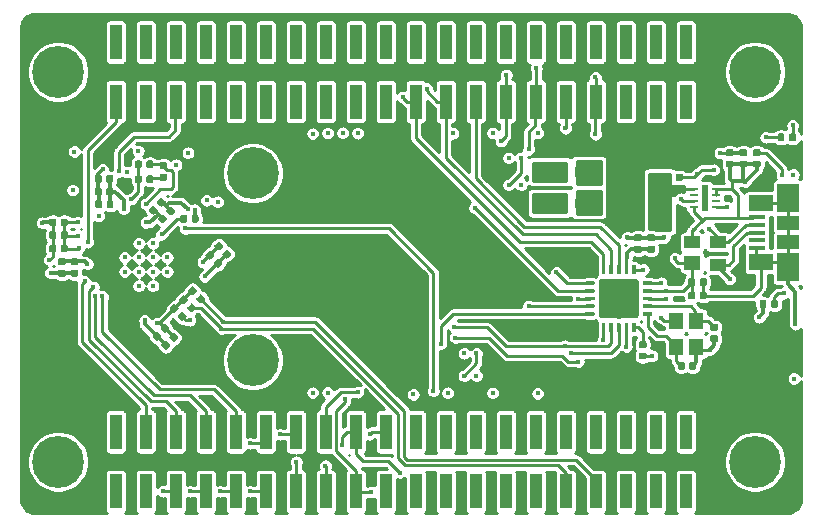
<source format=gbr>
G04 #@! TF.GenerationSoftware,KiCad,Pcbnew,(5.1.2)-2*
G04 #@! TF.CreationDate,2019-11-16T13:35:15-06:00*
G04 #@! TF.ProjectId,spi_control,7370695f-636f-46e7-9472-6f6c2e6b6963,rev?*
G04 #@! TF.SameCoordinates,Original*
G04 #@! TF.FileFunction,Copper,L4,Bot*
G04 #@! TF.FilePolarity,Positive*
%FSLAX46Y46*%
G04 Gerber Fmt 4.6, Leading zero omitted, Abs format (unit mm)*
G04 Created by KiCad (PCBNEW (5.1.2)-2) date 2019-11-16 13:35:15*
%MOMM*%
%LPD*%
G04 APERTURE LIST*
%ADD10C,0.100000*%
%ADD11C,0.590000*%
%ADD12R,1.200000X1.400000*%
%ADD13C,0.700000*%
%ADD14C,4.400000*%
%ADD15R,1.900000X1.175000*%
%ADD16R,1.900000X2.375000*%
%ADD17R,2.100000X1.475000*%
%ADD18R,1.380000X0.450000*%
%ADD19R,1.000000X3.000000*%
%ADD20C,3.350000*%
%ADD21C,0.300000*%
%ADD22R,0.700000X0.250000*%
%ADD23R,0.610000X2.200000*%
%ADD24C,0.875000*%
%ADD25R,1.400000X1.000000*%
%ADD26R,1.400000X1.200000*%
%ADD27C,0.400000*%
%ADD28C,0.250000*%
%ADD29C,0.300000*%
%ADD30C,0.254000*%
G04 APERTURE END LIST*
D10*
G36*
X60700458Y-74636110D02*
G01*
X60714776Y-74638234D01*
X60728817Y-74641751D01*
X60742446Y-74646628D01*
X60755531Y-74652817D01*
X60767947Y-74660258D01*
X60779573Y-74668881D01*
X60790298Y-74678602D01*
X60800019Y-74689327D01*
X60808642Y-74700953D01*
X60816083Y-74713369D01*
X60822272Y-74726454D01*
X60827149Y-74740083D01*
X60830666Y-74754124D01*
X60832790Y-74768442D01*
X60833500Y-74782900D01*
X60833500Y-75127900D01*
X60832790Y-75142358D01*
X60830666Y-75156676D01*
X60827149Y-75170717D01*
X60822272Y-75184346D01*
X60816083Y-75197431D01*
X60808642Y-75209847D01*
X60800019Y-75221473D01*
X60790298Y-75232198D01*
X60779573Y-75241919D01*
X60767947Y-75250542D01*
X60755531Y-75257983D01*
X60742446Y-75264172D01*
X60728817Y-75269049D01*
X60714776Y-75272566D01*
X60700458Y-75274690D01*
X60686000Y-75275400D01*
X60391000Y-75275400D01*
X60376542Y-75274690D01*
X60362224Y-75272566D01*
X60348183Y-75269049D01*
X60334554Y-75264172D01*
X60321469Y-75257983D01*
X60309053Y-75250542D01*
X60297427Y-75241919D01*
X60286702Y-75232198D01*
X60276981Y-75221473D01*
X60268358Y-75209847D01*
X60260917Y-75197431D01*
X60254728Y-75184346D01*
X60249851Y-75170717D01*
X60246334Y-75156676D01*
X60244210Y-75142358D01*
X60243500Y-75127900D01*
X60243500Y-74782900D01*
X60244210Y-74768442D01*
X60246334Y-74754124D01*
X60249851Y-74740083D01*
X60254728Y-74726454D01*
X60260917Y-74713369D01*
X60268358Y-74700953D01*
X60276981Y-74689327D01*
X60286702Y-74678602D01*
X60297427Y-74668881D01*
X60309053Y-74660258D01*
X60321469Y-74652817D01*
X60334554Y-74646628D01*
X60348183Y-74641751D01*
X60362224Y-74638234D01*
X60376542Y-74636110D01*
X60391000Y-74635400D01*
X60686000Y-74635400D01*
X60700458Y-74636110D01*
X60700458Y-74636110D01*
G37*
D11*
X60538500Y-74955400D03*
D10*
G36*
X61670458Y-74636110D02*
G01*
X61684776Y-74638234D01*
X61698817Y-74641751D01*
X61712446Y-74646628D01*
X61725531Y-74652817D01*
X61737947Y-74660258D01*
X61749573Y-74668881D01*
X61760298Y-74678602D01*
X61770019Y-74689327D01*
X61778642Y-74700953D01*
X61786083Y-74713369D01*
X61792272Y-74726454D01*
X61797149Y-74740083D01*
X61800666Y-74754124D01*
X61802790Y-74768442D01*
X61803500Y-74782900D01*
X61803500Y-75127900D01*
X61802790Y-75142358D01*
X61800666Y-75156676D01*
X61797149Y-75170717D01*
X61792272Y-75184346D01*
X61786083Y-75197431D01*
X61778642Y-75209847D01*
X61770019Y-75221473D01*
X61760298Y-75232198D01*
X61749573Y-75241919D01*
X61737947Y-75250542D01*
X61725531Y-75257983D01*
X61712446Y-75264172D01*
X61698817Y-75269049D01*
X61684776Y-75272566D01*
X61670458Y-75274690D01*
X61656000Y-75275400D01*
X61361000Y-75275400D01*
X61346542Y-75274690D01*
X61332224Y-75272566D01*
X61318183Y-75269049D01*
X61304554Y-75264172D01*
X61291469Y-75257983D01*
X61279053Y-75250542D01*
X61267427Y-75241919D01*
X61256702Y-75232198D01*
X61246981Y-75221473D01*
X61238358Y-75209847D01*
X61230917Y-75197431D01*
X61224728Y-75184346D01*
X61219851Y-75170717D01*
X61216334Y-75156676D01*
X61214210Y-75142358D01*
X61213500Y-75127900D01*
X61213500Y-74782900D01*
X61214210Y-74768442D01*
X61216334Y-74754124D01*
X61219851Y-74740083D01*
X61224728Y-74726454D01*
X61230917Y-74713369D01*
X61238358Y-74700953D01*
X61246981Y-74689327D01*
X61256702Y-74678602D01*
X61267427Y-74668881D01*
X61279053Y-74660258D01*
X61291469Y-74652817D01*
X61304554Y-74646628D01*
X61318183Y-74641751D01*
X61332224Y-74638234D01*
X61346542Y-74636110D01*
X61361000Y-74635400D01*
X61656000Y-74635400D01*
X61670458Y-74636110D01*
X61670458Y-74636110D01*
G37*
D11*
X61508500Y-74955400D03*
D12*
X113323000Y-81069000D03*
X113323000Y-83269000D03*
X115023000Y-83269000D03*
X115023000Y-81069000D03*
D10*
G36*
X114802458Y-77468210D02*
G01*
X114816776Y-77470334D01*
X114830817Y-77473851D01*
X114844446Y-77478728D01*
X114857531Y-77484917D01*
X114869947Y-77492358D01*
X114881573Y-77500981D01*
X114892298Y-77510702D01*
X114902019Y-77521427D01*
X114910642Y-77533053D01*
X114918083Y-77545469D01*
X114924272Y-77558554D01*
X114929149Y-77572183D01*
X114932666Y-77586224D01*
X114934790Y-77600542D01*
X114935500Y-77615000D01*
X114935500Y-77960000D01*
X114934790Y-77974458D01*
X114932666Y-77988776D01*
X114929149Y-78002817D01*
X114924272Y-78016446D01*
X114918083Y-78029531D01*
X114910642Y-78041947D01*
X114902019Y-78053573D01*
X114892298Y-78064298D01*
X114881573Y-78074019D01*
X114869947Y-78082642D01*
X114857531Y-78090083D01*
X114844446Y-78096272D01*
X114830817Y-78101149D01*
X114816776Y-78104666D01*
X114802458Y-78106790D01*
X114788000Y-78107500D01*
X114493000Y-78107500D01*
X114478542Y-78106790D01*
X114464224Y-78104666D01*
X114450183Y-78101149D01*
X114436554Y-78096272D01*
X114423469Y-78090083D01*
X114411053Y-78082642D01*
X114399427Y-78074019D01*
X114388702Y-78064298D01*
X114378981Y-78053573D01*
X114370358Y-78041947D01*
X114362917Y-78029531D01*
X114356728Y-78016446D01*
X114351851Y-78002817D01*
X114348334Y-77988776D01*
X114346210Y-77974458D01*
X114345500Y-77960000D01*
X114345500Y-77615000D01*
X114346210Y-77600542D01*
X114348334Y-77586224D01*
X114351851Y-77572183D01*
X114356728Y-77558554D01*
X114362917Y-77545469D01*
X114370358Y-77533053D01*
X114378981Y-77521427D01*
X114388702Y-77510702D01*
X114399427Y-77500981D01*
X114411053Y-77492358D01*
X114423469Y-77484917D01*
X114436554Y-77478728D01*
X114450183Y-77473851D01*
X114464224Y-77470334D01*
X114478542Y-77468210D01*
X114493000Y-77467500D01*
X114788000Y-77467500D01*
X114802458Y-77468210D01*
X114802458Y-77468210D01*
G37*
D11*
X114640500Y-77787500D03*
D10*
G36*
X115772458Y-77468210D02*
G01*
X115786776Y-77470334D01*
X115800817Y-77473851D01*
X115814446Y-77478728D01*
X115827531Y-77484917D01*
X115839947Y-77492358D01*
X115851573Y-77500981D01*
X115862298Y-77510702D01*
X115872019Y-77521427D01*
X115880642Y-77533053D01*
X115888083Y-77545469D01*
X115894272Y-77558554D01*
X115899149Y-77572183D01*
X115902666Y-77586224D01*
X115904790Y-77600542D01*
X115905500Y-77615000D01*
X115905500Y-77960000D01*
X115904790Y-77974458D01*
X115902666Y-77988776D01*
X115899149Y-78002817D01*
X115894272Y-78016446D01*
X115888083Y-78029531D01*
X115880642Y-78041947D01*
X115872019Y-78053573D01*
X115862298Y-78064298D01*
X115851573Y-78074019D01*
X115839947Y-78082642D01*
X115827531Y-78090083D01*
X115814446Y-78096272D01*
X115800817Y-78101149D01*
X115786776Y-78104666D01*
X115772458Y-78106790D01*
X115758000Y-78107500D01*
X115463000Y-78107500D01*
X115448542Y-78106790D01*
X115434224Y-78104666D01*
X115420183Y-78101149D01*
X115406554Y-78096272D01*
X115393469Y-78090083D01*
X115381053Y-78082642D01*
X115369427Y-78074019D01*
X115358702Y-78064298D01*
X115348981Y-78053573D01*
X115340358Y-78041947D01*
X115332917Y-78029531D01*
X115326728Y-78016446D01*
X115321851Y-78002817D01*
X115318334Y-77988776D01*
X115316210Y-77974458D01*
X115315500Y-77960000D01*
X115315500Y-77615000D01*
X115316210Y-77600542D01*
X115318334Y-77586224D01*
X115321851Y-77572183D01*
X115326728Y-77558554D01*
X115332917Y-77545469D01*
X115340358Y-77533053D01*
X115348981Y-77521427D01*
X115358702Y-77510702D01*
X115369427Y-77500981D01*
X115381053Y-77492358D01*
X115393469Y-77484917D01*
X115406554Y-77478728D01*
X115420183Y-77473851D01*
X115434224Y-77470334D01*
X115448542Y-77468210D01*
X115463000Y-77467500D01*
X115758000Y-77467500D01*
X115772458Y-77468210D01*
X115772458Y-77468210D01*
G37*
D11*
X115610500Y-77787500D03*
D10*
G36*
X114802458Y-78611210D02*
G01*
X114816776Y-78613334D01*
X114830817Y-78616851D01*
X114844446Y-78621728D01*
X114857531Y-78627917D01*
X114869947Y-78635358D01*
X114881573Y-78643981D01*
X114892298Y-78653702D01*
X114902019Y-78664427D01*
X114910642Y-78676053D01*
X114918083Y-78688469D01*
X114924272Y-78701554D01*
X114929149Y-78715183D01*
X114932666Y-78729224D01*
X114934790Y-78743542D01*
X114935500Y-78758000D01*
X114935500Y-79103000D01*
X114934790Y-79117458D01*
X114932666Y-79131776D01*
X114929149Y-79145817D01*
X114924272Y-79159446D01*
X114918083Y-79172531D01*
X114910642Y-79184947D01*
X114902019Y-79196573D01*
X114892298Y-79207298D01*
X114881573Y-79217019D01*
X114869947Y-79225642D01*
X114857531Y-79233083D01*
X114844446Y-79239272D01*
X114830817Y-79244149D01*
X114816776Y-79247666D01*
X114802458Y-79249790D01*
X114788000Y-79250500D01*
X114493000Y-79250500D01*
X114478542Y-79249790D01*
X114464224Y-79247666D01*
X114450183Y-79244149D01*
X114436554Y-79239272D01*
X114423469Y-79233083D01*
X114411053Y-79225642D01*
X114399427Y-79217019D01*
X114388702Y-79207298D01*
X114378981Y-79196573D01*
X114370358Y-79184947D01*
X114362917Y-79172531D01*
X114356728Y-79159446D01*
X114351851Y-79145817D01*
X114348334Y-79131776D01*
X114346210Y-79117458D01*
X114345500Y-79103000D01*
X114345500Y-78758000D01*
X114346210Y-78743542D01*
X114348334Y-78729224D01*
X114351851Y-78715183D01*
X114356728Y-78701554D01*
X114362917Y-78688469D01*
X114370358Y-78676053D01*
X114378981Y-78664427D01*
X114388702Y-78653702D01*
X114399427Y-78643981D01*
X114411053Y-78635358D01*
X114423469Y-78627917D01*
X114436554Y-78621728D01*
X114450183Y-78616851D01*
X114464224Y-78613334D01*
X114478542Y-78611210D01*
X114493000Y-78610500D01*
X114788000Y-78610500D01*
X114802458Y-78611210D01*
X114802458Y-78611210D01*
G37*
D11*
X114640500Y-78930500D03*
D10*
G36*
X115772458Y-78611210D02*
G01*
X115786776Y-78613334D01*
X115800817Y-78616851D01*
X115814446Y-78621728D01*
X115827531Y-78627917D01*
X115839947Y-78635358D01*
X115851573Y-78643981D01*
X115862298Y-78653702D01*
X115872019Y-78664427D01*
X115880642Y-78676053D01*
X115888083Y-78688469D01*
X115894272Y-78701554D01*
X115899149Y-78715183D01*
X115902666Y-78729224D01*
X115904790Y-78743542D01*
X115905500Y-78758000D01*
X115905500Y-79103000D01*
X115904790Y-79117458D01*
X115902666Y-79131776D01*
X115899149Y-79145817D01*
X115894272Y-79159446D01*
X115888083Y-79172531D01*
X115880642Y-79184947D01*
X115872019Y-79196573D01*
X115862298Y-79207298D01*
X115851573Y-79217019D01*
X115839947Y-79225642D01*
X115827531Y-79233083D01*
X115814446Y-79239272D01*
X115800817Y-79244149D01*
X115786776Y-79247666D01*
X115772458Y-79249790D01*
X115758000Y-79250500D01*
X115463000Y-79250500D01*
X115448542Y-79249790D01*
X115434224Y-79247666D01*
X115420183Y-79244149D01*
X115406554Y-79239272D01*
X115393469Y-79233083D01*
X115381053Y-79225642D01*
X115369427Y-79217019D01*
X115358702Y-79207298D01*
X115348981Y-79196573D01*
X115340358Y-79184947D01*
X115332917Y-79172531D01*
X115326728Y-79159446D01*
X115321851Y-79145817D01*
X115318334Y-79131776D01*
X115316210Y-79117458D01*
X115315500Y-79103000D01*
X115315500Y-78758000D01*
X115316210Y-78743542D01*
X115318334Y-78729224D01*
X115321851Y-78715183D01*
X115326728Y-78701554D01*
X115332917Y-78688469D01*
X115340358Y-78676053D01*
X115348981Y-78664427D01*
X115358702Y-78653702D01*
X115369427Y-78643981D01*
X115381053Y-78635358D01*
X115393469Y-78627917D01*
X115406554Y-78621728D01*
X115420183Y-78616851D01*
X115434224Y-78613334D01*
X115448542Y-78611210D01*
X115463000Y-78610500D01*
X115758000Y-78610500D01*
X115772458Y-78611210D01*
X115772458Y-78611210D01*
G37*
D11*
X115610500Y-78930500D03*
D13*
X78636726Y-83244274D03*
X77470000Y-82761000D03*
X76303274Y-83244274D03*
X75820000Y-84411000D03*
X76303274Y-85577726D03*
X77470000Y-86061000D03*
X78636726Y-85577726D03*
X79120000Y-84411000D03*
D14*
X77470000Y-84411000D03*
D13*
X78636726Y-67413274D03*
X77470000Y-66930000D03*
X76303274Y-67413274D03*
X75820000Y-68580000D03*
X76303274Y-69746726D03*
X77470000Y-70230000D03*
X78636726Y-69746726D03*
X79120000Y-68580000D03*
D14*
X77470000Y-68580000D03*
D13*
X121166726Y-91827874D03*
X120000000Y-91344600D03*
X118833274Y-91827874D03*
X118350000Y-92994600D03*
X118833274Y-94161326D03*
X120000000Y-94644600D03*
X121166726Y-94161326D03*
X121650000Y-92994600D03*
D14*
X120000000Y-92994600D03*
D13*
X121166726Y-58833274D03*
X120000000Y-58350000D03*
X118833274Y-58833274D03*
X118350000Y-60000000D03*
X118833274Y-61166726D03*
X120000000Y-61650000D03*
X121166726Y-61166726D03*
X121650000Y-60000000D03*
D14*
X120000000Y-60000000D03*
D13*
X62166726Y-91924274D03*
X61000000Y-91441000D03*
X59833274Y-91924274D03*
X59350000Y-93091000D03*
X59833274Y-94257726D03*
X61000000Y-94741000D03*
X62166726Y-94257726D03*
X62650000Y-93091000D03*
D14*
X61000000Y-92994600D03*
D13*
X62166726Y-58833274D03*
X61000000Y-58350000D03*
X59833274Y-58833274D03*
X59350000Y-60000000D03*
X59833274Y-61166726D03*
X61000000Y-61650000D03*
X62166726Y-61166726D03*
X62650000Y-60000000D03*
D14*
X61000000Y-60000000D03*
D15*
X122802500Y-74436500D03*
X122802500Y-72756500D03*
D16*
X122802500Y-76506500D03*
X122802500Y-70686500D03*
D17*
X120502500Y-76059000D03*
X120502500Y-71134000D03*
D18*
X120142500Y-74896500D03*
X120142500Y-74246500D03*
X120142500Y-73596500D03*
X120142500Y-72946500D03*
X120142500Y-72296500D03*
D19*
X114130000Y-57480000D03*
X114130000Y-62520000D03*
X111590000Y-57480000D03*
X111590000Y-62520000D03*
X109050000Y-57480000D03*
X109050000Y-62520000D03*
X106510000Y-57480000D03*
X106510000Y-62520000D03*
X103970000Y-57480000D03*
X103970000Y-62520000D03*
X101430000Y-57480000D03*
X101430000Y-62520000D03*
X98890000Y-57480000D03*
X98890000Y-62520000D03*
X96350000Y-57480000D03*
X96350000Y-62520000D03*
X93810000Y-57480000D03*
X93810000Y-62520000D03*
X91270000Y-57480000D03*
X91270000Y-62520000D03*
X88730000Y-57480000D03*
X88730000Y-62520000D03*
X86190000Y-57480000D03*
X86190000Y-62520000D03*
X83650000Y-57480000D03*
X83650000Y-62520000D03*
X81110000Y-57480000D03*
X81110000Y-62520000D03*
X78570000Y-57480000D03*
X78570000Y-62520000D03*
X76030000Y-57480000D03*
X76030000Y-62520000D03*
X73490000Y-57480000D03*
X73490000Y-62520000D03*
X70950000Y-57480000D03*
X70950000Y-62520000D03*
X68410000Y-57480000D03*
X68410000Y-62520000D03*
X65870000Y-57480000D03*
X65870000Y-62520000D03*
X65870000Y-95514600D03*
X65870000Y-90474600D03*
X68410000Y-95514600D03*
X68410000Y-90474600D03*
X70950000Y-95514600D03*
X70950000Y-90474600D03*
X73490000Y-95514600D03*
X73490000Y-90474600D03*
X76030000Y-95514600D03*
X76030000Y-90474600D03*
X78570000Y-95514600D03*
X78570000Y-90474600D03*
X81110000Y-95514600D03*
X81110000Y-90474600D03*
X83650000Y-95514600D03*
X83650000Y-90474600D03*
X86190000Y-95514600D03*
X86190000Y-90474600D03*
X88730000Y-95514600D03*
X88730000Y-90474600D03*
X91270000Y-95514600D03*
X91270000Y-90474600D03*
X93810000Y-95514600D03*
X93810000Y-90474600D03*
X96350000Y-95514600D03*
X96350000Y-90474600D03*
X98890000Y-95514600D03*
X98890000Y-90474600D03*
X101430000Y-95514600D03*
X101430000Y-90474600D03*
X103970000Y-95514600D03*
X103970000Y-90474600D03*
X106510000Y-95514600D03*
X106510000Y-90474600D03*
X109050000Y-95514600D03*
X109050000Y-90474600D03*
X111590000Y-95514600D03*
X111590000Y-90474600D03*
X114130000Y-95514600D03*
X114130000Y-90474600D03*
D10*
G36*
X109907504Y-77510704D02*
G01*
X109931773Y-77514304D01*
X109955571Y-77520265D01*
X109978671Y-77528530D01*
X110000849Y-77539020D01*
X110021893Y-77551633D01*
X110041598Y-77566247D01*
X110059777Y-77582723D01*
X110076253Y-77600902D01*
X110090867Y-77620607D01*
X110103480Y-77641651D01*
X110113970Y-77663829D01*
X110122235Y-77686929D01*
X110128196Y-77710727D01*
X110131796Y-77734996D01*
X110133000Y-77759500D01*
X110133000Y-80609500D01*
X110131796Y-80634004D01*
X110128196Y-80658273D01*
X110122235Y-80682071D01*
X110113970Y-80705171D01*
X110103480Y-80727349D01*
X110090867Y-80748393D01*
X110076253Y-80768098D01*
X110059777Y-80786277D01*
X110041598Y-80802753D01*
X110021893Y-80817367D01*
X110000849Y-80829980D01*
X109978671Y-80840470D01*
X109955571Y-80848735D01*
X109931773Y-80854696D01*
X109907504Y-80858296D01*
X109883000Y-80859500D01*
X107033000Y-80859500D01*
X107008496Y-80858296D01*
X106984227Y-80854696D01*
X106960429Y-80848735D01*
X106937329Y-80840470D01*
X106915151Y-80829980D01*
X106894107Y-80817367D01*
X106874402Y-80802753D01*
X106856223Y-80786277D01*
X106839747Y-80768098D01*
X106825133Y-80748393D01*
X106812520Y-80727349D01*
X106802030Y-80705171D01*
X106793765Y-80682071D01*
X106787804Y-80658273D01*
X106784204Y-80634004D01*
X106783000Y-80609500D01*
X106783000Y-77759500D01*
X106784204Y-77734996D01*
X106787804Y-77710727D01*
X106793765Y-77686929D01*
X106802030Y-77663829D01*
X106812520Y-77641651D01*
X106825133Y-77620607D01*
X106839747Y-77600902D01*
X106856223Y-77582723D01*
X106874402Y-77566247D01*
X106894107Y-77551633D01*
X106915151Y-77539020D01*
X106937329Y-77528530D01*
X106960429Y-77520265D01*
X106984227Y-77514304D01*
X107008496Y-77510704D01*
X107033000Y-77509500D01*
X109883000Y-77509500D01*
X109907504Y-77510704D01*
X109907504Y-77510704D01*
G37*
D20*
X108458000Y-79184500D03*
D10*
G36*
X109840351Y-81234861D02*
G01*
X109847632Y-81235941D01*
X109854771Y-81237729D01*
X109861701Y-81240209D01*
X109868355Y-81243356D01*
X109874668Y-81247140D01*
X109880579Y-81251524D01*
X109886033Y-81256467D01*
X109890976Y-81261921D01*
X109895360Y-81267832D01*
X109899144Y-81274145D01*
X109902291Y-81280799D01*
X109904771Y-81287729D01*
X109906559Y-81294868D01*
X109907639Y-81302149D01*
X109908000Y-81309500D01*
X109908000Y-81959500D01*
X109907639Y-81966851D01*
X109906559Y-81974132D01*
X109904771Y-81981271D01*
X109902291Y-81988201D01*
X109899144Y-81994855D01*
X109895360Y-82001168D01*
X109890976Y-82007079D01*
X109886033Y-82012533D01*
X109880579Y-82017476D01*
X109874668Y-82021860D01*
X109868355Y-82025644D01*
X109861701Y-82028791D01*
X109854771Y-82031271D01*
X109847632Y-82033059D01*
X109840351Y-82034139D01*
X109833000Y-82034500D01*
X109683000Y-82034500D01*
X109675649Y-82034139D01*
X109668368Y-82033059D01*
X109661229Y-82031271D01*
X109654299Y-82028791D01*
X109647645Y-82025644D01*
X109641332Y-82021860D01*
X109635421Y-82017476D01*
X109629967Y-82012533D01*
X109625024Y-82007079D01*
X109620640Y-82001168D01*
X109616856Y-81994855D01*
X109613709Y-81988201D01*
X109611229Y-81981271D01*
X109609441Y-81974132D01*
X109608361Y-81966851D01*
X109608000Y-81959500D01*
X109608000Y-81309500D01*
X109608361Y-81302149D01*
X109609441Y-81294868D01*
X109611229Y-81287729D01*
X109613709Y-81280799D01*
X109616856Y-81274145D01*
X109620640Y-81267832D01*
X109625024Y-81261921D01*
X109629967Y-81256467D01*
X109635421Y-81251524D01*
X109641332Y-81247140D01*
X109647645Y-81243356D01*
X109654299Y-81240209D01*
X109661229Y-81237729D01*
X109668368Y-81235941D01*
X109675649Y-81234861D01*
X109683000Y-81234500D01*
X109833000Y-81234500D01*
X109840351Y-81234861D01*
X109840351Y-81234861D01*
G37*
D21*
X109758000Y-81634500D03*
D10*
G36*
X109190351Y-81234861D02*
G01*
X109197632Y-81235941D01*
X109204771Y-81237729D01*
X109211701Y-81240209D01*
X109218355Y-81243356D01*
X109224668Y-81247140D01*
X109230579Y-81251524D01*
X109236033Y-81256467D01*
X109240976Y-81261921D01*
X109245360Y-81267832D01*
X109249144Y-81274145D01*
X109252291Y-81280799D01*
X109254771Y-81287729D01*
X109256559Y-81294868D01*
X109257639Y-81302149D01*
X109258000Y-81309500D01*
X109258000Y-81959500D01*
X109257639Y-81966851D01*
X109256559Y-81974132D01*
X109254771Y-81981271D01*
X109252291Y-81988201D01*
X109249144Y-81994855D01*
X109245360Y-82001168D01*
X109240976Y-82007079D01*
X109236033Y-82012533D01*
X109230579Y-82017476D01*
X109224668Y-82021860D01*
X109218355Y-82025644D01*
X109211701Y-82028791D01*
X109204771Y-82031271D01*
X109197632Y-82033059D01*
X109190351Y-82034139D01*
X109183000Y-82034500D01*
X109033000Y-82034500D01*
X109025649Y-82034139D01*
X109018368Y-82033059D01*
X109011229Y-82031271D01*
X109004299Y-82028791D01*
X108997645Y-82025644D01*
X108991332Y-82021860D01*
X108985421Y-82017476D01*
X108979967Y-82012533D01*
X108975024Y-82007079D01*
X108970640Y-82001168D01*
X108966856Y-81994855D01*
X108963709Y-81988201D01*
X108961229Y-81981271D01*
X108959441Y-81974132D01*
X108958361Y-81966851D01*
X108958000Y-81959500D01*
X108958000Y-81309500D01*
X108958361Y-81302149D01*
X108959441Y-81294868D01*
X108961229Y-81287729D01*
X108963709Y-81280799D01*
X108966856Y-81274145D01*
X108970640Y-81267832D01*
X108975024Y-81261921D01*
X108979967Y-81256467D01*
X108985421Y-81251524D01*
X108991332Y-81247140D01*
X108997645Y-81243356D01*
X109004299Y-81240209D01*
X109011229Y-81237729D01*
X109018368Y-81235941D01*
X109025649Y-81234861D01*
X109033000Y-81234500D01*
X109183000Y-81234500D01*
X109190351Y-81234861D01*
X109190351Y-81234861D01*
G37*
D21*
X109108000Y-81634500D03*
D10*
G36*
X108540351Y-81234861D02*
G01*
X108547632Y-81235941D01*
X108554771Y-81237729D01*
X108561701Y-81240209D01*
X108568355Y-81243356D01*
X108574668Y-81247140D01*
X108580579Y-81251524D01*
X108586033Y-81256467D01*
X108590976Y-81261921D01*
X108595360Y-81267832D01*
X108599144Y-81274145D01*
X108602291Y-81280799D01*
X108604771Y-81287729D01*
X108606559Y-81294868D01*
X108607639Y-81302149D01*
X108608000Y-81309500D01*
X108608000Y-81959500D01*
X108607639Y-81966851D01*
X108606559Y-81974132D01*
X108604771Y-81981271D01*
X108602291Y-81988201D01*
X108599144Y-81994855D01*
X108595360Y-82001168D01*
X108590976Y-82007079D01*
X108586033Y-82012533D01*
X108580579Y-82017476D01*
X108574668Y-82021860D01*
X108568355Y-82025644D01*
X108561701Y-82028791D01*
X108554771Y-82031271D01*
X108547632Y-82033059D01*
X108540351Y-82034139D01*
X108533000Y-82034500D01*
X108383000Y-82034500D01*
X108375649Y-82034139D01*
X108368368Y-82033059D01*
X108361229Y-82031271D01*
X108354299Y-82028791D01*
X108347645Y-82025644D01*
X108341332Y-82021860D01*
X108335421Y-82017476D01*
X108329967Y-82012533D01*
X108325024Y-82007079D01*
X108320640Y-82001168D01*
X108316856Y-81994855D01*
X108313709Y-81988201D01*
X108311229Y-81981271D01*
X108309441Y-81974132D01*
X108308361Y-81966851D01*
X108308000Y-81959500D01*
X108308000Y-81309500D01*
X108308361Y-81302149D01*
X108309441Y-81294868D01*
X108311229Y-81287729D01*
X108313709Y-81280799D01*
X108316856Y-81274145D01*
X108320640Y-81267832D01*
X108325024Y-81261921D01*
X108329967Y-81256467D01*
X108335421Y-81251524D01*
X108341332Y-81247140D01*
X108347645Y-81243356D01*
X108354299Y-81240209D01*
X108361229Y-81237729D01*
X108368368Y-81235941D01*
X108375649Y-81234861D01*
X108383000Y-81234500D01*
X108533000Y-81234500D01*
X108540351Y-81234861D01*
X108540351Y-81234861D01*
G37*
D21*
X108458000Y-81634500D03*
D10*
G36*
X107890351Y-81234861D02*
G01*
X107897632Y-81235941D01*
X107904771Y-81237729D01*
X107911701Y-81240209D01*
X107918355Y-81243356D01*
X107924668Y-81247140D01*
X107930579Y-81251524D01*
X107936033Y-81256467D01*
X107940976Y-81261921D01*
X107945360Y-81267832D01*
X107949144Y-81274145D01*
X107952291Y-81280799D01*
X107954771Y-81287729D01*
X107956559Y-81294868D01*
X107957639Y-81302149D01*
X107958000Y-81309500D01*
X107958000Y-81959500D01*
X107957639Y-81966851D01*
X107956559Y-81974132D01*
X107954771Y-81981271D01*
X107952291Y-81988201D01*
X107949144Y-81994855D01*
X107945360Y-82001168D01*
X107940976Y-82007079D01*
X107936033Y-82012533D01*
X107930579Y-82017476D01*
X107924668Y-82021860D01*
X107918355Y-82025644D01*
X107911701Y-82028791D01*
X107904771Y-82031271D01*
X107897632Y-82033059D01*
X107890351Y-82034139D01*
X107883000Y-82034500D01*
X107733000Y-82034500D01*
X107725649Y-82034139D01*
X107718368Y-82033059D01*
X107711229Y-82031271D01*
X107704299Y-82028791D01*
X107697645Y-82025644D01*
X107691332Y-82021860D01*
X107685421Y-82017476D01*
X107679967Y-82012533D01*
X107675024Y-82007079D01*
X107670640Y-82001168D01*
X107666856Y-81994855D01*
X107663709Y-81988201D01*
X107661229Y-81981271D01*
X107659441Y-81974132D01*
X107658361Y-81966851D01*
X107658000Y-81959500D01*
X107658000Y-81309500D01*
X107658361Y-81302149D01*
X107659441Y-81294868D01*
X107661229Y-81287729D01*
X107663709Y-81280799D01*
X107666856Y-81274145D01*
X107670640Y-81267832D01*
X107675024Y-81261921D01*
X107679967Y-81256467D01*
X107685421Y-81251524D01*
X107691332Y-81247140D01*
X107697645Y-81243356D01*
X107704299Y-81240209D01*
X107711229Y-81237729D01*
X107718368Y-81235941D01*
X107725649Y-81234861D01*
X107733000Y-81234500D01*
X107883000Y-81234500D01*
X107890351Y-81234861D01*
X107890351Y-81234861D01*
G37*
D21*
X107808000Y-81634500D03*
D10*
G36*
X107240351Y-81234861D02*
G01*
X107247632Y-81235941D01*
X107254771Y-81237729D01*
X107261701Y-81240209D01*
X107268355Y-81243356D01*
X107274668Y-81247140D01*
X107280579Y-81251524D01*
X107286033Y-81256467D01*
X107290976Y-81261921D01*
X107295360Y-81267832D01*
X107299144Y-81274145D01*
X107302291Y-81280799D01*
X107304771Y-81287729D01*
X107306559Y-81294868D01*
X107307639Y-81302149D01*
X107308000Y-81309500D01*
X107308000Y-81959500D01*
X107307639Y-81966851D01*
X107306559Y-81974132D01*
X107304771Y-81981271D01*
X107302291Y-81988201D01*
X107299144Y-81994855D01*
X107295360Y-82001168D01*
X107290976Y-82007079D01*
X107286033Y-82012533D01*
X107280579Y-82017476D01*
X107274668Y-82021860D01*
X107268355Y-82025644D01*
X107261701Y-82028791D01*
X107254771Y-82031271D01*
X107247632Y-82033059D01*
X107240351Y-82034139D01*
X107233000Y-82034500D01*
X107083000Y-82034500D01*
X107075649Y-82034139D01*
X107068368Y-82033059D01*
X107061229Y-82031271D01*
X107054299Y-82028791D01*
X107047645Y-82025644D01*
X107041332Y-82021860D01*
X107035421Y-82017476D01*
X107029967Y-82012533D01*
X107025024Y-82007079D01*
X107020640Y-82001168D01*
X107016856Y-81994855D01*
X107013709Y-81988201D01*
X107011229Y-81981271D01*
X107009441Y-81974132D01*
X107008361Y-81966851D01*
X107008000Y-81959500D01*
X107008000Y-81309500D01*
X107008361Y-81302149D01*
X107009441Y-81294868D01*
X107011229Y-81287729D01*
X107013709Y-81280799D01*
X107016856Y-81274145D01*
X107020640Y-81267832D01*
X107025024Y-81261921D01*
X107029967Y-81256467D01*
X107035421Y-81251524D01*
X107041332Y-81247140D01*
X107047645Y-81243356D01*
X107054299Y-81240209D01*
X107061229Y-81237729D01*
X107068368Y-81235941D01*
X107075649Y-81234861D01*
X107083000Y-81234500D01*
X107233000Y-81234500D01*
X107240351Y-81234861D01*
X107240351Y-81234861D01*
G37*
D21*
X107158000Y-81634500D03*
D10*
G36*
X106340351Y-80334861D02*
G01*
X106347632Y-80335941D01*
X106354771Y-80337729D01*
X106361701Y-80340209D01*
X106368355Y-80343356D01*
X106374668Y-80347140D01*
X106380579Y-80351524D01*
X106386033Y-80356467D01*
X106390976Y-80361921D01*
X106395360Y-80367832D01*
X106399144Y-80374145D01*
X106402291Y-80380799D01*
X106404771Y-80387729D01*
X106406559Y-80394868D01*
X106407639Y-80402149D01*
X106408000Y-80409500D01*
X106408000Y-80559500D01*
X106407639Y-80566851D01*
X106406559Y-80574132D01*
X106404771Y-80581271D01*
X106402291Y-80588201D01*
X106399144Y-80594855D01*
X106395360Y-80601168D01*
X106390976Y-80607079D01*
X106386033Y-80612533D01*
X106380579Y-80617476D01*
X106374668Y-80621860D01*
X106368355Y-80625644D01*
X106361701Y-80628791D01*
X106354771Y-80631271D01*
X106347632Y-80633059D01*
X106340351Y-80634139D01*
X106333000Y-80634500D01*
X105683000Y-80634500D01*
X105675649Y-80634139D01*
X105668368Y-80633059D01*
X105661229Y-80631271D01*
X105654299Y-80628791D01*
X105647645Y-80625644D01*
X105641332Y-80621860D01*
X105635421Y-80617476D01*
X105629967Y-80612533D01*
X105625024Y-80607079D01*
X105620640Y-80601168D01*
X105616856Y-80594855D01*
X105613709Y-80588201D01*
X105611229Y-80581271D01*
X105609441Y-80574132D01*
X105608361Y-80566851D01*
X105608000Y-80559500D01*
X105608000Y-80409500D01*
X105608361Y-80402149D01*
X105609441Y-80394868D01*
X105611229Y-80387729D01*
X105613709Y-80380799D01*
X105616856Y-80374145D01*
X105620640Y-80367832D01*
X105625024Y-80361921D01*
X105629967Y-80356467D01*
X105635421Y-80351524D01*
X105641332Y-80347140D01*
X105647645Y-80343356D01*
X105654299Y-80340209D01*
X105661229Y-80337729D01*
X105668368Y-80335941D01*
X105675649Y-80334861D01*
X105683000Y-80334500D01*
X106333000Y-80334500D01*
X106340351Y-80334861D01*
X106340351Y-80334861D01*
G37*
D21*
X106008000Y-80484500D03*
D10*
G36*
X106340351Y-79684861D02*
G01*
X106347632Y-79685941D01*
X106354771Y-79687729D01*
X106361701Y-79690209D01*
X106368355Y-79693356D01*
X106374668Y-79697140D01*
X106380579Y-79701524D01*
X106386033Y-79706467D01*
X106390976Y-79711921D01*
X106395360Y-79717832D01*
X106399144Y-79724145D01*
X106402291Y-79730799D01*
X106404771Y-79737729D01*
X106406559Y-79744868D01*
X106407639Y-79752149D01*
X106408000Y-79759500D01*
X106408000Y-79909500D01*
X106407639Y-79916851D01*
X106406559Y-79924132D01*
X106404771Y-79931271D01*
X106402291Y-79938201D01*
X106399144Y-79944855D01*
X106395360Y-79951168D01*
X106390976Y-79957079D01*
X106386033Y-79962533D01*
X106380579Y-79967476D01*
X106374668Y-79971860D01*
X106368355Y-79975644D01*
X106361701Y-79978791D01*
X106354771Y-79981271D01*
X106347632Y-79983059D01*
X106340351Y-79984139D01*
X106333000Y-79984500D01*
X105683000Y-79984500D01*
X105675649Y-79984139D01*
X105668368Y-79983059D01*
X105661229Y-79981271D01*
X105654299Y-79978791D01*
X105647645Y-79975644D01*
X105641332Y-79971860D01*
X105635421Y-79967476D01*
X105629967Y-79962533D01*
X105625024Y-79957079D01*
X105620640Y-79951168D01*
X105616856Y-79944855D01*
X105613709Y-79938201D01*
X105611229Y-79931271D01*
X105609441Y-79924132D01*
X105608361Y-79916851D01*
X105608000Y-79909500D01*
X105608000Y-79759500D01*
X105608361Y-79752149D01*
X105609441Y-79744868D01*
X105611229Y-79737729D01*
X105613709Y-79730799D01*
X105616856Y-79724145D01*
X105620640Y-79717832D01*
X105625024Y-79711921D01*
X105629967Y-79706467D01*
X105635421Y-79701524D01*
X105641332Y-79697140D01*
X105647645Y-79693356D01*
X105654299Y-79690209D01*
X105661229Y-79687729D01*
X105668368Y-79685941D01*
X105675649Y-79684861D01*
X105683000Y-79684500D01*
X106333000Y-79684500D01*
X106340351Y-79684861D01*
X106340351Y-79684861D01*
G37*
D21*
X106008000Y-79834500D03*
D10*
G36*
X106340351Y-79034861D02*
G01*
X106347632Y-79035941D01*
X106354771Y-79037729D01*
X106361701Y-79040209D01*
X106368355Y-79043356D01*
X106374668Y-79047140D01*
X106380579Y-79051524D01*
X106386033Y-79056467D01*
X106390976Y-79061921D01*
X106395360Y-79067832D01*
X106399144Y-79074145D01*
X106402291Y-79080799D01*
X106404771Y-79087729D01*
X106406559Y-79094868D01*
X106407639Y-79102149D01*
X106408000Y-79109500D01*
X106408000Y-79259500D01*
X106407639Y-79266851D01*
X106406559Y-79274132D01*
X106404771Y-79281271D01*
X106402291Y-79288201D01*
X106399144Y-79294855D01*
X106395360Y-79301168D01*
X106390976Y-79307079D01*
X106386033Y-79312533D01*
X106380579Y-79317476D01*
X106374668Y-79321860D01*
X106368355Y-79325644D01*
X106361701Y-79328791D01*
X106354771Y-79331271D01*
X106347632Y-79333059D01*
X106340351Y-79334139D01*
X106333000Y-79334500D01*
X105683000Y-79334500D01*
X105675649Y-79334139D01*
X105668368Y-79333059D01*
X105661229Y-79331271D01*
X105654299Y-79328791D01*
X105647645Y-79325644D01*
X105641332Y-79321860D01*
X105635421Y-79317476D01*
X105629967Y-79312533D01*
X105625024Y-79307079D01*
X105620640Y-79301168D01*
X105616856Y-79294855D01*
X105613709Y-79288201D01*
X105611229Y-79281271D01*
X105609441Y-79274132D01*
X105608361Y-79266851D01*
X105608000Y-79259500D01*
X105608000Y-79109500D01*
X105608361Y-79102149D01*
X105609441Y-79094868D01*
X105611229Y-79087729D01*
X105613709Y-79080799D01*
X105616856Y-79074145D01*
X105620640Y-79067832D01*
X105625024Y-79061921D01*
X105629967Y-79056467D01*
X105635421Y-79051524D01*
X105641332Y-79047140D01*
X105647645Y-79043356D01*
X105654299Y-79040209D01*
X105661229Y-79037729D01*
X105668368Y-79035941D01*
X105675649Y-79034861D01*
X105683000Y-79034500D01*
X106333000Y-79034500D01*
X106340351Y-79034861D01*
X106340351Y-79034861D01*
G37*
D21*
X106008000Y-79184500D03*
D10*
G36*
X106340351Y-78384861D02*
G01*
X106347632Y-78385941D01*
X106354771Y-78387729D01*
X106361701Y-78390209D01*
X106368355Y-78393356D01*
X106374668Y-78397140D01*
X106380579Y-78401524D01*
X106386033Y-78406467D01*
X106390976Y-78411921D01*
X106395360Y-78417832D01*
X106399144Y-78424145D01*
X106402291Y-78430799D01*
X106404771Y-78437729D01*
X106406559Y-78444868D01*
X106407639Y-78452149D01*
X106408000Y-78459500D01*
X106408000Y-78609500D01*
X106407639Y-78616851D01*
X106406559Y-78624132D01*
X106404771Y-78631271D01*
X106402291Y-78638201D01*
X106399144Y-78644855D01*
X106395360Y-78651168D01*
X106390976Y-78657079D01*
X106386033Y-78662533D01*
X106380579Y-78667476D01*
X106374668Y-78671860D01*
X106368355Y-78675644D01*
X106361701Y-78678791D01*
X106354771Y-78681271D01*
X106347632Y-78683059D01*
X106340351Y-78684139D01*
X106333000Y-78684500D01*
X105683000Y-78684500D01*
X105675649Y-78684139D01*
X105668368Y-78683059D01*
X105661229Y-78681271D01*
X105654299Y-78678791D01*
X105647645Y-78675644D01*
X105641332Y-78671860D01*
X105635421Y-78667476D01*
X105629967Y-78662533D01*
X105625024Y-78657079D01*
X105620640Y-78651168D01*
X105616856Y-78644855D01*
X105613709Y-78638201D01*
X105611229Y-78631271D01*
X105609441Y-78624132D01*
X105608361Y-78616851D01*
X105608000Y-78609500D01*
X105608000Y-78459500D01*
X105608361Y-78452149D01*
X105609441Y-78444868D01*
X105611229Y-78437729D01*
X105613709Y-78430799D01*
X105616856Y-78424145D01*
X105620640Y-78417832D01*
X105625024Y-78411921D01*
X105629967Y-78406467D01*
X105635421Y-78401524D01*
X105641332Y-78397140D01*
X105647645Y-78393356D01*
X105654299Y-78390209D01*
X105661229Y-78387729D01*
X105668368Y-78385941D01*
X105675649Y-78384861D01*
X105683000Y-78384500D01*
X106333000Y-78384500D01*
X106340351Y-78384861D01*
X106340351Y-78384861D01*
G37*
D21*
X106008000Y-78534500D03*
D10*
G36*
X106340351Y-77734861D02*
G01*
X106347632Y-77735941D01*
X106354771Y-77737729D01*
X106361701Y-77740209D01*
X106368355Y-77743356D01*
X106374668Y-77747140D01*
X106380579Y-77751524D01*
X106386033Y-77756467D01*
X106390976Y-77761921D01*
X106395360Y-77767832D01*
X106399144Y-77774145D01*
X106402291Y-77780799D01*
X106404771Y-77787729D01*
X106406559Y-77794868D01*
X106407639Y-77802149D01*
X106408000Y-77809500D01*
X106408000Y-77959500D01*
X106407639Y-77966851D01*
X106406559Y-77974132D01*
X106404771Y-77981271D01*
X106402291Y-77988201D01*
X106399144Y-77994855D01*
X106395360Y-78001168D01*
X106390976Y-78007079D01*
X106386033Y-78012533D01*
X106380579Y-78017476D01*
X106374668Y-78021860D01*
X106368355Y-78025644D01*
X106361701Y-78028791D01*
X106354771Y-78031271D01*
X106347632Y-78033059D01*
X106340351Y-78034139D01*
X106333000Y-78034500D01*
X105683000Y-78034500D01*
X105675649Y-78034139D01*
X105668368Y-78033059D01*
X105661229Y-78031271D01*
X105654299Y-78028791D01*
X105647645Y-78025644D01*
X105641332Y-78021860D01*
X105635421Y-78017476D01*
X105629967Y-78012533D01*
X105625024Y-78007079D01*
X105620640Y-78001168D01*
X105616856Y-77994855D01*
X105613709Y-77988201D01*
X105611229Y-77981271D01*
X105609441Y-77974132D01*
X105608361Y-77966851D01*
X105608000Y-77959500D01*
X105608000Y-77809500D01*
X105608361Y-77802149D01*
X105609441Y-77794868D01*
X105611229Y-77787729D01*
X105613709Y-77780799D01*
X105616856Y-77774145D01*
X105620640Y-77767832D01*
X105625024Y-77761921D01*
X105629967Y-77756467D01*
X105635421Y-77751524D01*
X105641332Y-77747140D01*
X105647645Y-77743356D01*
X105654299Y-77740209D01*
X105661229Y-77737729D01*
X105668368Y-77735941D01*
X105675649Y-77734861D01*
X105683000Y-77734500D01*
X106333000Y-77734500D01*
X106340351Y-77734861D01*
X106340351Y-77734861D01*
G37*
D21*
X106008000Y-77884500D03*
D10*
G36*
X107240351Y-76334861D02*
G01*
X107247632Y-76335941D01*
X107254771Y-76337729D01*
X107261701Y-76340209D01*
X107268355Y-76343356D01*
X107274668Y-76347140D01*
X107280579Y-76351524D01*
X107286033Y-76356467D01*
X107290976Y-76361921D01*
X107295360Y-76367832D01*
X107299144Y-76374145D01*
X107302291Y-76380799D01*
X107304771Y-76387729D01*
X107306559Y-76394868D01*
X107307639Y-76402149D01*
X107308000Y-76409500D01*
X107308000Y-77059500D01*
X107307639Y-77066851D01*
X107306559Y-77074132D01*
X107304771Y-77081271D01*
X107302291Y-77088201D01*
X107299144Y-77094855D01*
X107295360Y-77101168D01*
X107290976Y-77107079D01*
X107286033Y-77112533D01*
X107280579Y-77117476D01*
X107274668Y-77121860D01*
X107268355Y-77125644D01*
X107261701Y-77128791D01*
X107254771Y-77131271D01*
X107247632Y-77133059D01*
X107240351Y-77134139D01*
X107233000Y-77134500D01*
X107083000Y-77134500D01*
X107075649Y-77134139D01*
X107068368Y-77133059D01*
X107061229Y-77131271D01*
X107054299Y-77128791D01*
X107047645Y-77125644D01*
X107041332Y-77121860D01*
X107035421Y-77117476D01*
X107029967Y-77112533D01*
X107025024Y-77107079D01*
X107020640Y-77101168D01*
X107016856Y-77094855D01*
X107013709Y-77088201D01*
X107011229Y-77081271D01*
X107009441Y-77074132D01*
X107008361Y-77066851D01*
X107008000Y-77059500D01*
X107008000Y-76409500D01*
X107008361Y-76402149D01*
X107009441Y-76394868D01*
X107011229Y-76387729D01*
X107013709Y-76380799D01*
X107016856Y-76374145D01*
X107020640Y-76367832D01*
X107025024Y-76361921D01*
X107029967Y-76356467D01*
X107035421Y-76351524D01*
X107041332Y-76347140D01*
X107047645Y-76343356D01*
X107054299Y-76340209D01*
X107061229Y-76337729D01*
X107068368Y-76335941D01*
X107075649Y-76334861D01*
X107083000Y-76334500D01*
X107233000Y-76334500D01*
X107240351Y-76334861D01*
X107240351Y-76334861D01*
G37*
D21*
X107158000Y-76734500D03*
D10*
G36*
X107890351Y-76334861D02*
G01*
X107897632Y-76335941D01*
X107904771Y-76337729D01*
X107911701Y-76340209D01*
X107918355Y-76343356D01*
X107924668Y-76347140D01*
X107930579Y-76351524D01*
X107936033Y-76356467D01*
X107940976Y-76361921D01*
X107945360Y-76367832D01*
X107949144Y-76374145D01*
X107952291Y-76380799D01*
X107954771Y-76387729D01*
X107956559Y-76394868D01*
X107957639Y-76402149D01*
X107958000Y-76409500D01*
X107958000Y-77059500D01*
X107957639Y-77066851D01*
X107956559Y-77074132D01*
X107954771Y-77081271D01*
X107952291Y-77088201D01*
X107949144Y-77094855D01*
X107945360Y-77101168D01*
X107940976Y-77107079D01*
X107936033Y-77112533D01*
X107930579Y-77117476D01*
X107924668Y-77121860D01*
X107918355Y-77125644D01*
X107911701Y-77128791D01*
X107904771Y-77131271D01*
X107897632Y-77133059D01*
X107890351Y-77134139D01*
X107883000Y-77134500D01*
X107733000Y-77134500D01*
X107725649Y-77134139D01*
X107718368Y-77133059D01*
X107711229Y-77131271D01*
X107704299Y-77128791D01*
X107697645Y-77125644D01*
X107691332Y-77121860D01*
X107685421Y-77117476D01*
X107679967Y-77112533D01*
X107675024Y-77107079D01*
X107670640Y-77101168D01*
X107666856Y-77094855D01*
X107663709Y-77088201D01*
X107661229Y-77081271D01*
X107659441Y-77074132D01*
X107658361Y-77066851D01*
X107658000Y-77059500D01*
X107658000Y-76409500D01*
X107658361Y-76402149D01*
X107659441Y-76394868D01*
X107661229Y-76387729D01*
X107663709Y-76380799D01*
X107666856Y-76374145D01*
X107670640Y-76367832D01*
X107675024Y-76361921D01*
X107679967Y-76356467D01*
X107685421Y-76351524D01*
X107691332Y-76347140D01*
X107697645Y-76343356D01*
X107704299Y-76340209D01*
X107711229Y-76337729D01*
X107718368Y-76335941D01*
X107725649Y-76334861D01*
X107733000Y-76334500D01*
X107883000Y-76334500D01*
X107890351Y-76334861D01*
X107890351Y-76334861D01*
G37*
D21*
X107808000Y-76734500D03*
D10*
G36*
X108540351Y-76334861D02*
G01*
X108547632Y-76335941D01*
X108554771Y-76337729D01*
X108561701Y-76340209D01*
X108568355Y-76343356D01*
X108574668Y-76347140D01*
X108580579Y-76351524D01*
X108586033Y-76356467D01*
X108590976Y-76361921D01*
X108595360Y-76367832D01*
X108599144Y-76374145D01*
X108602291Y-76380799D01*
X108604771Y-76387729D01*
X108606559Y-76394868D01*
X108607639Y-76402149D01*
X108608000Y-76409500D01*
X108608000Y-77059500D01*
X108607639Y-77066851D01*
X108606559Y-77074132D01*
X108604771Y-77081271D01*
X108602291Y-77088201D01*
X108599144Y-77094855D01*
X108595360Y-77101168D01*
X108590976Y-77107079D01*
X108586033Y-77112533D01*
X108580579Y-77117476D01*
X108574668Y-77121860D01*
X108568355Y-77125644D01*
X108561701Y-77128791D01*
X108554771Y-77131271D01*
X108547632Y-77133059D01*
X108540351Y-77134139D01*
X108533000Y-77134500D01*
X108383000Y-77134500D01*
X108375649Y-77134139D01*
X108368368Y-77133059D01*
X108361229Y-77131271D01*
X108354299Y-77128791D01*
X108347645Y-77125644D01*
X108341332Y-77121860D01*
X108335421Y-77117476D01*
X108329967Y-77112533D01*
X108325024Y-77107079D01*
X108320640Y-77101168D01*
X108316856Y-77094855D01*
X108313709Y-77088201D01*
X108311229Y-77081271D01*
X108309441Y-77074132D01*
X108308361Y-77066851D01*
X108308000Y-77059500D01*
X108308000Y-76409500D01*
X108308361Y-76402149D01*
X108309441Y-76394868D01*
X108311229Y-76387729D01*
X108313709Y-76380799D01*
X108316856Y-76374145D01*
X108320640Y-76367832D01*
X108325024Y-76361921D01*
X108329967Y-76356467D01*
X108335421Y-76351524D01*
X108341332Y-76347140D01*
X108347645Y-76343356D01*
X108354299Y-76340209D01*
X108361229Y-76337729D01*
X108368368Y-76335941D01*
X108375649Y-76334861D01*
X108383000Y-76334500D01*
X108533000Y-76334500D01*
X108540351Y-76334861D01*
X108540351Y-76334861D01*
G37*
D21*
X108458000Y-76734500D03*
D10*
G36*
X109190351Y-76334861D02*
G01*
X109197632Y-76335941D01*
X109204771Y-76337729D01*
X109211701Y-76340209D01*
X109218355Y-76343356D01*
X109224668Y-76347140D01*
X109230579Y-76351524D01*
X109236033Y-76356467D01*
X109240976Y-76361921D01*
X109245360Y-76367832D01*
X109249144Y-76374145D01*
X109252291Y-76380799D01*
X109254771Y-76387729D01*
X109256559Y-76394868D01*
X109257639Y-76402149D01*
X109258000Y-76409500D01*
X109258000Y-77059500D01*
X109257639Y-77066851D01*
X109256559Y-77074132D01*
X109254771Y-77081271D01*
X109252291Y-77088201D01*
X109249144Y-77094855D01*
X109245360Y-77101168D01*
X109240976Y-77107079D01*
X109236033Y-77112533D01*
X109230579Y-77117476D01*
X109224668Y-77121860D01*
X109218355Y-77125644D01*
X109211701Y-77128791D01*
X109204771Y-77131271D01*
X109197632Y-77133059D01*
X109190351Y-77134139D01*
X109183000Y-77134500D01*
X109033000Y-77134500D01*
X109025649Y-77134139D01*
X109018368Y-77133059D01*
X109011229Y-77131271D01*
X109004299Y-77128791D01*
X108997645Y-77125644D01*
X108991332Y-77121860D01*
X108985421Y-77117476D01*
X108979967Y-77112533D01*
X108975024Y-77107079D01*
X108970640Y-77101168D01*
X108966856Y-77094855D01*
X108963709Y-77088201D01*
X108961229Y-77081271D01*
X108959441Y-77074132D01*
X108958361Y-77066851D01*
X108958000Y-77059500D01*
X108958000Y-76409500D01*
X108958361Y-76402149D01*
X108959441Y-76394868D01*
X108961229Y-76387729D01*
X108963709Y-76380799D01*
X108966856Y-76374145D01*
X108970640Y-76367832D01*
X108975024Y-76361921D01*
X108979967Y-76356467D01*
X108985421Y-76351524D01*
X108991332Y-76347140D01*
X108997645Y-76343356D01*
X109004299Y-76340209D01*
X109011229Y-76337729D01*
X109018368Y-76335941D01*
X109025649Y-76334861D01*
X109033000Y-76334500D01*
X109183000Y-76334500D01*
X109190351Y-76334861D01*
X109190351Y-76334861D01*
G37*
D21*
X109108000Y-76734500D03*
D10*
G36*
X109840351Y-76334861D02*
G01*
X109847632Y-76335941D01*
X109854771Y-76337729D01*
X109861701Y-76340209D01*
X109868355Y-76343356D01*
X109874668Y-76347140D01*
X109880579Y-76351524D01*
X109886033Y-76356467D01*
X109890976Y-76361921D01*
X109895360Y-76367832D01*
X109899144Y-76374145D01*
X109902291Y-76380799D01*
X109904771Y-76387729D01*
X109906559Y-76394868D01*
X109907639Y-76402149D01*
X109908000Y-76409500D01*
X109908000Y-77059500D01*
X109907639Y-77066851D01*
X109906559Y-77074132D01*
X109904771Y-77081271D01*
X109902291Y-77088201D01*
X109899144Y-77094855D01*
X109895360Y-77101168D01*
X109890976Y-77107079D01*
X109886033Y-77112533D01*
X109880579Y-77117476D01*
X109874668Y-77121860D01*
X109868355Y-77125644D01*
X109861701Y-77128791D01*
X109854771Y-77131271D01*
X109847632Y-77133059D01*
X109840351Y-77134139D01*
X109833000Y-77134500D01*
X109683000Y-77134500D01*
X109675649Y-77134139D01*
X109668368Y-77133059D01*
X109661229Y-77131271D01*
X109654299Y-77128791D01*
X109647645Y-77125644D01*
X109641332Y-77121860D01*
X109635421Y-77117476D01*
X109629967Y-77112533D01*
X109625024Y-77107079D01*
X109620640Y-77101168D01*
X109616856Y-77094855D01*
X109613709Y-77088201D01*
X109611229Y-77081271D01*
X109609441Y-77074132D01*
X109608361Y-77066851D01*
X109608000Y-77059500D01*
X109608000Y-76409500D01*
X109608361Y-76402149D01*
X109609441Y-76394868D01*
X109611229Y-76387729D01*
X109613709Y-76380799D01*
X109616856Y-76374145D01*
X109620640Y-76367832D01*
X109625024Y-76361921D01*
X109629967Y-76356467D01*
X109635421Y-76351524D01*
X109641332Y-76347140D01*
X109647645Y-76343356D01*
X109654299Y-76340209D01*
X109661229Y-76337729D01*
X109668368Y-76335941D01*
X109675649Y-76334861D01*
X109683000Y-76334500D01*
X109833000Y-76334500D01*
X109840351Y-76334861D01*
X109840351Y-76334861D01*
G37*
D21*
X109758000Y-76734500D03*
D10*
G36*
X111240351Y-77734861D02*
G01*
X111247632Y-77735941D01*
X111254771Y-77737729D01*
X111261701Y-77740209D01*
X111268355Y-77743356D01*
X111274668Y-77747140D01*
X111280579Y-77751524D01*
X111286033Y-77756467D01*
X111290976Y-77761921D01*
X111295360Y-77767832D01*
X111299144Y-77774145D01*
X111302291Y-77780799D01*
X111304771Y-77787729D01*
X111306559Y-77794868D01*
X111307639Y-77802149D01*
X111308000Y-77809500D01*
X111308000Y-77959500D01*
X111307639Y-77966851D01*
X111306559Y-77974132D01*
X111304771Y-77981271D01*
X111302291Y-77988201D01*
X111299144Y-77994855D01*
X111295360Y-78001168D01*
X111290976Y-78007079D01*
X111286033Y-78012533D01*
X111280579Y-78017476D01*
X111274668Y-78021860D01*
X111268355Y-78025644D01*
X111261701Y-78028791D01*
X111254771Y-78031271D01*
X111247632Y-78033059D01*
X111240351Y-78034139D01*
X111233000Y-78034500D01*
X110583000Y-78034500D01*
X110575649Y-78034139D01*
X110568368Y-78033059D01*
X110561229Y-78031271D01*
X110554299Y-78028791D01*
X110547645Y-78025644D01*
X110541332Y-78021860D01*
X110535421Y-78017476D01*
X110529967Y-78012533D01*
X110525024Y-78007079D01*
X110520640Y-78001168D01*
X110516856Y-77994855D01*
X110513709Y-77988201D01*
X110511229Y-77981271D01*
X110509441Y-77974132D01*
X110508361Y-77966851D01*
X110508000Y-77959500D01*
X110508000Y-77809500D01*
X110508361Y-77802149D01*
X110509441Y-77794868D01*
X110511229Y-77787729D01*
X110513709Y-77780799D01*
X110516856Y-77774145D01*
X110520640Y-77767832D01*
X110525024Y-77761921D01*
X110529967Y-77756467D01*
X110535421Y-77751524D01*
X110541332Y-77747140D01*
X110547645Y-77743356D01*
X110554299Y-77740209D01*
X110561229Y-77737729D01*
X110568368Y-77735941D01*
X110575649Y-77734861D01*
X110583000Y-77734500D01*
X111233000Y-77734500D01*
X111240351Y-77734861D01*
X111240351Y-77734861D01*
G37*
D21*
X110908000Y-77884500D03*
D10*
G36*
X111240351Y-78384861D02*
G01*
X111247632Y-78385941D01*
X111254771Y-78387729D01*
X111261701Y-78390209D01*
X111268355Y-78393356D01*
X111274668Y-78397140D01*
X111280579Y-78401524D01*
X111286033Y-78406467D01*
X111290976Y-78411921D01*
X111295360Y-78417832D01*
X111299144Y-78424145D01*
X111302291Y-78430799D01*
X111304771Y-78437729D01*
X111306559Y-78444868D01*
X111307639Y-78452149D01*
X111308000Y-78459500D01*
X111308000Y-78609500D01*
X111307639Y-78616851D01*
X111306559Y-78624132D01*
X111304771Y-78631271D01*
X111302291Y-78638201D01*
X111299144Y-78644855D01*
X111295360Y-78651168D01*
X111290976Y-78657079D01*
X111286033Y-78662533D01*
X111280579Y-78667476D01*
X111274668Y-78671860D01*
X111268355Y-78675644D01*
X111261701Y-78678791D01*
X111254771Y-78681271D01*
X111247632Y-78683059D01*
X111240351Y-78684139D01*
X111233000Y-78684500D01*
X110583000Y-78684500D01*
X110575649Y-78684139D01*
X110568368Y-78683059D01*
X110561229Y-78681271D01*
X110554299Y-78678791D01*
X110547645Y-78675644D01*
X110541332Y-78671860D01*
X110535421Y-78667476D01*
X110529967Y-78662533D01*
X110525024Y-78657079D01*
X110520640Y-78651168D01*
X110516856Y-78644855D01*
X110513709Y-78638201D01*
X110511229Y-78631271D01*
X110509441Y-78624132D01*
X110508361Y-78616851D01*
X110508000Y-78609500D01*
X110508000Y-78459500D01*
X110508361Y-78452149D01*
X110509441Y-78444868D01*
X110511229Y-78437729D01*
X110513709Y-78430799D01*
X110516856Y-78424145D01*
X110520640Y-78417832D01*
X110525024Y-78411921D01*
X110529967Y-78406467D01*
X110535421Y-78401524D01*
X110541332Y-78397140D01*
X110547645Y-78393356D01*
X110554299Y-78390209D01*
X110561229Y-78387729D01*
X110568368Y-78385941D01*
X110575649Y-78384861D01*
X110583000Y-78384500D01*
X111233000Y-78384500D01*
X111240351Y-78384861D01*
X111240351Y-78384861D01*
G37*
D21*
X110908000Y-78534500D03*
D10*
G36*
X111240351Y-79034861D02*
G01*
X111247632Y-79035941D01*
X111254771Y-79037729D01*
X111261701Y-79040209D01*
X111268355Y-79043356D01*
X111274668Y-79047140D01*
X111280579Y-79051524D01*
X111286033Y-79056467D01*
X111290976Y-79061921D01*
X111295360Y-79067832D01*
X111299144Y-79074145D01*
X111302291Y-79080799D01*
X111304771Y-79087729D01*
X111306559Y-79094868D01*
X111307639Y-79102149D01*
X111308000Y-79109500D01*
X111308000Y-79259500D01*
X111307639Y-79266851D01*
X111306559Y-79274132D01*
X111304771Y-79281271D01*
X111302291Y-79288201D01*
X111299144Y-79294855D01*
X111295360Y-79301168D01*
X111290976Y-79307079D01*
X111286033Y-79312533D01*
X111280579Y-79317476D01*
X111274668Y-79321860D01*
X111268355Y-79325644D01*
X111261701Y-79328791D01*
X111254771Y-79331271D01*
X111247632Y-79333059D01*
X111240351Y-79334139D01*
X111233000Y-79334500D01*
X110583000Y-79334500D01*
X110575649Y-79334139D01*
X110568368Y-79333059D01*
X110561229Y-79331271D01*
X110554299Y-79328791D01*
X110547645Y-79325644D01*
X110541332Y-79321860D01*
X110535421Y-79317476D01*
X110529967Y-79312533D01*
X110525024Y-79307079D01*
X110520640Y-79301168D01*
X110516856Y-79294855D01*
X110513709Y-79288201D01*
X110511229Y-79281271D01*
X110509441Y-79274132D01*
X110508361Y-79266851D01*
X110508000Y-79259500D01*
X110508000Y-79109500D01*
X110508361Y-79102149D01*
X110509441Y-79094868D01*
X110511229Y-79087729D01*
X110513709Y-79080799D01*
X110516856Y-79074145D01*
X110520640Y-79067832D01*
X110525024Y-79061921D01*
X110529967Y-79056467D01*
X110535421Y-79051524D01*
X110541332Y-79047140D01*
X110547645Y-79043356D01*
X110554299Y-79040209D01*
X110561229Y-79037729D01*
X110568368Y-79035941D01*
X110575649Y-79034861D01*
X110583000Y-79034500D01*
X111233000Y-79034500D01*
X111240351Y-79034861D01*
X111240351Y-79034861D01*
G37*
D21*
X110908000Y-79184500D03*
D10*
G36*
X111240351Y-79684861D02*
G01*
X111247632Y-79685941D01*
X111254771Y-79687729D01*
X111261701Y-79690209D01*
X111268355Y-79693356D01*
X111274668Y-79697140D01*
X111280579Y-79701524D01*
X111286033Y-79706467D01*
X111290976Y-79711921D01*
X111295360Y-79717832D01*
X111299144Y-79724145D01*
X111302291Y-79730799D01*
X111304771Y-79737729D01*
X111306559Y-79744868D01*
X111307639Y-79752149D01*
X111308000Y-79759500D01*
X111308000Y-79909500D01*
X111307639Y-79916851D01*
X111306559Y-79924132D01*
X111304771Y-79931271D01*
X111302291Y-79938201D01*
X111299144Y-79944855D01*
X111295360Y-79951168D01*
X111290976Y-79957079D01*
X111286033Y-79962533D01*
X111280579Y-79967476D01*
X111274668Y-79971860D01*
X111268355Y-79975644D01*
X111261701Y-79978791D01*
X111254771Y-79981271D01*
X111247632Y-79983059D01*
X111240351Y-79984139D01*
X111233000Y-79984500D01*
X110583000Y-79984500D01*
X110575649Y-79984139D01*
X110568368Y-79983059D01*
X110561229Y-79981271D01*
X110554299Y-79978791D01*
X110547645Y-79975644D01*
X110541332Y-79971860D01*
X110535421Y-79967476D01*
X110529967Y-79962533D01*
X110525024Y-79957079D01*
X110520640Y-79951168D01*
X110516856Y-79944855D01*
X110513709Y-79938201D01*
X110511229Y-79931271D01*
X110509441Y-79924132D01*
X110508361Y-79916851D01*
X110508000Y-79909500D01*
X110508000Y-79759500D01*
X110508361Y-79752149D01*
X110509441Y-79744868D01*
X110511229Y-79737729D01*
X110513709Y-79730799D01*
X110516856Y-79724145D01*
X110520640Y-79717832D01*
X110525024Y-79711921D01*
X110529967Y-79706467D01*
X110535421Y-79701524D01*
X110541332Y-79697140D01*
X110547645Y-79693356D01*
X110554299Y-79690209D01*
X110561229Y-79687729D01*
X110568368Y-79685941D01*
X110575649Y-79684861D01*
X110583000Y-79684500D01*
X111233000Y-79684500D01*
X111240351Y-79684861D01*
X111240351Y-79684861D01*
G37*
D21*
X110908000Y-79834500D03*
D10*
G36*
X111240351Y-80334861D02*
G01*
X111247632Y-80335941D01*
X111254771Y-80337729D01*
X111261701Y-80340209D01*
X111268355Y-80343356D01*
X111274668Y-80347140D01*
X111280579Y-80351524D01*
X111286033Y-80356467D01*
X111290976Y-80361921D01*
X111295360Y-80367832D01*
X111299144Y-80374145D01*
X111302291Y-80380799D01*
X111304771Y-80387729D01*
X111306559Y-80394868D01*
X111307639Y-80402149D01*
X111308000Y-80409500D01*
X111308000Y-80559500D01*
X111307639Y-80566851D01*
X111306559Y-80574132D01*
X111304771Y-80581271D01*
X111302291Y-80588201D01*
X111299144Y-80594855D01*
X111295360Y-80601168D01*
X111290976Y-80607079D01*
X111286033Y-80612533D01*
X111280579Y-80617476D01*
X111274668Y-80621860D01*
X111268355Y-80625644D01*
X111261701Y-80628791D01*
X111254771Y-80631271D01*
X111247632Y-80633059D01*
X111240351Y-80634139D01*
X111233000Y-80634500D01*
X110583000Y-80634500D01*
X110575649Y-80634139D01*
X110568368Y-80633059D01*
X110561229Y-80631271D01*
X110554299Y-80628791D01*
X110547645Y-80625644D01*
X110541332Y-80621860D01*
X110535421Y-80617476D01*
X110529967Y-80612533D01*
X110525024Y-80607079D01*
X110520640Y-80601168D01*
X110516856Y-80594855D01*
X110513709Y-80588201D01*
X110511229Y-80581271D01*
X110509441Y-80574132D01*
X110508361Y-80566851D01*
X110508000Y-80559500D01*
X110508000Y-80409500D01*
X110508361Y-80402149D01*
X110509441Y-80394868D01*
X110511229Y-80387729D01*
X110513709Y-80380799D01*
X110516856Y-80374145D01*
X110520640Y-80367832D01*
X110525024Y-80361921D01*
X110529967Y-80356467D01*
X110535421Y-80351524D01*
X110541332Y-80347140D01*
X110547645Y-80343356D01*
X110554299Y-80340209D01*
X110561229Y-80337729D01*
X110568368Y-80335941D01*
X110575649Y-80334861D01*
X110583000Y-80334500D01*
X111233000Y-80334500D01*
X111240351Y-80334861D01*
X111240351Y-80334861D01*
G37*
D21*
X110908000Y-80484500D03*
D22*
X116685500Y-69925500D03*
X116685500Y-70425500D03*
X116685500Y-70925500D03*
X116685500Y-71425500D03*
X114835500Y-71425500D03*
X114835500Y-70925500D03*
X114835500Y-70425500D03*
X114835500Y-69925500D03*
D23*
X115760500Y-70675500D03*
D10*
G36*
X73082583Y-78836883D02*
G01*
X73096901Y-78839007D01*
X73110942Y-78842524D01*
X73124571Y-78847401D01*
X73137656Y-78853590D01*
X73150072Y-78861031D01*
X73161698Y-78869654D01*
X73172423Y-78879375D01*
X73381019Y-79087971D01*
X73390740Y-79098696D01*
X73399363Y-79110322D01*
X73406804Y-79122738D01*
X73412993Y-79135823D01*
X73417870Y-79149452D01*
X73421387Y-79163493D01*
X73423511Y-79177811D01*
X73424221Y-79192269D01*
X73423511Y-79206727D01*
X73421387Y-79221045D01*
X73417870Y-79235086D01*
X73412993Y-79248715D01*
X73406804Y-79261800D01*
X73399363Y-79274216D01*
X73390740Y-79285842D01*
X73381019Y-79296567D01*
X73137067Y-79540519D01*
X73126342Y-79550240D01*
X73114716Y-79558863D01*
X73102300Y-79566304D01*
X73089215Y-79572493D01*
X73075586Y-79577370D01*
X73061545Y-79580887D01*
X73047227Y-79583011D01*
X73032769Y-79583721D01*
X73018311Y-79583011D01*
X73003993Y-79580887D01*
X72989952Y-79577370D01*
X72976323Y-79572493D01*
X72963238Y-79566304D01*
X72950822Y-79558863D01*
X72939196Y-79550240D01*
X72928471Y-79540519D01*
X72719875Y-79331923D01*
X72710154Y-79321198D01*
X72701531Y-79309572D01*
X72694090Y-79297156D01*
X72687901Y-79284071D01*
X72683024Y-79270442D01*
X72679507Y-79256401D01*
X72677383Y-79242083D01*
X72676673Y-79227625D01*
X72677383Y-79213167D01*
X72679507Y-79198849D01*
X72683024Y-79184808D01*
X72687901Y-79171179D01*
X72694090Y-79158094D01*
X72701531Y-79145678D01*
X72710154Y-79134052D01*
X72719875Y-79123327D01*
X72963827Y-78879375D01*
X72974552Y-78869654D01*
X72986178Y-78861031D01*
X72998594Y-78853590D01*
X73011679Y-78847401D01*
X73025308Y-78842524D01*
X73039349Y-78839007D01*
X73053667Y-78836883D01*
X73068125Y-78836173D01*
X73082583Y-78836883D01*
X73082583Y-78836883D01*
G37*
D11*
X73050447Y-79209947D03*
D10*
G36*
X72396689Y-78150989D02*
G01*
X72411007Y-78153113D01*
X72425048Y-78156630D01*
X72438677Y-78161507D01*
X72451762Y-78167696D01*
X72464178Y-78175137D01*
X72475804Y-78183760D01*
X72486529Y-78193481D01*
X72695125Y-78402077D01*
X72704846Y-78412802D01*
X72713469Y-78424428D01*
X72720910Y-78436844D01*
X72727099Y-78449929D01*
X72731976Y-78463558D01*
X72735493Y-78477599D01*
X72737617Y-78491917D01*
X72738327Y-78506375D01*
X72737617Y-78520833D01*
X72735493Y-78535151D01*
X72731976Y-78549192D01*
X72727099Y-78562821D01*
X72720910Y-78575906D01*
X72713469Y-78588322D01*
X72704846Y-78599948D01*
X72695125Y-78610673D01*
X72451173Y-78854625D01*
X72440448Y-78864346D01*
X72428822Y-78872969D01*
X72416406Y-78880410D01*
X72403321Y-78886599D01*
X72389692Y-78891476D01*
X72375651Y-78894993D01*
X72361333Y-78897117D01*
X72346875Y-78897827D01*
X72332417Y-78897117D01*
X72318099Y-78894993D01*
X72304058Y-78891476D01*
X72290429Y-78886599D01*
X72277344Y-78880410D01*
X72264928Y-78872969D01*
X72253302Y-78864346D01*
X72242577Y-78854625D01*
X72033981Y-78646029D01*
X72024260Y-78635304D01*
X72015637Y-78623678D01*
X72008196Y-78611262D01*
X72002007Y-78598177D01*
X71997130Y-78584548D01*
X71993613Y-78570507D01*
X71991489Y-78556189D01*
X71990779Y-78541731D01*
X71991489Y-78527273D01*
X71993613Y-78512955D01*
X71997130Y-78498914D01*
X72002007Y-78485285D01*
X72008196Y-78472200D01*
X72015637Y-78459784D01*
X72024260Y-78448158D01*
X72033981Y-78437433D01*
X72277933Y-78193481D01*
X72288658Y-78183760D01*
X72300284Y-78175137D01*
X72312700Y-78167696D01*
X72325785Y-78161507D01*
X72339414Y-78156630D01*
X72353455Y-78153113D01*
X72367773Y-78150989D01*
X72382231Y-78150279D01*
X72396689Y-78150989D01*
X72396689Y-78150989D01*
G37*
D11*
X72364553Y-78524053D03*
D10*
G36*
X72320583Y-79598883D02*
G01*
X72334901Y-79601007D01*
X72348942Y-79604524D01*
X72362571Y-79609401D01*
X72375656Y-79615590D01*
X72388072Y-79623031D01*
X72399698Y-79631654D01*
X72410423Y-79641375D01*
X72619019Y-79849971D01*
X72628740Y-79860696D01*
X72637363Y-79872322D01*
X72644804Y-79884738D01*
X72650993Y-79897823D01*
X72655870Y-79911452D01*
X72659387Y-79925493D01*
X72661511Y-79939811D01*
X72662221Y-79954269D01*
X72661511Y-79968727D01*
X72659387Y-79983045D01*
X72655870Y-79997086D01*
X72650993Y-80010715D01*
X72644804Y-80023800D01*
X72637363Y-80036216D01*
X72628740Y-80047842D01*
X72619019Y-80058567D01*
X72375067Y-80302519D01*
X72364342Y-80312240D01*
X72352716Y-80320863D01*
X72340300Y-80328304D01*
X72327215Y-80334493D01*
X72313586Y-80339370D01*
X72299545Y-80342887D01*
X72285227Y-80345011D01*
X72270769Y-80345721D01*
X72256311Y-80345011D01*
X72241993Y-80342887D01*
X72227952Y-80339370D01*
X72214323Y-80334493D01*
X72201238Y-80328304D01*
X72188822Y-80320863D01*
X72177196Y-80312240D01*
X72166471Y-80302519D01*
X71957875Y-80093923D01*
X71948154Y-80083198D01*
X71939531Y-80071572D01*
X71932090Y-80059156D01*
X71925901Y-80046071D01*
X71921024Y-80032442D01*
X71917507Y-80018401D01*
X71915383Y-80004083D01*
X71914673Y-79989625D01*
X71915383Y-79975167D01*
X71917507Y-79960849D01*
X71921024Y-79946808D01*
X71925901Y-79933179D01*
X71932090Y-79920094D01*
X71939531Y-79907678D01*
X71948154Y-79896052D01*
X71957875Y-79885327D01*
X72201827Y-79641375D01*
X72212552Y-79631654D01*
X72224178Y-79623031D01*
X72236594Y-79615590D01*
X72249679Y-79609401D01*
X72263308Y-79604524D01*
X72277349Y-79601007D01*
X72291667Y-79598883D01*
X72306125Y-79598173D01*
X72320583Y-79598883D01*
X72320583Y-79598883D01*
G37*
D11*
X72288447Y-79971947D03*
D10*
G36*
X71634689Y-78912989D02*
G01*
X71649007Y-78915113D01*
X71663048Y-78918630D01*
X71676677Y-78923507D01*
X71689762Y-78929696D01*
X71702178Y-78937137D01*
X71713804Y-78945760D01*
X71724529Y-78955481D01*
X71933125Y-79164077D01*
X71942846Y-79174802D01*
X71951469Y-79186428D01*
X71958910Y-79198844D01*
X71965099Y-79211929D01*
X71969976Y-79225558D01*
X71973493Y-79239599D01*
X71975617Y-79253917D01*
X71976327Y-79268375D01*
X71975617Y-79282833D01*
X71973493Y-79297151D01*
X71969976Y-79311192D01*
X71965099Y-79324821D01*
X71958910Y-79337906D01*
X71951469Y-79350322D01*
X71942846Y-79361948D01*
X71933125Y-79372673D01*
X71689173Y-79616625D01*
X71678448Y-79626346D01*
X71666822Y-79634969D01*
X71654406Y-79642410D01*
X71641321Y-79648599D01*
X71627692Y-79653476D01*
X71613651Y-79656993D01*
X71599333Y-79659117D01*
X71584875Y-79659827D01*
X71570417Y-79659117D01*
X71556099Y-79656993D01*
X71542058Y-79653476D01*
X71528429Y-79648599D01*
X71515344Y-79642410D01*
X71502928Y-79634969D01*
X71491302Y-79626346D01*
X71480577Y-79616625D01*
X71271981Y-79408029D01*
X71262260Y-79397304D01*
X71253637Y-79385678D01*
X71246196Y-79373262D01*
X71240007Y-79360177D01*
X71235130Y-79346548D01*
X71231613Y-79332507D01*
X71229489Y-79318189D01*
X71228779Y-79303731D01*
X71229489Y-79289273D01*
X71231613Y-79274955D01*
X71235130Y-79260914D01*
X71240007Y-79247285D01*
X71246196Y-79234200D01*
X71253637Y-79221784D01*
X71262260Y-79210158D01*
X71271981Y-79199433D01*
X71515933Y-78955481D01*
X71526658Y-78945760D01*
X71538284Y-78937137D01*
X71550700Y-78929696D01*
X71563785Y-78923507D01*
X71577414Y-78918630D01*
X71591455Y-78915113D01*
X71605773Y-78912989D01*
X71620231Y-78912279D01*
X71634689Y-78912989D01*
X71634689Y-78912989D01*
G37*
D11*
X71602553Y-79286053D03*
D10*
G36*
X70087758Y-67648310D02*
G01*
X70102076Y-67650434D01*
X70116117Y-67653951D01*
X70129746Y-67658828D01*
X70142831Y-67665017D01*
X70155247Y-67672458D01*
X70166873Y-67681081D01*
X70177598Y-67690802D01*
X70187319Y-67701527D01*
X70195942Y-67713153D01*
X70203383Y-67725569D01*
X70209572Y-67738654D01*
X70214449Y-67752283D01*
X70217966Y-67766324D01*
X70220090Y-67780642D01*
X70220800Y-67795100D01*
X70220800Y-68090100D01*
X70220090Y-68104558D01*
X70217966Y-68118876D01*
X70214449Y-68132917D01*
X70209572Y-68146546D01*
X70203383Y-68159631D01*
X70195942Y-68172047D01*
X70187319Y-68183673D01*
X70177598Y-68194398D01*
X70166873Y-68204119D01*
X70155247Y-68212742D01*
X70142831Y-68220183D01*
X70129746Y-68226372D01*
X70116117Y-68231249D01*
X70102076Y-68234766D01*
X70087758Y-68236890D01*
X70073300Y-68237600D01*
X69728300Y-68237600D01*
X69713842Y-68236890D01*
X69699524Y-68234766D01*
X69685483Y-68231249D01*
X69671854Y-68226372D01*
X69658769Y-68220183D01*
X69646353Y-68212742D01*
X69634727Y-68204119D01*
X69624002Y-68194398D01*
X69614281Y-68183673D01*
X69605658Y-68172047D01*
X69598217Y-68159631D01*
X69592028Y-68146546D01*
X69587151Y-68132917D01*
X69583634Y-68118876D01*
X69581510Y-68104558D01*
X69580800Y-68090100D01*
X69580800Y-67795100D01*
X69581510Y-67780642D01*
X69583634Y-67766324D01*
X69587151Y-67752283D01*
X69592028Y-67738654D01*
X69598217Y-67725569D01*
X69605658Y-67713153D01*
X69614281Y-67701527D01*
X69624002Y-67690802D01*
X69634727Y-67681081D01*
X69646353Y-67672458D01*
X69658769Y-67665017D01*
X69671854Y-67658828D01*
X69685483Y-67653951D01*
X69699524Y-67650434D01*
X69713842Y-67648310D01*
X69728300Y-67647600D01*
X70073300Y-67647600D01*
X70087758Y-67648310D01*
X70087758Y-67648310D01*
G37*
D11*
X69900800Y-67942600D03*
D10*
G36*
X70087758Y-68618310D02*
G01*
X70102076Y-68620434D01*
X70116117Y-68623951D01*
X70129746Y-68628828D01*
X70142831Y-68635017D01*
X70155247Y-68642458D01*
X70166873Y-68651081D01*
X70177598Y-68660802D01*
X70187319Y-68671527D01*
X70195942Y-68683153D01*
X70203383Y-68695569D01*
X70209572Y-68708654D01*
X70214449Y-68722283D01*
X70217966Y-68736324D01*
X70220090Y-68750642D01*
X70220800Y-68765100D01*
X70220800Y-69060100D01*
X70220090Y-69074558D01*
X70217966Y-69088876D01*
X70214449Y-69102917D01*
X70209572Y-69116546D01*
X70203383Y-69129631D01*
X70195942Y-69142047D01*
X70187319Y-69153673D01*
X70177598Y-69164398D01*
X70166873Y-69174119D01*
X70155247Y-69182742D01*
X70142831Y-69190183D01*
X70129746Y-69196372D01*
X70116117Y-69201249D01*
X70102076Y-69204766D01*
X70087758Y-69206890D01*
X70073300Y-69207600D01*
X69728300Y-69207600D01*
X69713842Y-69206890D01*
X69699524Y-69204766D01*
X69685483Y-69201249D01*
X69671854Y-69196372D01*
X69658769Y-69190183D01*
X69646353Y-69182742D01*
X69634727Y-69174119D01*
X69624002Y-69164398D01*
X69614281Y-69153673D01*
X69605658Y-69142047D01*
X69598217Y-69129631D01*
X69592028Y-69116546D01*
X69587151Y-69102917D01*
X69583634Y-69088876D01*
X69581510Y-69074558D01*
X69580800Y-69060100D01*
X69580800Y-68765100D01*
X69581510Y-68750642D01*
X69583634Y-68736324D01*
X69587151Y-68722283D01*
X69592028Y-68708654D01*
X69598217Y-68695569D01*
X69605658Y-68683153D01*
X69614281Y-68671527D01*
X69624002Y-68660802D01*
X69634727Y-68651081D01*
X69646353Y-68642458D01*
X69658769Y-68635017D01*
X69671854Y-68628828D01*
X69685483Y-68623951D01*
X69699524Y-68620434D01*
X69713842Y-68618310D01*
X69728300Y-68617600D01*
X70073300Y-68617600D01*
X70087758Y-68618310D01*
X70087758Y-68618310D01*
G37*
D11*
X69900800Y-68912600D03*
D10*
G36*
X71533136Y-80335436D02*
G01*
X71547454Y-80337560D01*
X71561495Y-80341077D01*
X71575124Y-80345954D01*
X71588209Y-80352143D01*
X71600625Y-80359584D01*
X71612251Y-80368207D01*
X71622976Y-80377928D01*
X71831572Y-80586524D01*
X71841293Y-80597249D01*
X71849916Y-80608875D01*
X71857357Y-80621291D01*
X71863546Y-80634376D01*
X71868423Y-80648005D01*
X71871940Y-80662046D01*
X71874064Y-80676364D01*
X71874774Y-80690822D01*
X71874064Y-80705280D01*
X71871940Y-80719598D01*
X71868423Y-80733639D01*
X71863546Y-80747268D01*
X71857357Y-80760353D01*
X71849916Y-80772769D01*
X71841293Y-80784395D01*
X71831572Y-80795120D01*
X71587620Y-81039072D01*
X71576895Y-81048793D01*
X71565269Y-81057416D01*
X71552853Y-81064857D01*
X71539768Y-81071046D01*
X71526139Y-81075923D01*
X71512098Y-81079440D01*
X71497780Y-81081564D01*
X71483322Y-81082274D01*
X71468864Y-81081564D01*
X71454546Y-81079440D01*
X71440505Y-81075923D01*
X71426876Y-81071046D01*
X71413791Y-81064857D01*
X71401375Y-81057416D01*
X71389749Y-81048793D01*
X71379024Y-81039072D01*
X71170428Y-80830476D01*
X71160707Y-80819751D01*
X71152084Y-80808125D01*
X71144643Y-80795709D01*
X71138454Y-80782624D01*
X71133577Y-80768995D01*
X71130060Y-80754954D01*
X71127936Y-80740636D01*
X71127226Y-80726178D01*
X71127936Y-80711720D01*
X71130060Y-80697402D01*
X71133577Y-80683361D01*
X71138454Y-80669732D01*
X71144643Y-80656647D01*
X71152084Y-80644231D01*
X71160707Y-80632605D01*
X71170428Y-80621880D01*
X71414380Y-80377928D01*
X71425105Y-80368207D01*
X71436731Y-80359584D01*
X71449147Y-80352143D01*
X71462232Y-80345954D01*
X71475861Y-80341077D01*
X71489902Y-80337560D01*
X71504220Y-80335436D01*
X71518678Y-80334726D01*
X71533136Y-80335436D01*
X71533136Y-80335436D01*
G37*
D11*
X71501000Y-80708500D03*
D10*
G36*
X70847242Y-79649542D02*
G01*
X70861560Y-79651666D01*
X70875601Y-79655183D01*
X70889230Y-79660060D01*
X70902315Y-79666249D01*
X70914731Y-79673690D01*
X70926357Y-79682313D01*
X70937082Y-79692034D01*
X71145678Y-79900630D01*
X71155399Y-79911355D01*
X71164022Y-79922981D01*
X71171463Y-79935397D01*
X71177652Y-79948482D01*
X71182529Y-79962111D01*
X71186046Y-79976152D01*
X71188170Y-79990470D01*
X71188880Y-80004928D01*
X71188170Y-80019386D01*
X71186046Y-80033704D01*
X71182529Y-80047745D01*
X71177652Y-80061374D01*
X71171463Y-80074459D01*
X71164022Y-80086875D01*
X71155399Y-80098501D01*
X71145678Y-80109226D01*
X70901726Y-80353178D01*
X70891001Y-80362899D01*
X70879375Y-80371522D01*
X70866959Y-80378963D01*
X70853874Y-80385152D01*
X70840245Y-80390029D01*
X70826204Y-80393546D01*
X70811886Y-80395670D01*
X70797428Y-80396380D01*
X70782970Y-80395670D01*
X70768652Y-80393546D01*
X70754611Y-80390029D01*
X70740982Y-80385152D01*
X70727897Y-80378963D01*
X70715481Y-80371522D01*
X70703855Y-80362899D01*
X70693130Y-80353178D01*
X70484534Y-80144582D01*
X70474813Y-80133857D01*
X70466190Y-80122231D01*
X70458749Y-80109815D01*
X70452560Y-80096730D01*
X70447683Y-80083101D01*
X70444166Y-80069060D01*
X70442042Y-80054742D01*
X70441332Y-80040284D01*
X70442042Y-80025826D01*
X70444166Y-80011508D01*
X70447683Y-79997467D01*
X70452560Y-79983838D01*
X70458749Y-79970753D01*
X70466190Y-79958337D01*
X70474813Y-79946711D01*
X70484534Y-79935986D01*
X70728486Y-79692034D01*
X70739211Y-79682313D01*
X70750837Y-79673690D01*
X70763253Y-79666249D01*
X70776338Y-79660060D01*
X70789967Y-79655183D01*
X70804008Y-79651666D01*
X70818326Y-79649542D01*
X70832784Y-79648832D01*
X70847242Y-79649542D01*
X70847242Y-79649542D01*
G37*
D11*
X70815106Y-80022606D03*
D10*
G36*
X121804958Y-79335110D02*
G01*
X121819276Y-79337234D01*
X121833317Y-79340751D01*
X121846946Y-79345628D01*
X121860031Y-79351817D01*
X121872447Y-79359258D01*
X121884073Y-79367881D01*
X121894798Y-79377602D01*
X121904519Y-79388327D01*
X121913142Y-79399953D01*
X121920583Y-79412369D01*
X121926772Y-79425454D01*
X121931649Y-79439083D01*
X121935166Y-79453124D01*
X121937290Y-79467442D01*
X121938000Y-79481900D01*
X121938000Y-79826900D01*
X121937290Y-79841358D01*
X121935166Y-79855676D01*
X121931649Y-79869717D01*
X121926772Y-79883346D01*
X121920583Y-79896431D01*
X121913142Y-79908847D01*
X121904519Y-79920473D01*
X121894798Y-79931198D01*
X121884073Y-79940919D01*
X121872447Y-79949542D01*
X121860031Y-79956983D01*
X121846946Y-79963172D01*
X121833317Y-79968049D01*
X121819276Y-79971566D01*
X121804958Y-79973690D01*
X121790500Y-79974400D01*
X121495500Y-79974400D01*
X121481042Y-79973690D01*
X121466724Y-79971566D01*
X121452683Y-79968049D01*
X121439054Y-79963172D01*
X121425969Y-79956983D01*
X121413553Y-79949542D01*
X121401927Y-79940919D01*
X121391202Y-79931198D01*
X121381481Y-79920473D01*
X121372858Y-79908847D01*
X121365417Y-79896431D01*
X121359228Y-79883346D01*
X121354351Y-79869717D01*
X121350834Y-79855676D01*
X121348710Y-79841358D01*
X121348000Y-79826900D01*
X121348000Y-79481900D01*
X121348710Y-79467442D01*
X121350834Y-79453124D01*
X121354351Y-79439083D01*
X121359228Y-79425454D01*
X121365417Y-79412369D01*
X121372858Y-79399953D01*
X121381481Y-79388327D01*
X121391202Y-79377602D01*
X121401927Y-79367881D01*
X121413553Y-79359258D01*
X121425969Y-79351817D01*
X121439054Y-79345628D01*
X121452683Y-79340751D01*
X121466724Y-79337234D01*
X121481042Y-79335110D01*
X121495500Y-79334400D01*
X121790500Y-79334400D01*
X121804958Y-79335110D01*
X121804958Y-79335110D01*
G37*
D11*
X121643000Y-79654400D03*
D10*
G36*
X120834958Y-79335110D02*
G01*
X120849276Y-79337234D01*
X120863317Y-79340751D01*
X120876946Y-79345628D01*
X120890031Y-79351817D01*
X120902447Y-79359258D01*
X120914073Y-79367881D01*
X120924798Y-79377602D01*
X120934519Y-79388327D01*
X120943142Y-79399953D01*
X120950583Y-79412369D01*
X120956772Y-79425454D01*
X120961649Y-79439083D01*
X120965166Y-79453124D01*
X120967290Y-79467442D01*
X120968000Y-79481900D01*
X120968000Y-79826900D01*
X120967290Y-79841358D01*
X120965166Y-79855676D01*
X120961649Y-79869717D01*
X120956772Y-79883346D01*
X120950583Y-79896431D01*
X120943142Y-79908847D01*
X120934519Y-79920473D01*
X120924798Y-79931198D01*
X120914073Y-79940919D01*
X120902447Y-79949542D01*
X120890031Y-79956983D01*
X120876946Y-79963172D01*
X120863317Y-79968049D01*
X120849276Y-79971566D01*
X120834958Y-79973690D01*
X120820500Y-79974400D01*
X120525500Y-79974400D01*
X120511042Y-79973690D01*
X120496724Y-79971566D01*
X120482683Y-79968049D01*
X120469054Y-79963172D01*
X120455969Y-79956983D01*
X120443553Y-79949542D01*
X120431927Y-79940919D01*
X120421202Y-79931198D01*
X120411481Y-79920473D01*
X120402858Y-79908847D01*
X120395417Y-79896431D01*
X120389228Y-79883346D01*
X120384351Y-79869717D01*
X120380834Y-79855676D01*
X120378710Y-79841358D01*
X120378000Y-79826900D01*
X120378000Y-79481900D01*
X120378710Y-79467442D01*
X120380834Y-79453124D01*
X120384351Y-79439083D01*
X120389228Y-79425454D01*
X120395417Y-79412369D01*
X120402858Y-79399953D01*
X120411481Y-79388327D01*
X120421202Y-79377602D01*
X120431927Y-79367881D01*
X120443553Y-79359258D01*
X120455969Y-79351817D01*
X120469054Y-79345628D01*
X120482683Y-79340751D01*
X120496724Y-79337234D01*
X120511042Y-79335110D01*
X120525500Y-79334400D01*
X120820500Y-79334400D01*
X120834958Y-79335110D01*
X120834958Y-79335110D01*
G37*
D11*
X120673000Y-79654400D03*
D10*
G36*
X110676958Y-83756710D02*
G01*
X110691276Y-83758834D01*
X110705317Y-83762351D01*
X110718946Y-83767228D01*
X110732031Y-83773417D01*
X110744447Y-83780858D01*
X110756073Y-83789481D01*
X110766798Y-83799202D01*
X110776519Y-83809927D01*
X110785142Y-83821553D01*
X110792583Y-83833969D01*
X110798772Y-83847054D01*
X110803649Y-83860683D01*
X110807166Y-83874724D01*
X110809290Y-83889042D01*
X110810000Y-83903500D01*
X110810000Y-84198500D01*
X110809290Y-84212958D01*
X110807166Y-84227276D01*
X110803649Y-84241317D01*
X110798772Y-84254946D01*
X110792583Y-84268031D01*
X110785142Y-84280447D01*
X110776519Y-84292073D01*
X110766798Y-84302798D01*
X110756073Y-84312519D01*
X110744447Y-84321142D01*
X110732031Y-84328583D01*
X110718946Y-84334772D01*
X110705317Y-84339649D01*
X110691276Y-84343166D01*
X110676958Y-84345290D01*
X110662500Y-84346000D01*
X110317500Y-84346000D01*
X110303042Y-84345290D01*
X110288724Y-84343166D01*
X110274683Y-84339649D01*
X110261054Y-84334772D01*
X110247969Y-84328583D01*
X110235553Y-84321142D01*
X110223927Y-84312519D01*
X110213202Y-84302798D01*
X110203481Y-84292073D01*
X110194858Y-84280447D01*
X110187417Y-84268031D01*
X110181228Y-84254946D01*
X110176351Y-84241317D01*
X110172834Y-84227276D01*
X110170710Y-84212958D01*
X110170000Y-84198500D01*
X110170000Y-83903500D01*
X110170710Y-83889042D01*
X110172834Y-83874724D01*
X110176351Y-83860683D01*
X110181228Y-83847054D01*
X110187417Y-83833969D01*
X110194858Y-83821553D01*
X110203481Y-83809927D01*
X110213202Y-83799202D01*
X110223927Y-83789481D01*
X110235553Y-83780858D01*
X110247969Y-83773417D01*
X110261054Y-83767228D01*
X110274683Y-83762351D01*
X110288724Y-83758834D01*
X110303042Y-83756710D01*
X110317500Y-83756000D01*
X110662500Y-83756000D01*
X110676958Y-83756710D01*
X110676958Y-83756710D01*
G37*
D11*
X110490000Y-84051000D03*
D10*
G36*
X110676958Y-82786710D02*
G01*
X110691276Y-82788834D01*
X110705317Y-82792351D01*
X110718946Y-82797228D01*
X110732031Y-82803417D01*
X110744447Y-82810858D01*
X110756073Y-82819481D01*
X110766798Y-82829202D01*
X110776519Y-82839927D01*
X110785142Y-82851553D01*
X110792583Y-82863969D01*
X110798772Y-82877054D01*
X110803649Y-82890683D01*
X110807166Y-82904724D01*
X110809290Y-82919042D01*
X110810000Y-82933500D01*
X110810000Y-83228500D01*
X110809290Y-83242958D01*
X110807166Y-83257276D01*
X110803649Y-83271317D01*
X110798772Y-83284946D01*
X110792583Y-83298031D01*
X110785142Y-83310447D01*
X110776519Y-83322073D01*
X110766798Y-83332798D01*
X110756073Y-83342519D01*
X110744447Y-83351142D01*
X110732031Y-83358583D01*
X110718946Y-83364772D01*
X110705317Y-83369649D01*
X110691276Y-83373166D01*
X110676958Y-83375290D01*
X110662500Y-83376000D01*
X110317500Y-83376000D01*
X110303042Y-83375290D01*
X110288724Y-83373166D01*
X110274683Y-83369649D01*
X110261054Y-83364772D01*
X110247969Y-83358583D01*
X110235553Y-83351142D01*
X110223927Y-83342519D01*
X110213202Y-83332798D01*
X110203481Y-83322073D01*
X110194858Y-83310447D01*
X110187417Y-83298031D01*
X110181228Y-83284946D01*
X110176351Y-83271317D01*
X110172834Y-83257276D01*
X110170710Y-83242958D01*
X110170000Y-83228500D01*
X110170000Y-82933500D01*
X110170710Y-82919042D01*
X110172834Y-82904724D01*
X110176351Y-82890683D01*
X110181228Y-82877054D01*
X110187417Y-82863969D01*
X110194858Y-82851553D01*
X110203481Y-82839927D01*
X110213202Y-82829202D01*
X110223927Y-82819481D01*
X110235553Y-82810858D01*
X110247969Y-82803417D01*
X110261054Y-82797228D01*
X110274683Y-82792351D01*
X110288724Y-82788834D01*
X110303042Y-82786710D01*
X110317500Y-82786000D01*
X110662500Y-82786000D01*
X110676958Y-82786710D01*
X110676958Y-82786710D01*
G37*
D11*
X110490000Y-83081000D03*
D10*
G36*
X122358958Y-65212710D02*
G01*
X122373276Y-65214834D01*
X122387317Y-65218351D01*
X122400946Y-65223228D01*
X122414031Y-65229417D01*
X122426447Y-65236858D01*
X122438073Y-65245481D01*
X122448798Y-65255202D01*
X122458519Y-65265927D01*
X122467142Y-65277553D01*
X122474583Y-65289969D01*
X122480772Y-65303054D01*
X122485649Y-65316683D01*
X122489166Y-65330724D01*
X122491290Y-65345042D01*
X122492000Y-65359500D01*
X122492000Y-65704500D01*
X122491290Y-65718958D01*
X122489166Y-65733276D01*
X122485649Y-65747317D01*
X122480772Y-65760946D01*
X122474583Y-65774031D01*
X122467142Y-65786447D01*
X122458519Y-65798073D01*
X122448798Y-65808798D01*
X122438073Y-65818519D01*
X122426447Y-65827142D01*
X122414031Y-65834583D01*
X122400946Y-65840772D01*
X122387317Y-65845649D01*
X122373276Y-65849166D01*
X122358958Y-65851290D01*
X122344500Y-65852000D01*
X122049500Y-65852000D01*
X122035042Y-65851290D01*
X122020724Y-65849166D01*
X122006683Y-65845649D01*
X121993054Y-65840772D01*
X121979969Y-65834583D01*
X121967553Y-65827142D01*
X121955927Y-65818519D01*
X121945202Y-65808798D01*
X121935481Y-65798073D01*
X121926858Y-65786447D01*
X121919417Y-65774031D01*
X121913228Y-65760946D01*
X121908351Y-65747317D01*
X121904834Y-65733276D01*
X121902710Y-65718958D01*
X121902000Y-65704500D01*
X121902000Y-65359500D01*
X121902710Y-65345042D01*
X121904834Y-65330724D01*
X121908351Y-65316683D01*
X121913228Y-65303054D01*
X121919417Y-65289969D01*
X121926858Y-65277553D01*
X121935481Y-65265927D01*
X121945202Y-65255202D01*
X121955927Y-65245481D01*
X121967553Y-65236858D01*
X121979969Y-65229417D01*
X121993054Y-65223228D01*
X122006683Y-65218351D01*
X122020724Y-65214834D01*
X122035042Y-65212710D01*
X122049500Y-65212000D01*
X122344500Y-65212000D01*
X122358958Y-65212710D01*
X122358958Y-65212710D01*
G37*
D11*
X122197000Y-65532000D03*
D10*
G36*
X123328958Y-65212710D02*
G01*
X123343276Y-65214834D01*
X123357317Y-65218351D01*
X123370946Y-65223228D01*
X123384031Y-65229417D01*
X123396447Y-65236858D01*
X123408073Y-65245481D01*
X123418798Y-65255202D01*
X123428519Y-65265927D01*
X123437142Y-65277553D01*
X123444583Y-65289969D01*
X123450772Y-65303054D01*
X123455649Y-65316683D01*
X123459166Y-65330724D01*
X123461290Y-65345042D01*
X123462000Y-65359500D01*
X123462000Y-65704500D01*
X123461290Y-65718958D01*
X123459166Y-65733276D01*
X123455649Y-65747317D01*
X123450772Y-65760946D01*
X123444583Y-65774031D01*
X123437142Y-65786447D01*
X123428519Y-65798073D01*
X123418798Y-65808798D01*
X123408073Y-65818519D01*
X123396447Y-65827142D01*
X123384031Y-65834583D01*
X123370946Y-65840772D01*
X123357317Y-65845649D01*
X123343276Y-65849166D01*
X123328958Y-65851290D01*
X123314500Y-65852000D01*
X123019500Y-65852000D01*
X123005042Y-65851290D01*
X122990724Y-65849166D01*
X122976683Y-65845649D01*
X122963054Y-65840772D01*
X122949969Y-65834583D01*
X122937553Y-65827142D01*
X122925927Y-65818519D01*
X122915202Y-65808798D01*
X122905481Y-65798073D01*
X122896858Y-65786447D01*
X122889417Y-65774031D01*
X122883228Y-65760946D01*
X122878351Y-65747317D01*
X122874834Y-65733276D01*
X122872710Y-65718958D01*
X122872000Y-65704500D01*
X122872000Y-65359500D01*
X122872710Y-65345042D01*
X122874834Y-65330724D01*
X122878351Y-65316683D01*
X122883228Y-65303054D01*
X122889417Y-65289969D01*
X122896858Y-65277553D01*
X122905481Y-65265927D01*
X122915202Y-65255202D01*
X122925927Y-65245481D01*
X122937553Y-65236858D01*
X122949969Y-65229417D01*
X122963054Y-65223228D01*
X122976683Y-65218351D01*
X122990724Y-65214834D01*
X123005042Y-65212710D01*
X123019500Y-65212000D01*
X123314500Y-65212000D01*
X123328958Y-65212710D01*
X123328958Y-65212710D01*
G37*
D11*
X123167000Y-65532000D03*
D10*
G36*
X120328958Y-67500710D02*
G01*
X120343276Y-67502834D01*
X120357317Y-67506351D01*
X120370946Y-67511228D01*
X120384031Y-67517417D01*
X120396447Y-67524858D01*
X120408073Y-67533481D01*
X120418798Y-67543202D01*
X120428519Y-67553927D01*
X120437142Y-67565553D01*
X120444583Y-67577969D01*
X120450772Y-67591054D01*
X120455649Y-67604683D01*
X120459166Y-67618724D01*
X120461290Y-67633042D01*
X120462000Y-67647500D01*
X120462000Y-67942500D01*
X120461290Y-67956958D01*
X120459166Y-67971276D01*
X120455649Y-67985317D01*
X120450772Y-67998946D01*
X120444583Y-68012031D01*
X120437142Y-68024447D01*
X120428519Y-68036073D01*
X120418798Y-68046798D01*
X120408073Y-68056519D01*
X120396447Y-68065142D01*
X120384031Y-68072583D01*
X120370946Y-68078772D01*
X120357317Y-68083649D01*
X120343276Y-68087166D01*
X120328958Y-68089290D01*
X120314500Y-68090000D01*
X119969500Y-68090000D01*
X119955042Y-68089290D01*
X119940724Y-68087166D01*
X119926683Y-68083649D01*
X119913054Y-68078772D01*
X119899969Y-68072583D01*
X119887553Y-68065142D01*
X119875927Y-68056519D01*
X119865202Y-68046798D01*
X119855481Y-68036073D01*
X119846858Y-68024447D01*
X119839417Y-68012031D01*
X119833228Y-67998946D01*
X119828351Y-67985317D01*
X119824834Y-67971276D01*
X119822710Y-67956958D01*
X119822000Y-67942500D01*
X119822000Y-67647500D01*
X119822710Y-67633042D01*
X119824834Y-67618724D01*
X119828351Y-67604683D01*
X119833228Y-67591054D01*
X119839417Y-67577969D01*
X119846858Y-67565553D01*
X119855481Y-67553927D01*
X119865202Y-67543202D01*
X119875927Y-67533481D01*
X119887553Y-67524858D01*
X119899969Y-67517417D01*
X119913054Y-67511228D01*
X119926683Y-67506351D01*
X119940724Y-67502834D01*
X119955042Y-67500710D01*
X119969500Y-67500000D01*
X120314500Y-67500000D01*
X120328958Y-67500710D01*
X120328958Y-67500710D01*
G37*
D11*
X120142000Y-67795000D03*
D10*
G36*
X120328958Y-66530710D02*
G01*
X120343276Y-66532834D01*
X120357317Y-66536351D01*
X120370946Y-66541228D01*
X120384031Y-66547417D01*
X120396447Y-66554858D01*
X120408073Y-66563481D01*
X120418798Y-66573202D01*
X120428519Y-66583927D01*
X120437142Y-66595553D01*
X120444583Y-66607969D01*
X120450772Y-66621054D01*
X120455649Y-66634683D01*
X120459166Y-66648724D01*
X120461290Y-66663042D01*
X120462000Y-66677500D01*
X120462000Y-66972500D01*
X120461290Y-66986958D01*
X120459166Y-67001276D01*
X120455649Y-67015317D01*
X120450772Y-67028946D01*
X120444583Y-67042031D01*
X120437142Y-67054447D01*
X120428519Y-67066073D01*
X120418798Y-67076798D01*
X120408073Y-67086519D01*
X120396447Y-67095142D01*
X120384031Y-67102583D01*
X120370946Y-67108772D01*
X120357317Y-67113649D01*
X120343276Y-67117166D01*
X120328958Y-67119290D01*
X120314500Y-67120000D01*
X119969500Y-67120000D01*
X119955042Y-67119290D01*
X119940724Y-67117166D01*
X119926683Y-67113649D01*
X119913054Y-67108772D01*
X119899969Y-67102583D01*
X119887553Y-67095142D01*
X119875927Y-67086519D01*
X119865202Y-67076798D01*
X119855481Y-67066073D01*
X119846858Y-67054447D01*
X119839417Y-67042031D01*
X119833228Y-67028946D01*
X119828351Y-67015317D01*
X119824834Y-67001276D01*
X119822710Y-66986958D01*
X119822000Y-66972500D01*
X119822000Y-66677500D01*
X119822710Y-66663042D01*
X119824834Y-66648724D01*
X119828351Y-66634683D01*
X119833228Y-66621054D01*
X119839417Y-66607969D01*
X119846858Y-66595553D01*
X119855481Y-66583927D01*
X119865202Y-66573202D01*
X119875927Y-66563481D01*
X119887553Y-66554858D01*
X119899969Y-66547417D01*
X119913054Y-66541228D01*
X119926683Y-66536351D01*
X119940724Y-66532834D01*
X119955042Y-66530710D01*
X119969500Y-66530000D01*
X120314500Y-66530000D01*
X120328958Y-66530710D01*
X120328958Y-66530710D01*
G37*
D11*
X120142000Y-66825000D03*
D10*
G36*
X105396191Y-67979053D02*
G01*
X105417426Y-67982203D01*
X105438250Y-67987419D01*
X105458462Y-67994651D01*
X105477868Y-68003830D01*
X105496281Y-68014866D01*
X105513524Y-68027654D01*
X105529430Y-68042070D01*
X105543846Y-68057976D01*
X105556634Y-68075219D01*
X105567670Y-68093632D01*
X105576849Y-68113038D01*
X105584081Y-68133250D01*
X105589297Y-68154074D01*
X105592447Y-68175309D01*
X105593500Y-68196750D01*
X105593500Y-68709250D01*
X105592447Y-68730691D01*
X105589297Y-68751926D01*
X105584081Y-68772750D01*
X105576849Y-68792962D01*
X105567670Y-68812368D01*
X105556634Y-68830781D01*
X105543846Y-68848024D01*
X105529430Y-68863930D01*
X105513524Y-68878346D01*
X105496281Y-68891134D01*
X105477868Y-68902170D01*
X105458462Y-68911349D01*
X105438250Y-68918581D01*
X105417426Y-68923797D01*
X105396191Y-68926947D01*
X105374750Y-68928000D01*
X104937250Y-68928000D01*
X104915809Y-68926947D01*
X104894574Y-68923797D01*
X104873750Y-68918581D01*
X104853538Y-68911349D01*
X104834132Y-68902170D01*
X104815719Y-68891134D01*
X104798476Y-68878346D01*
X104782570Y-68863930D01*
X104768154Y-68848024D01*
X104755366Y-68830781D01*
X104744330Y-68812368D01*
X104735151Y-68792962D01*
X104727919Y-68772750D01*
X104722703Y-68751926D01*
X104719553Y-68730691D01*
X104718500Y-68709250D01*
X104718500Y-68196750D01*
X104719553Y-68175309D01*
X104722703Y-68154074D01*
X104727919Y-68133250D01*
X104735151Y-68113038D01*
X104744330Y-68093632D01*
X104755366Y-68075219D01*
X104768154Y-68057976D01*
X104782570Y-68042070D01*
X104798476Y-68027654D01*
X104815719Y-68014866D01*
X104834132Y-68003830D01*
X104853538Y-67994651D01*
X104873750Y-67987419D01*
X104894574Y-67982203D01*
X104915809Y-67979053D01*
X104937250Y-67978000D01*
X105374750Y-67978000D01*
X105396191Y-67979053D01*
X105396191Y-67979053D01*
G37*
D24*
X105156000Y-68453000D03*
D10*
G36*
X103821191Y-67979053D02*
G01*
X103842426Y-67982203D01*
X103863250Y-67987419D01*
X103883462Y-67994651D01*
X103902868Y-68003830D01*
X103921281Y-68014866D01*
X103938524Y-68027654D01*
X103954430Y-68042070D01*
X103968846Y-68057976D01*
X103981634Y-68075219D01*
X103992670Y-68093632D01*
X104001849Y-68113038D01*
X104009081Y-68133250D01*
X104014297Y-68154074D01*
X104017447Y-68175309D01*
X104018500Y-68196750D01*
X104018500Y-68709250D01*
X104017447Y-68730691D01*
X104014297Y-68751926D01*
X104009081Y-68772750D01*
X104001849Y-68792962D01*
X103992670Y-68812368D01*
X103981634Y-68830781D01*
X103968846Y-68848024D01*
X103954430Y-68863930D01*
X103938524Y-68878346D01*
X103921281Y-68891134D01*
X103902868Y-68902170D01*
X103883462Y-68911349D01*
X103863250Y-68918581D01*
X103842426Y-68923797D01*
X103821191Y-68926947D01*
X103799750Y-68928000D01*
X103362250Y-68928000D01*
X103340809Y-68926947D01*
X103319574Y-68923797D01*
X103298750Y-68918581D01*
X103278538Y-68911349D01*
X103259132Y-68902170D01*
X103240719Y-68891134D01*
X103223476Y-68878346D01*
X103207570Y-68863930D01*
X103193154Y-68848024D01*
X103180366Y-68830781D01*
X103169330Y-68812368D01*
X103160151Y-68792962D01*
X103152919Y-68772750D01*
X103147703Y-68751926D01*
X103144553Y-68730691D01*
X103143500Y-68709250D01*
X103143500Y-68196750D01*
X103144553Y-68175309D01*
X103147703Y-68154074D01*
X103152919Y-68133250D01*
X103160151Y-68113038D01*
X103169330Y-68093632D01*
X103180366Y-68075219D01*
X103193154Y-68057976D01*
X103207570Y-68042070D01*
X103223476Y-68027654D01*
X103240719Y-68014866D01*
X103259132Y-68003830D01*
X103278538Y-67994651D01*
X103298750Y-67987419D01*
X103319574Y-67982203D01*
X103340809Y-67979053D01*
X103362250Y-67978000D01*
X103799750Y-67978000D01*
X103821191Y-67979053D01*
X103821191Y-67979053D01*
G37*
D24*
X103581000Y-68453000D03*
D10*
G36*
X105421691Y-70646053D02*
G01*
X105442926Y-70649203D01*
X105463750Y-70654419D01*
X105483962Y-70661651D01*
X105503368Y-70670830D01*
X105521781Y-70681866D01*
X105539024Y-70694654D01*
X105554930Y-70709070D01*
X105569346Y-70724976D01*
X105582134Y-70742219D01*
X105593170Y-70760632D01*
X105602349Y-70780038D01*
X105609581Y-70800250D01*
X105614797Y-70821074D01*
X105617947Y-70842309D01*
X105619000Y-70863750D01*
X105619000Y-71376250D01*
X105617947Y-71397691D01*
X105614797Y-71418926D01*
X105609581Y-71439750D01*
X105602349Y-71459962D01*
X105593170Y-71479368D01*
X105582134Y-71497781D01*
X105569346Y-71515024D01*
X105554930Y-71530930D01*
X105539024Y-71545346D01*
X105521781Y-71558134D01*
X105503368Y-71569170D01*
X105483962Y-71578349D01*
X105463750Y-71585581D01*
X105442926Y-71590797D01*
X105421691Y-71593947D01*
X105400250Y-71595000D01*
X104962750Y-71595000D01*
X104941309Y-71593947D01*
X104920074Y-71590797D01*
X104899250Y-71585581D01*
X104879038Y-71578349D01*
X104859632Y-71569170D01*
X104841219Y-71558134D01*
X104823976Y-71545346D01*
X104808070Y-71530930D01*
X104793654Y-71515024D01*
X104780866Y-71497781D01*
X104769830Y-71479368D01*
X104760651Y-71459962D01*
X104753419Y-71439750D01*
X104748203Y-71418926D01*
X104745053Y-71397691D01*
X104744000Y-71376250D01*
X104744000Y-70863750D01*
X104745053Y-70842309D01*
X104748203Y-70821074D01*
X104753419Y-70800250D01*
X104760651Y-70780038D01*
X104769830Y-70760632D01*
X104780866Y-70742219D01*
X104793654Y-70724976D01*
X104808070Y-70709070D01*
X104823976Y-70694654D01*
X104841219Y-70681866D01*
X104859632Y-70670830D01*
X104879038Y-70661651D01*
X104899250Y-70654419D01*
X104920074Y-70649203D01*
X104941309Y-70646053D01*
X104962750Y-70645000D01*
X105400250Y-70645000D01*
X105421691Y-70646053D01*
X105421691Y-70646053D01*
G37*
D24*
X105181500Y-71120000D03*
D10*
G36*
X103846691Y-70646053D02*
G01*
X103867926Y-70649203D01*
X103888750Y-70654419D01*
X103908962Y-70661651D01*
X103928368Y-70670830D01*
X103946781Y-70681866D01*
X103964024Y-70694654D01*
X103979930Y-70709070D01*
X103994346Y-70724976D01*
X104007134Y-70742219D01*
X104018170Y-70760632D01*
X104027349Y-70780038D01*
X104034581Y-70800250D01*
X104039797Y-70821074D01*
X104042947Y-70842309D01*
X104044000Y-70863750D01*
X104044000Y-71376250D01*
X104042947Y-71397691D01*
X104039797Y-71418926D01*
X104034581Y-71439750D01*
X104027349Y-71459962D01*
X104018170Y-71479368D01*
X104007134Y-71497781D01*
X103994346Y-71515024D01*
X103979930Y-71530930D01*
X103964024Y-71545346D01*
X103946781Y-71558134D01*
X103928368Y-71569170D01*
X103908962Y-71578349D01*
X103888750Y-71585581D01*
X103867926Y-71590797D01*
X103846691Y-71593947D01*
X103825250Y-71595000D01*
X103387750Y-71595000D01*
X103366309Y-71593947D01*
X103345074Y-71590797D01*
X103324250Y-71585581D01*
X103304038Y-71578349D01*
X103284632Y-71569170D01*
X103266219Y-71558134D01*
X103248976Y-71545346D01*
X103233070Y-71530930D01*
X103218654Y-71515024D01*
X103205866Y-71497781D01*
X103194830Y-71479368D01*
X103185651Y-71459962D01*
X103178419Y-71439750D01*
X103173203Y-71418926D01*
X103170053Y-71397691D01*
X103169000Y-71376250D01*
X103169000Y-70863750D01*
X103170053Y-70842309D01*
X103173203Y-70821074D01*
X103178419Y-70800250D01*
X103185651Y-70780038D01*
X103194830Y-70760632D01*
X103205866Y-70742219D01*
X103218654Y-70724976D01*
X103233070Y-70709070D01*
X103248976Y-70694654D01*
X103266219Y-70681866D01*
X103284632Y-70670830D01*
X103304038Y-70661651D01*
X103324250Y-70654419D01*
X103345074Y-70649203D01*
X103366309Y-70646053D01*
X103387750Y-70645000D01*
X103825250Y-70645000D01*
X103846691Y-70646053D01*
X103846691Y-70646053D01*
G37*
D24*
X103606500Y-71120000D03*
D25*
X116860500Y-76324500D03*
X116860500Y-74424500D03*
X114660500Y-74424500D03*
D26*
X114660500Y-76144500D03*
D10*
G36*
X64551958Y-68730710D02*
G01*
X64566276Y-68732834D01*
X64580317Y-68736351D01*
X64593946Y-68741228D01*
X64607031Y-68747417D01*
X64619447Y-68754858D01*
X64631073Y-68763481D01*
X64641798Y-68773202D01*
X64651519Y-68783927D01*
X64660142Y-68795553D01*
X64667583Y-68807969D01*
X64673772Y-68821054D01*
X64678649Y-68834683D01*
X64682166Y-68848724D01*
X64684290Y-68863042D01*
X64685000Y-68877500D01*
X64685000Y-69222500D01*
X64684290Y-69236958D01*
X64682166Y-69251276D01*
X64678649Y-69265317D01*
X64673772Y-69278946D01*
X64667583Y-69292031D01*
X64660142Y-69304447D01*
X64651519Y-69316073D01*
X64641798Y-69326798D01*
X64631073Y-69336519D01*
X64619447Y-69345142D01*
X64607031Y-69352583D01*
X64593946Y-69358772D01*
X64580317Y-69363649D01*
X64566276Y-69367166D01*
X64551958Y-69369290D01*
X64537500Y-69370000D01*
X64242500Y-69370000D01*
X64228042Y-69369290D01*
X64213724Y-69367166D01*
X64199683Y-69363649D01*
X64186054Y-69358772D01*
X64172969Y-69352583D01*
X64160553Y-69345142D01*
X64148927Y-69336519D01*
X64138202Y-69326798D01*
X64128481Y-69316073D01*
X64119858Y-69304447D01*
X64112417Y-69292031D01*
X64106228Y-69278946D01*
X64101351Y-69265317D01*
X64097834Y-69251276D01*
X64095710Y-69236958D01*
X64095000Y-69222500D01*
X64095000Y-68877500D01*
X64095710Y-68863042D01*
X64097834Y-68848724D01*
X64101351Y-68834683D01*
X64106228Y-68821054D01*
X64112417Y-68807969D01*
X64119858Y-68795553D01*
X64128481Y-68783927D01*
X64138202Y-68773202D01*
X64148927Y-68763481D01*
X64160553Y-68754858D01*
X64172969Y-68747417D01*
X64186054Y-68741228D01*
X64199683Y-68736351D01*
X64213724Y-68732834D01*
X64228042Y-68730710D01*
X64242500Y-68730000D01*
X64537500Y-68730000D01*
X64551958Y-68730710D01*
X64551958Y-68730710D01*
G37*
D11*
X64390000Y-69050000D03*
D10*
G36*
X65521958Y-68730710D02*
G01*
X65536276Y-68732834D01*
X65550317Y-68736351D01*
X65563946Y-68741228D01*
X65577031Y-68747417D01*
X65589447Y-68754858D01*
X65601073Y-68763481D01*
X65611798Y-68773202D01*
X65621519Y-68783927D01*
X65630142Y-68795553D01*
X65637583Y-68807969D01*
X65643772Y-68821054D01*
X65648649Y-68834683D01*
X65652166Y-68848724D01*
X65654290Y-68863042D01*
X65655000Y-68877500D01*
X65655000Y-69222500D01*
X65654290Y-69236958D01*
X65652166Y-69251276D01*
X65648649Y-69265317D01*
X65643772Y-69278946D01*
X65637583Y-69292031D01*
X65630142Y-69304447D01*
X65621519Y-69316073D01*
X65611798Y-69326798D01*
X65601073Y-69336519D01*
X65589447Y-69345142D01*
X65577031Y-69352583D01*
X65563946Y-69358772D01*
X65550317Y-69363649D01*
X65536276Y-69367166D01*
X65521958Y-69369290D01*
X65507500Y-69370000D01*
X65212500Y-69370000D01*
X65198042Y-69369290D01*
X65183724Y-69367166D01*
X65169683Y-69363649D01*
X65156054Y-69358772D01*
X65142969Y-69352583D01*
X65130553Y-69345142D01*
X65118927Y-69336519D01*
X65108202Y-69326798D01*
X65098481Y-69316073D01*
X65089858Y-69304447D01*
X65082417Y-69292031D01*
X65076228Y-69278946D01*
X65071351Y-69265317D01*
X65067834Y-69251276D01*
X65065710Y-69236958D01*
X65065000Y-69222500D01*
X65065000Y-68877500D01*
X65065710Y-68863042D01*
X65067834Y-68848724D01*
X65071351Y-68834683D01*
X65076228Y-68821054D01*
X65082417Y-68807969D01*
X65089858Y-68795553D01*
X65098481Y-68783927D01*
X65108202Y-68773202D01*
X65118927Y-68763481D01*
X65130553Y-68754858D01*
X65142969Y-68747417D01*
X65156054Y-68741228D01*
X65169683Y-68736351D01*
X65183724Y-68732834D01*
X65198042Y-68730710D01*
X65212500Y-68730000D01*
X65507500Y-68730000D01*
X65521958Y-68730710D01*
X65521958Y-68730710D01*
G37*
D11*
X65360000Y-69050000D03*
D10*
G36*
X69351433Y-82011883D02*
G01*
X69365751Y-82014007D01*
X69379792Y-82017524D01*
X69393421Y-82022401D01*
X69406506Y-82028590D01*
X69418922Y-82036031D01*
X69430548Y-82044654D01*
X69441273Y-82054375D01*
X69685225Y-82298327D01*
X69694946Y-82309052D01*
X69703569Y-82320678D01*
X69711010Y-82333094D01*
X69717199Y-82346179D01*
X69722076Y-82359808D01*
X69725593Y-82373849D01*
X69727717Y-82388167D01*
X69728427Y-82402625D01*
X69727717Y-82417083D01*
X69725593Y-82431401D01*
X69722076Y-82445442D01*
X69717199Y-82459071D01*
X69711010Y-82472156D01*
X69703569Y-82484572D01*
X69694946Y-82496198D01*
X69685225Y-82506923D01*
X69476629Y-82715519D01*
X69465904Y-82725240D01*
X69454278Y-82733863D01*
X69441862Y-82741304D01*
X69428777Y-82747493D01*
X69415148Y-82752370D01*
X69401107Y-82755887D01*
X69386789Y-82758011D01*
X69372331Y-82758721D01*
X69357873Y-82758011D01*
X69343555Y-82755887D01*
X69329514Y-82752370D01*
X69315885Y-82747493D01*
X69302800Y-82741304D01*
X69290384Y-82733863D01*
X69278758Y-82725240D01*
X69268033Y-82715519D01*
X69024081Y-82471567D01*
X69014360Y-82460842D01*
X69005737Y-82449216D01*
X68998296Y-82436800D01*
X68992107Y-82423715D01*
X68987230Y-82410086D01*
X68983713Y-82396045D01*
X68981589Y-82381727D01*
X68980879Y-82367269D01*
X68981589Y-82352811D01*
X68983713Y-82338493D01*
X68987230Y-82324452D01*
X68992107Y-82310823D01*
X68998296Y-82297738D01*
X69005737Y-82285322D01*
X69014360Y-82273696D01*
X69024081Y-82262971D01*
X69232677Y-82054375D01*
X69243402Y-82044654D01*
X69255028Y-82036031D01*
X69267444Y-82028590D01*
X69280529Y-82022401D01*
X69294158Y-82017524D01*
X69308199Y-82014007D01*
X69322517Y-82011883D01*
X69336975Y-82011173D01*
X69351433Y-82011883D01*
X69351433Y-82011883D01*
G37*
D11*
X69354653Y-82384947D03*
D10*
G36*
X70037327Y-81325989D02*
G01*
X70051645Y-81328113D01*
X70065686Y-81331630D01*
X70079315Y-81336507D01*
X70092400Y-81342696D01*
X70104816Y-81350137D01*
X70116442Y-81358760D01*
X70127167Y-81368481D01*
X70371119Y-81612433D01*
X70380840Y-81623158D01*
X70389463Y-81634784D01*
X70396904Y-81647200D01*
X70403093Y-81660285D01*
X70407970Y-81673914D01*
X70411487Y-81687955D01*
X70413611Y-81702273D01*
X70414321Y-81716731D01*
X70413611Y-81731189D01*
X70411487Y-81745507D01*
X70407970Y-81759548D01*
X70403093Y-81773177D01*
X70396904Y-81786262D01*
X70389463Y-81798678D01*
X70380840Y-81810304D01*
X70371119Y-81821029D01*
X70162523Y-82029625D01*
X70151798Y-82039346D01*
X70140172Y-82047969D01*
X70127756Y-82055410D01*
X70114671Y-82061599D01*
X70101042Y-82066476D01*
X70087001Y-82069993D01*
X70072683Y-82072117D01*
X70058225Y-82072827D01*
X70043767Y-82072117D01*
X70029449Y-82069993D01*
X70015408Y-82066476D01*
X70001779Y-82061599D01*
X69988694Y-82055410D01*
X69976278Y-82047969D01*
X69964652Y-82039346D01*
X69953927Y-82029625D01*
X69709975Y-81785673D01*
X69700254Y-81774948D01*
X69691631Y-81763322D01*
X69684190Y-81750906D01*
X69678001Y-81737821D01*
X69673124Y-81724192D01*
X69669607Y-81710151D01*
X69667483Y-81695833D01*
X69666773Y-81681375D01*
X69667483Y-81666917D01*
X69669607Y-81652599D01*
X69673124Y-81638558D01*
X69678001Y-81624929D01*
X69684190Y-81611844D01*
X69691631Y-81599428D01*
X69700254Y-81587802D01*
X69709975Y-81577077D01*
X69918571Y-81368481D01*
X69929296Y-81358760D01*
X69940922Y-81350137D01*
X69953338Y-81342696D01*
X69966423Y-81336507D01*
X69980052Y-81331630D01*
X69994093Y-81328113D01*
X70008411Y-81325989D01*
X70022869Y-81325279D01*
X70037327Y-81325989D01*
X70037327Y-81325989D01*
G37*
D11*
X70040547Y-81699053D03*
D10*
G36*
X64551958Y-69805710D02*
G01*
X64566276Y-69807834D01*
X64580317Y-69811351D01*
X64593946Y-69816228D01*
X64607031Y-69822417D01*
X64619447Y-69829858D01*
X64631073Y-69838481D01*
X64641798Y-69848202D01*
X64651519Y-69858927D01*
X64660142Y-69870553D01*
X64667583Y-69882969D01*
X64673772Y-69896054D01*
X64678649Y-69909683D01*
X64682166Y-69923724D01*
X64684290Y-69938042D01*
X64685000Y-69952500D01*
X64685000Y-70297500D01*
X64684290Y-70311958D01*
X64682166Y-70326276D01*
X64678649Y-70340317D01*
X64673772Y-70353946D01*
X64667583Y-70367031D01*
X64660142Y-70379447D01*
X64651519Y-70391073D01*
X64641798Y-70401798D01*
X64631073Y-70411519D01*
X64619447Y-70420142D01*
X64607031Y-70427583D01*
X64593946Y-70433772D01*
X64580317Y-70438649D01*
X64566276Y-70442166D01*
X64551958Y-70444290D01*
X64537500Y-70445000D01*
X64242500Y-70445000D01*
X64228042Y-70444290D01*
X64213724Y-70442166D01*
X64199683Y-70438649D01*
X64186054Y-70433772D01*
X64172969Y-70427583D01*
X64160553Y-70420142D01*
X64148927Y-70411519D01*
X64138202Y-70401798D01*
X64128481Y-70391073D01*
X64119858Y-70379447D01*
X64112417Y-70367031D01*
X64106228Y-70353946D01*
X64101351Y-70340317D01*
X64097834Y-70326276D01*
X64095710Y-70311958D01*
X64095000Y-70297500D01*
X64095000Y-69952500D01*
X64095710Y-69938042D01*
X64097834Y-69923724D01*
X64101351Y-69909683D01*
X64106228Y-69896054D01*
X64112417Y-69882969D01*
X64119858Y-69870553D01*
X64128481Y-69858927D01*
X64138202Y-69848202D01*
X64148927Y-69838481D01*
X64160553Y-69829858D01*
X64172969Y-69822417D01*
X64186054Y-69816228D01*
X64199683Y-69811351D01*
X64213724Y-69807834D01*
X64228042Y-69805710D01*
X64242500Y-69805000D01*
X64537500Y-69805000D01*
X64551958Y-69805710D01*
X64551958Y-69805710D01*
G37*
D11*
X64390000Y-70125000D03*
D10*
G36*
X65521958Y-69805710D02*
G01*
X65536276Y-69807834D01*
X65550317Y-69811351D01*
X65563946Y-69816228D01*
X65577031Y-69822417D01*
X65589447Y-69829858D01*
X65601073Y-69838481D01*
X65611798Y-69848202D01*
X65621519Y-69858927D01*
X65630142Y-69870553D01*
X65637583Y-69882969D01*
X65643772Y-69896054D01*
X65648649Y-69909683D01*
X65652166Y-69923724D01*
X65654290Y-69938042D01*
X65655000Y-69952500D01*
X65655000Y-70297500D01*
X65654290Y-70311958D01*
X65652166Y-70326276D01*
X65648649Y-70340317D01*
X65643772Y-70353946D01*
X65637583Y-70367031D01*
X65630142Y-70379447D01*
X65621519Y-70391073D01*
X65611798Y-70401798D01*
X65601073Y-70411519D01*
X65589447Y-70420142D01*
X65577031Y-70427583D01*
X65563946Y-70433772D01*
X65550317Y-70438649D01*
X65536276Y-70442166D01*
X65521958Y-70444290D01*
X65507500Y-70445000D01*
X65212500Y-70445000D01*
X65198042Y-70444290D01*
X65183724Y-70442166D01*
X65169683Y-70438649D01*
X65156054Y-70433772D01*
X65142969Y-70427583D01*
X65130553Y-70420142D01*
X65118927Y-70411519D01*
X65108202Y-70401798D01*
X65098481Y-70391073D01*
X65089858Y-70379447D01*
X65082417Y-70367031D01*
X65076228Y-70353946D01*
X65071351Y-70340317D01*
X65067834Y-70326276D01*
X65065710Y-70311958D01*
X65065000Y-70297500D01*
X65065000Y-69952500D01*
X65065710Y-69938042D01*
X65067834Y-69923724D01*
X65071351Y-69909683D01*
X65076228Y-69896054D01*
X65082417Y-69882969D01*
X65089858Y-69870553D01*
X65098481Y-69858927D01*
X65108202Y-69848202D01*
X65118927Y-69838481D01*
X65130553Y-69829858D01*
X65142969Y-69822417D01*
X65156054Y-69816228D01*
X65169683Y-69811351D01*
X65183724Y-69807834D01*
X65198042Y-69805710D01*
X65212500Y-69805000D01*
X65507500Y-69805000D01*
X65521958Y-69805710D01*
X65521958Y-69805710D01*
G37*
D11*
X65360000Y-70125000D03*
D10*
G36*
X60700458Y-73493110D02*
G01*
X60714776Y-73495234D01*
X60728817Y-73498751D01*
X60742446Y-73503628D01*
X60755531Y-73509817D01*
X60767947Y-73517258D01*
X60779573Y-73525881D01*
X60790298Y-73535602D01*
X60800019Y-73546327D01*
X60808642Y-73557953D01*
X60816083Y-73570369D01*
X60822272Y-73583454D01*
X60827149Y-73597083D01*
X60830666Y-73611124D01*
X60832790Y-73625442D01*
X60833500Y-73639900D01*
X60833500Y-73984900D01*
X60832790Y-73999358D01*
X60830666Y-74013676D01*
X60827149Y-74027717D01*
X60822272Y-74041346D01*
X60816083Y-74054431D01*
X60808642Y-74066847D01*
X60800019Y-74078473D01*
X60790298Y-74089198D01*
X60779573Y-74098919D01*
X60767947Y-74107542D01*
X60755531Y-74114983D01*
X60742446Y-74121172D01*
X60728817Y-74126049D01*
X60714776Y-74129566D01*
X60700458Y-74131690D01*
X60686000Y-74132400D01*
X60391000Y-74132400D01*
X60376542Y-74131690D01*
X60362224Y-74129566D01*
X60348183Y-74126049D01*
X60334554Y-74121172D01*
X60321469Y-74114983D01*
X60309053Y-74107542D01*
X60297427Y-74098919D01*
X60286702Y-74089198D01*
X60276981Y-74078473D01*
X60268358Y-74066847D01*
X60260917Y-74054431D01*
X60254728Y-74041346D01*
X60249851Y-74027717D01*
X60246334Y-74013676D01*
X60244210Y-73999358D01*
X60243500Y-73984900D01*
X60243500Y-73639900D01*
X60244210Y-73625442D01*
X60246334Y-73611124D01*
X60249851Y-73597083D01*
X60254728Y-73583454D01*
X60260917Y-73570369D01*
X60268358Y-73557953D01*
X60276981Y-73546327D01*
X60286702Y-73535602D01*
X60297427Y-73525881D01*
X60309053Y-73517258D01*
X60321469Y-73509817D01*
X60334554Y-73503628D01*
X60348183Y-73498751D01*
X60362224Y-73495234D01*
X60376542Y-73493110D01*
X60391000Y-73492400D01*
X60686000Y-73492400D01*
X60700458Y-73493110D01*
X60700458Y-73493110D01*
G37*
D11*
X60538500Y-73812400D03*
D10*
G36*
X61670458Y-73493110D02*
G01*
X61684776Y-73495234D01*
X61698817Y-73498751D01*
X61712446Y-73503628D01*
X61725531Y-73509817D01*
X61737947Y-73517258D01*
X61749573Y-73525881D01*
X61760298Y-73535602D01*
X61770019Y-73546327D01*
X61778642Y-73557953D01*
X61786083Y-73570369D01*
X61792272Y-73583454D01*
X61797149Y-73597083D01*
X61800666Y-73611124D01*
X61802790Y-73625442D01*
X61803500Y-73639900D01*
X61803500Y-73984900D01*
X61802790Y-73999358D01*
X61800666Y-74013676D01*
X61797149Y-74027717D01*
X61792272Y-74041346D01*
X61786083Y-74054431D01*
X61778642Y-74066847D01*
X61770019Y-74078473D01*
X61760298Y-74089198D01*
X61749573Y-74098919D01*
X61737947Y-74107542D01*
X61725531Y-74114983D01*
X61712446Y-74121172D01*
X61698817Y-74126049D01*
X61684776Y-74129566D01*
X61670458Y-74131690D01*
X61656000Y-74132400D01*
X61361000Y-74132400D01*
X61346542Y-74131690D01*
X61332224Y-74129566D01*
X61318183Y-74126049D01*
X61304554Y-74121172D01*
X61291469Y-74114983D01*
X61279053Y-74107542D01*
X61267427Y-74098919D01*
X61256702Y-74089198D01*
X61246981Y-74078473D01*
X61238358Y-74066847D01*
X61230917Y-74054431D01*
X61224728Y-74041346D01*
X61219851Y-74027717D01*
X61216334Y-74013676D01*
X61214210Y-73999358D01*
X61213500Y-73984900D01*
X61213500Y-73639900D01*
X61214210Y-73625442D01*
X61216334Y-73611124D01*
X61219851Y-73597083D01*
X61224728Y-73583454D01*
X61230917Y-73570369D01*
X61238358Y-73557953D01*
X61246981Y-73546327D01*
X61256702Y-73535602D01*
X61267427Y-73525881D01*
X61279053Y-73517258D01*
X61291469Y-73509817D01*
X61304554Y-73503628D01*
X61318183Y-73498751D01*
X61332224Y-73495234D01*
X61346542Y-73493110D01*
X61361000Y-73492400D01*
X61656000Y-73492400D01*
X61670458Y-73493110D01*
X61670458Y-73493110D01*
G37*
D11*
X61508500Y-73812400D03*
D10*
G36*
X70095833Y-82775883D02*
G01*
X70110151Y-82778007D01*
X70124192Y-82781524D01*
X70137821Y-82786401D01*
X70150906Y-82792590D01*
X70163322Y-82800031D01*
X70174948Y-82808654D01*
X70185673Y-82818375D01*
X70429625Y-83062327D01*
X70439346Y-83073052D01*
X70447969Y-83084678D01*
X70455410Y-83097094D01*
X70461599Y-83110179D01*
X70466476Y-83123808D01*
X70469993Y-83137849D01*
X70472117Y-83152167D01*
X70472827Y-83166625D01*
X70472117Y-83181083D01*
X70469993Y-83195401D01*
X70466476Y-83209442D01*
X70461599Y-83223071D01*
X70455410Y-83236156D01*
X70447969Y-83248572D01*
X70439346Y-83260198D01*
X70429625Y-83270923D01*
X70221029Y-83479519D01*
X70210304Y-83489240D01*
X70198678Y-83497863D01*
X70186262Y-83505304D01*
X70173177Y-83511493D01*
X70159548Y-83516370D01*
X70145507Y-83519887D01*
X70131189Y-83522011D01*
X70116731Y-83522721D01*
X70102273Y-83522011D01*
X70087955Y-83519887D01*
X70073914Y-83516370D01*
X70060285Y-83511493D01*
X70047200Y-83505304D01*
X70034784Y-83497863D01*
X70023158Y-83489240D01*
X70012433Y-83479519D01*
X69768481Y-83235567D01*
X69758760Y-83224842D01*
X69750137Y-83213216D01*
X69742696Y-83200800D01*
X69736507Y-83187715D01*
X69731630Y-83174086D01*
X69728113Y-83160045D01*
X69725989Y-83145727D01*
X69725279Y-83131269D01*
X69725989Y-83116811D01*
X69728113Y-83102493D01*
X69731630Y-83088452D01*
X69736507Y-83074823D01*
X69742696Y-83061738D01*
X69750137Y-83049322D01*
X69758760Y-83037696D01*
X69768481Y-83026971D01*
X69977077Y-82818375D01*
X69987802Y-82808654D01*
X69999428Y-82800031D01*
X70011844Y-82792590D01*
X70024929Y-82786401D01*
X70038558Y-82781524D01*
X70052599Y-82778007D01*
X70066917Y-82775883D01*
X70081375Y-82775173D01*
X70095833Y-82775883D01*
X70095833Y-82775883D01*
G37*
D11*
X70099053Y-83148947D03*
D10*
G36*
X70781727Y-82089989D02*
G01*
X70796045Y-82092113D01*
X70810086Y-82095630D01*
X70823715Y-82100507D01*
X70836800Y-82106696D01*
X70849216Y-82114137D01*
X70860842Y-82122760D01*
X70871567Y-82132481D01*
X71115519Y-82376433D01*
X71125240Y-82387158D01*
X71133863Y-82398784D01*
X71141304Y-82411200D01*
X71147493Y-82424285D01*
X71152370Y-82437914D01*
X71155887Y-82451955D01*
X71158011Y-82466273D01*
X71158721Y-82480731D01*
X71158011Y-82495189D01*
X71155887Y-82509507D01*
X71152370Y-82523548D01*
X71147493Y-82537177D01*
X71141304Y-82550262D01*
X71133863Y-82562678D01*
X71125240Y-82574304D01*
X71115519Y-82585029D01*
X70906923Y-82793625D01*
X70896198Y-82803346D01*
X70884572Y-82811969D01*
X70872156Y-82819410D01*
X70859071Y-82825599D01*
X70845442Y-82830476D01*
X70831401Y-82833993D01*
X70817083Y-82836117D01*
X70802625Y-82836827D01*
X70788167Y-82836117D01*
X70773849Y-82833993D01*
X70759808Y-82830476D01*
X70746179Y-82825599D01*
X70733094Y-82819410D01*
X70720678Y-82811969D01*
X70709052Y-82803346D01*
X70698327Y-82793625D01*
X70454375Y-82549673D01*
X70444654Y-82538948D01*
X70436031Y-82527322D01*
X70428590Y-82514906D01*
X70422401Y-82501821D01*
X70417524Y-82488192D01*
X70414007Y-82474151D01*
X70411883Y-82459833D01*
X70411173Y-82445375D01*
X70411883Y-82430917D01*
X70414007Y-82416599D01*
X70417524Y-82402558D01*
X70422401Y-82388929D01*
X70428590Y-82375844D01*
X70436031Y-82363428D01*
X70444654Y-82351802D01*
X70454375Y-82341077D01*
X70662971Y-82132481D01*
X70673696Y-82122760D01*
X70685322Y-82114137D01*
X70697738Y-82106696D01*
X70710823Y-82100507D01*
X70724452Y-82095630D01*
X70738493Y-82092113D01*
X70752811Y-82089989D01*
X70767269Y-82089279D01*
X70781727Y-82089989D01*
X70781727Y-82089989D01*
G37*
D11*
X70784947Y-82463053D03*
D10*
G36*
X70519927Y-71394589D02*
G01*
X70534245Y-71396713D01*
X70548286Y-71400230D01*
X70561915Y-71405107D01*
X70575000Y-71411296D01*
X70587416Y-71418737D01*
X70599042Y-71427360D01*
X70609767Y-71437081D01*
X70853719Y-71681033D01*
X70863440Y-71691758D01*
X70872063Y-71703384D01*
X70879504Y-71715800D01*
X70885693Y-71728885D01*
X70890570Y-71742514D01*
X70894087Y-71756555D01*
X70896211Y-71770873D01*
X70896921Y-71785331D01*
X70896211Y-71799789D01*
X70894087Y-71814107D01*
X70890570Y-71828148D01*
X70885693Y-71841777D01*
X70879504Y-71854862D01*
X70872063Y-71867278D01*
X70863440Y-71878904D01*
X70853719Y-71889629D01*
X70645123Y-72098225D01*
X70634398Y-72107946D01*
X70622772Y-72116569D01*
X70610356Y-72124010D01*
X70597271Y-72130199D01*
X70583642Y-72135076D01*
X70569601Y-72138593D01*
X70555283Y-72140717D01*
X70540825Y-72141427D01*
X70526367Y-72140717D01*
X70512049Y-72138593D01*
X70498008Y-72135076D01*
X70484379Y-72130199D01*
X70471294Y-72124010D01*
X70458878Y-72116569D01*
X70447252Y-72107946D01*
X70436527Y-72098225D01*
X70192575Y-71854273D01*
X70182854Y-71843548D01*
X70174231Y-71831922D01*
X70166790Y-71819506D01*
X70160601Y-71806421D01*
X70155724Y-71792792D01*
X70152207Y-71778751D01*
X70150083Y-71764433D01*
X70149373Y-71749975D01*
X70150083Y-71735517D01*
X70152207Y-71721199D01*
X70155724Y-71707158D01*
X70160601Y-71693529D01*
X70166790Y-71680444D01*
X70174231Y-71668028D01*
X70182854Y-71656402D01*
X70192575Y-71645677D01*
X70401171Y-71437081D01*
X70411896Y-71427360D01*
X70423522Y-71418737D01*
X70435938Y-71411296D01*
X70449023Y-71405107D01*
X70462652Y-71400230D01*
X70476693Y-71396713D01*
X70491011Y-71394589D01*
X70505469Y-71393879D01*
X70519927Y-71394589D01*
X70519927Y-71394589D01*
G37*
D11*
X70523147Y-71767653D03*
D10*
G36*
X69834033Y-72080483D02*
G01*
X69848351Y-72082607D01*
X69862392Y-72086124D01*
X69876021Y-72091001D01*
X69889106Y-72097190D01*
X69901522Y-72104631D01*
X69913148Y-72113254D01*
X69923873Y-72122975D01*
X70167825Y-72366927D01*
X70177546Y-72377652D01*
X70186169Y-72389278D01*
X70193610Y-72401694D01*
X70199799Y-72414779D01*
X70204676Y-72428408D01*
X70208193Y-72442449D01*
X70210317Y-72456767D01*
X70211027Y-72471225D01*
X70210317Y-72485683D01*
X70208193Y-72500001D01*
X70204676Y-72514042D01*
X70199799Y-72527671D01*
X70193610Y-72540756D01*
X70186169Y-72553172D01*
X70177546Y-72564798D01*
X70167825Y-72575523D01*
X69959229Y-72784119D01*
X69948504Y-72793840D01*
X69936878Y-72802463D01*
X69924462Y-72809904D01*
X69911377Y-72816093D01*
X69897748Y-72820970D01*
X69883707Y-72824487D01*
X69869389Y-72826611D01*
X69854931Y-72827321D01*
X69840473Y-72826611D01*
X69826155Y-72824487D01*
X69812114Y-72820970D01*
X69798485Y-72816093D01*
X69785400Y-72809904D01*
X69772984Y-72802463D01*
X69761358Y-72793840D01*
X69750633Y-72784119D01*
X69506681Y-72540167D01*
X69496960Y-72529442D01*
X69488337Y-72517816D01*
X69480896Y-72505400D01*
X69474707Y-72492315D01*
X69469830Y-72478686D01*
X69466313Y-72464645D01*
X69464189Y-72450327D01*
X69463479Y-72435869D01*
X69464189Y-72421411D01*
X69466313Y-72407093D01*
X69469830Y-72393052D01*
X69474707Y-72379423D01*
X69480896Y-72366338D01*
X69488337Y-72353922D01*
X69496960Y-72342296D01*
X69506681Y-72331571D01*
X69715277Y-72122975D01*
X69726002Y-72113254D01*
X69737628Y-72104631D01*
X69750044Y-72097190D01*
X69763129Y-72091001D01*
X69776758Y-72086124D01*
X69790799Y-72082607D01*
X69805117Y-72080483D01*
X69819575Y-72079773D01*
X69834033Y-72080483D01*
X69834033Y-72080483D01*
G37*
D11*
X69837253Y-72453547D03*
D10*
G36*
X64576958Y-70880710D02*
G01*
X64591276Y-70882834D01*
X64605317Y-70886351D01*
X64618946Y-70891228D01*
X64632031Y-70897417D01*
X64644447Y-70904858D01*
X64656073Y-70913481D01*
X64666798Y-70923202D01*
X64676519Y-70933927D01*
X64685142Y-70945553D01*
X64692583Y-70957969D01*
X64698772Y-70971054D01*
X64703649Y-70984683D01*
X64707166Y-70998724D01*
X64709290Y-71013042D01*
X64710000Y-71027500D01*
X64710000Y-71372500D01*
X64709290Y-71386958D01*
X64707166Y-71401276D01*
X64703649Y-71415317D01*
X64698772Y-71428946D01*
X64692583Y-71442031D01*
X64685142Y-71454447D01*
X64676519Y-71466073D01*
X64666798Y-71476798D01*
X64656073Y-71486519D01*
X64644447Y-71495142D01*
X64632031Y-71502583D01*
X64618946Y-71508772D01*
X64605317Y-71513649D01*
X64591276Y-71517166D01*
X64576958Y-71519290D01*
X64562500Y-71520000D01*
X64267500Y-71520000D01*
X64253042Y-71519290D01*
X64238724Y-71517166D01*
X64224683Y-71513649D01*
X64211054Y-71508772D01*
X64197969Y-71502583D01*
X64185553Y-71495142D01*
X64173927Y-71486519D01*
X64163202Y-71476798D01*
X64153481Y-71466073D01*
X64144858Y-71454447D01*
X64137417Y-71442031D01*
X64131228Y-71428946D01*
X64126351Y-71415317D01*
X64122834Y-71401276D01*
X64120710Y-71386958D01*
X64120000Y-71372500D01*
X64120000Y-71027500D01*
X64120710Y-71013042D01*
X64122834Y-70998724D01*
X64126351Y-70984683D01*
X64131228Y-70971054D01*
X64137417Y-70957969D01*
X64144858Y-70945553D01*
X64153481Y-70933927D01*
X64163202Y-70923202D01*
X64173927Y-70913481D01*
X64185553Y-70904858D01*
X64197969Y-70897417D01*
X64211054Y-70891228D01*
X64224683Y-70886351D01*
X64238724Y-70882834D01*
X64253042Y-70880710D01*
X64267500Y-70880000D01*
X64562500Y-70880000D01*
X64576958Y-70880710D01*
X64576958Y-70880710D01*
G37*
D11*
X64415000Y-71200000D03*
D10*
G36*
X65546958Y-70880710D02*
G01*
X65561276Y-70882834D01*
X65575317Y-70886351D01*
X65588946Y-70891228D01*
X65602031Y-70897417D01*
X65614447Y-70904858D01*
X65626073Y-70913481D01*
X65636798Y-70923202D01*
X65646519Y-70933927D01*
X65655142Y-70945553D01*
X65662583Y-70957969D01*
X65668772Y-70971054D01*
X65673649Y-70984683D01*
X65677166Y-70998724D01*
X65679290Y-71013042D01*
X65680000Y-71027500D01*
X65680000Y-71372500D01*
X65679290Y-71386958D01*
X65677166Y-71401276D01*
X65673649Y-71415317D01*
X65668772Y-71428946D01*
X65662583Y-71442031D01*
X65655142Y-71454447D01*
X65646519Y-71466073D01*
X65636798Y-71476798D01*
X65626073Y-71486519D01*
X65614447Y-71495142D01*
X65602031Y-71502583D01*
X65588946Y-71508772D01*
X65575317Y-71513649D01*
X65561276Y-71517166D01*
X65546958Y-71519290D01*
X65532500Y-71520000D01*
X65237500Y-71520000D01*
X65223042Y-71519290D01*
X65208724Y-71517166D01*
X65194683Y-71513649D01*
X65181054Y-71508772D01*
X65167969Y-71502583D01*
X65155553Y-71495142D01*
X65143927Y-71486519D01*
X65133202Y-71476798D01*
X65123481Y-71466073D01*
X65114858Y-71454447D01*
X65107417Y-71442031D01*
X65101228Y-71428946D01*
X65096351Y-71415317D01*
X65092834Y-71401276D01*
X65090710Y-71386958D01*
X65090000Y-71372500D01*
X65090000Y-71027500D01*
X65090710Y-71013042D01*
X65092834Y-70998724D01*
X65096351Y-70984683D01*
X65101228Y-70971054D01*
X65107417Y-70957969D01*
X65114858Y-70945553D01*
X65123481Y-70933927D01*
X65133202Y-70923202D01*
X65143927Y-70913481D01*
X65155553Y-70904858D01*
X65167969Y-70897417D01*
X65181054Y-70891228D01*
X65194683Y-70886351D01*
X65208724Y-70882834D01*
X65223042Y-70880710D01*
X65237500Y-70880000D01*
X65532500Y-70880000D01*
X65546958Y-70880710D01*
X65546958Y-70880710D01*
G37*
D11*
X65385000Y-71200000D03*
D10*
G36*
X61502558Y-76746310D02*
G01*
X61516876Y-76748434D01*
X61530917Y-76751951D01*
X61544546Y-76756828D01*
X61557631Y-76763017D01*
X61570047Y-76770458D01*
X61581673Y-76779081D01*
X61592398Y-76788802D01*
X61602119Y-76799527D01*
X61610742Y-76811153D01*
X61618183Y-76823569D01*
X61624372Y-76836654D01*
X61629249Y-76850283D01*
X61632766Y-76864324D01*
X61634890Y-76878642D01*
X61635600Y-76893100D01*
X61635600Y-77188100D01*
X61634890Y-77202558D01*
X61632766Y-77216876D01*
X61629249Y-77230917D01*
X61624372Y-77244546D01*
X61618183Y-77257631D01*
X61610742Y-77270047D01*
X61602119Y-77281673D01*
X61592398Y-77292398D01*
X61581673Y-77302119D01*
X61570047Y-77310742D01*
X61557631Y-77318183D01*
X61544546Y-77324372D01*
X61530917Y-77329249D01*
X61516876Y-77332766D01*
X61502558Y-77334890D01*
X61488100Y-77335600D01*
X61143100Y-77335600D01*
X61128642Y-77334890D01*
X61114324Y-77332766D01*
X61100283Y-77329249D01*
X61086654Y-77324372D01*
X61073569Y-77318183D01*
X61061153Y-77310742D01*
X61049527Y-77302119D01*
X61038802Y-77292398D01*
X61029081Y-77281673D01*
X61020458Y-77270047D01*
X61013017Y-77257631D01*
X61006828Y-77244546D01*
X61001951Y-77230917D01*
X60998434Y-77216876D01*
X60996310Y-77202558D01*
X60995600Y-77188100D01*
X60995600Y-76893100D01*
X60996310Y-76878642D01*
X60998434Y-76864324D01*
X61001951Y-76850283D01*
X61006828Y-76836654D01*
X61013017Y-76823569D01*
X61020458Y-76811153D01*
X61029081Y-76799527D01*
X61038802Y-76788802D01*
X61049527Y-76779081D01*
X61061153Y-76770458D01*
X61073569Y-76763017D01*
X61086654Y-76756828D01*
X61100283Y-76751951D01*
X61114324Y-76748434D01*
X61128642Y-76746310D01*
X61143100Y-76745600D01*
X61488100Y-76745600D01*
X61502558Y-76746310D01*
X61502558Y-76746310D01*
G37*
D11*
X61315600Y-77040600D03*
D10*
G36*
X61502558Y-75776310D02*
G01*
X61516876Y-75778434D01*
X61530917Y-75781951D01*
X61544546Y-75786828D01*
X61557631Y-75793017D01*
X61570047Y-75800458D01*
X61581673Y-75809081D01*
X61592398Y-75818802D01*
X61602119Y-75829527D01*
X61610742Y-75841153D01*
X61618183Y-75853569D01*
X61624372Y-75866654D01*
X61629249Y-75880283D01*
X61632766Y-75894324D01*
X61634890Y-75908642D01*
X61635600Y-75923100D01*
X61635600Y-76218100D01*
X61634890Y-76232558D01*
X61632766Y-76246876D01*
X61629249Y-76260917D01*
X61624372Y-76274546D01*
X61618183Y-76287631D01*
X61610742Y-76300047D01*
X61602119Y-76311673D01*
X61592398Y-76322398D01*
X61581673Y-76332119D01*
X61570047Y-76340742D01*
X61557631Y-76348183D01*
X61544546Y-76354372D01*
X61530917Y-76359249D01*
X61516876Y-76362766D01*
X61502558Y-76364890D01*
X61488100Y-76365600D01*
X61143100Y-76365600D01*
X61128642Y-76364890D01*
X61114324Y-76362766D01*
X61100283Y-76359249D01*
X61086654Y-76354372D01*
X61073569Y-76348183D01*
X61061153Y-76340742D01*
X61049527Y-76332119D01*
X61038802Y-76322398D01*
X61029081Y-76311673D01*
X61020458Y-76300047D01*
X61013017Y-76287631D01*
X61006828Y-76274546D01*
X61001951Y-76260917D01*
X60998434Y-76246876D01*
X60996310Y-76232558D01*
X60995600Y-76218100D01*
X60995600Y-75923100D01*
X60996310Y-75908642D01*
X60998434Y-75894324D01*
X61001951Y-75880283D01*
X61006828Y-75866654D01*
X61013017Y-75853569D01*
X61020458Y-75841153D01*
X61029081Y-75829527D01*
X61038802Y-75818802D01*
X61049527Y-75809081D01*
X61061153Y-75800458D01*
X61073569Y-75793017D01*
X61086654Y-75786828D01*
X61100283Y-75781951D01*
X61114324Y-75778434D01*
X61128642Y-75776310D01*
X61143100Y-75775600D01*
X61488100Y-75775600D01*
X61502558Y-75776310D01*
X61502558Y-75776310D01*
G37*
D11*
X61315600Y-76070600D03*
D10*
G36*
X60700458Y-72413610D02*
G01*
X60714776Y-72415734D01*
X60728817Y-72419251D01*
X60742446Y-72424128D01*
X60755531Y-72430317D01*
X60767947Y-72437758D01*
X60779573Y-72446381D01*
X60790298Y-72456102D01*
X60800019Y-72466827D01*
X60808642Y-72478453D01*
X60816083Y-72490869D01*
X60822272Y-72503954D01*
X60827149Y-72517583D01*
X60830666Y-72531624D01*
X60832790Y-72545942D01*
X60833500Y-72560400D01*
X60833500Y-72905400D01*
X60832790Y-72919858D01*
X60830666Y-72934176D01*
X60827149Y-72948217D01*
X60822272Y-72961846D01*
X60816083Y-72974931D01*
X60808642Y-72987347D01*
X60800019Y-72998973D01*
X60790298Y-73009698D01*
X60779573Y-73019419D01*
X60767947Y-73028042D01*
X60755531Y-73035483D01*
X60742446Y-73041672D01*
X60728817Y-73046549D01*
X60714776Y-73050066D01*
X60700458Y-73052190D01*
X60686000Y-73052900D01*
X60391000Y-73052900D01*
X60376542Y-73052190D01*
X60362224Y-73050066D01*
X60348183Y-73046549D01*
X60334554Y-73041672D01*
X60321469Y-73035483D01*
X60309053Y-73028042D01*
X60297427Y-73019419D01*
X60286702Y-73009698D01*
X60276981Y-72998973D01*
X60268358Y-72987347D01*
X60260917Y-72974931D01*
X60254728Y-72961846D01*
X60249851Y-72948217D01*
X60246334Y-72934176D01*
X60244210Y-72919858D01*
X60243500Y-72905400D01*
X60243500Y-72560400D01*
X60244210Y-72545942D01*
X60246334Y-72531624D01*
X60249851Y-72517583D01*
X60254728Y-72503954D01*
X60260917Y-72490869D01*
X60268358Y-72478453D01*
X60276981Y-72466827D01*
X60286702Y-72456102D01*
X60297427Y-72446381D01*
X60309053Y-72437758D01*
X60321469Y-72430317D01*
X60334554Y-72424128D01*
X60348183Y-72419251D01*
X60362224Y-72415734D01*
X60376542Y-72413610D01*
X60391000Y-72412900D01*
X60686000Y-72412900D01*
X60700458Y-72413610D01*
X60700458Y-72413610D01*
G37*
D11*
X60538500Y-72732900D03*
D10*
G36*
X61670458Y-72413610D02*
G01*
X61684776Y-72415734D01*
X61698817Y-72419251D01*
X61712446Y-72424128D01*
X61725531Y-72430317D01*
X61737947Y-72437758D01*
X61749573Y-72446381D01*
X61760298Y-72456102D01*
X61770019Y-72466827D01*
X61778642Y-72478453D01*
X61786083Y-72490869D01*
X61792272Y-72503954D01*
X61797149Y-72517583D01*
X61800666Y-72531624D01*
X61802790Y-72545942D01*
X61803500Y-72560400D01*
X61803500Y-72905400D01*
X61802790Y-72919858D01*
X61800666Y-72934176D01*
X61797149Y-72948217D01*
X61792272Y-72961846D01*
X61786083Y-72974931D01*
X61778642Y-72987347D01*
X61770019Y-72998973D01*
X61760298Y-73009698D01*
X61749573Y-73019419D01*
X61737947Y-73028042D01*
X61725531Y-73035483D01*
X61712446Y-73041672D01*
X61698817Y-73046549D01*
X61684776Y-73050066D01*
X61670458Y-73052190D01*
X61656000Y-73052900D01*
X61361000Y-73052900D01*
X61346542Y-73052190D01*
X61332224Y-73050066D01*
X61318183Y-73046549D01*
X61304554Y-73041672D01*
X61291469Y-73035483D01*
X61279053Y-73028042D01*
X61267427Y-73019419D01*
X61256702Y-73009698D01*
X61246981Y-72998973D01*
X61238358Y-72987347D01*
X61230917Y-72974931D01*
X61224728Y-72961846D01*
X61219851Y-72948217D01*
X61216334Y-72934176D01*
X61214210Y-72919858D01*
X61213500Y-72905400D01*
X61213500Y-72560400D01*
X61214210Y-72545942D01*
X61216334Y-72531624D01*
X61219851Y-72517583D01*
X61224728Y-72503954D01*
X61230917Y-72490869D01*
X61238358Y-72478453D01*
X61246981Y-72466827D01*
X61256702Y-72456102D01*
X61267427Y-72446381D01*
X61279053Y-72437758D01*
X61291469Y-72430317D01*
X61304554Y-72424128D01*
X61318183Y-72419251D01*
X61332224Y-72415734D01*
X61346542Y-72413610D01*
X61361000Y-72412900D01*
X61656000Y-72412900D01*
X61670458Y-72413610D01*
X61670458Y-72413610D01*
G37*
D11*
X61508500Y-72732900D03*
D10*
G36*
X74619189Y-74366389D02*
G01*
X74633507Y-74368513D01*
X74647548Y-74372030D01*
X74661177Y-74376907D01*
X74674262Y-74383096D01*
X74686678Y-74390537D01*
X74698304Y-74399160D01*
X74709029Y-74408881D01*
X74917625Y-74617477D01*
X74927346Y-74628202D01*
X74935969Y-74639828D01*
X74943410Y-74652244D01*
X74949599Y-74665329D01*
X74954476Y-74678958D01*
X74957993Y-74692999D01*
X74960117Y-74707317D01*
X74960827Y-74721775D01*
X74960117Y-74736233D01*
X74957993Y-74750551D01*
X74954476Y-74764592D01*
X74949599Y-74778221D01*
X74943410Y-74791306D01*
X74935969Y-74803722D01*
X74927346Y-74815348D01*
X74917625Y-74826073D01*
X74673673Y-75070025D01*
X74662948Y-75079746D01*
X74651322Y-75088369D01*
X74638906Y-75095810D01*
X74625821Y-75101999D01*
X74612192Y-75106876D01*
X74598151Y-75110393D01*
X74583833Y-75112517D01*
X74569375Y-75113227D01*
X74554917Y-75112517D01*
X74540599Y-75110393D01*
X74526558Y-75106876D01*
X74512929Y-75101999D01*
X74499844Y-75095810D01*
X74487428Y-75088369D01*
X74475802Y-75079746D01*
X74465077Y-75070025D01*
X74256481Y-74861429D01*
X74246760Y-74850704D01*
X74238137Y-74839078D01*
X74230696Y-74826662D01*
X74224507Y-74813577D01*
X74219630Y-74799948D01*
X74216113Y-74785907D01*
X74213989Y-74771589D01*
X74213279Y-74757131D01*
X74213989Y-74742673D01*
X74216113Y-74728355D01*
X74219630Y-74714314D01*
X74224507Y-74700685D01*
X74230696Y-74687600D01*
X74238137Y-74675184D01*
X74246760Y-74663558D01*
X74256481Y-74652833D01*
X74500433Y-74408881D01*
X74511158Y-74399160D01*
X74522784Y-74390537D01*
X74535200Y-74383096D01*
X74548285Y-74376907D01*
X74561914Y-74372030D01*
X74575955Y-74368513D01*
X74590273Y-74366389D01*
X74604731Y-74365679D01*
X74619189Y-74366389D01*
X74619189Y-74366389D01*
G37*
D11*
X74587053Y-74739453D03*
D10*
G36*
X75305083Y-75052283D02*
G01*
X75319401Y-75054407D01*
X75333442Y-75057924D01*
X75347071Y-75062801D01*
X75360156Y-75068990D01*
X75372572Y-75076431D01*
X75384198Y-75085054D01*
X75394923Y-75094775D01*
X75603519Y-75303371D01*
X75613240Y-75314096D01*
X75621863Y-75325722D01*
X75629304Y-75338138D01*
X75635493Y-75351223D01*
X75640370Y-75364852D01*
X75643887Y-75378893D01*
X75646011Y-75393211D01*
X75646721Y-75407669D01*
X75646011Y-75422127D01*
X75643887Y-75436445D01*
X75640370Y-75450486D01*
X75635493Y-75464115D01*
X75629304Y-75477200D01*
X75621863Y-75489616D01*
X75613240Y-75501242D01*
X75603519Y-75511967D01*
X75359567Y-75755919D01*
X75348842Y-75765640D01*
X75337216Y-75774263D01*
X75324800Y-75781704D01*
X75311715Y-75787893D01*
X75298086Y-75792770D01*
X75284045Y-75796287D01*
X75269727Y-75798411D01*
X75255269Y-75799121D01*
X75240811Y-75798411D01*
X75226493Y-75796287D01*
X75212452Y-75792770D01*
X75198823Y-75787893D01*
X75185738Y-75781704D01*
X75173322Y-75774263D01*
X75161696Y-75765640D01*
X75150971Y-75755919D01*
X74942375Y-75547323D01*
X74932654Y-75536598D01*
X74924031Y-75524972D01*
X74916590Y-75512556D01*
X74910401Y-75499471D01*
X74905524Y-75485842D01*
X74902007Y-75471801D01*
X74899883Y-75457483D01*
X74899173Y-75443025D01*
X74899883Y-75428567D01*
X74902007Y-75414249D01*
X74905524Y-75400208D01*
X74910401Y-75386579D01*
X74916590Y-75373494D01*
X74924031Y-75361078D01*
X74932654Y-75349452D01*
X74942375Y-75338727D01*
X75186327Y-75094775D01*
X75197052Y-75085054D01*
X75208678Y-75076431D01*
X75221094Y-75068990D01*
X75234179Y-75062801D01*
X75247808Y-75057924D01*
X75261849Y-75054407D01*
X75276167Y-75052283D01*
X75290625Y-75051573D01*
X75305083Y-75052283D01*
X75305083Y-75052283D01*
G37*
D11*
X75272947Y-75425347D03*
D10*
G36*
X62569358Y-76746310D02*
G01*
X62583676Y-76748434D01*
X62597717Y-76751951D01*
X62611346Y-76756828D01*
X62624431Y-76763017D01*
X62636847Y-76770458D01*
X62648473Y-76779081D01*
X62659198Y-76788802D01*
X62668919Y-76799527D01*
X62677542Y-76811153D01*
X62684983Y-76823569D01*
X62691172Y-76836654D01*
X62696049Y-76850283D01*
X62699566Y-76864324D01*
X62701690Y-76878642D01*
X62702400Y-76893100D01*
X62702400Y-77188100D01*
X62701690Y-77202558D01*
X62699566Y-77216876D01*
X62696049Y-77230917D01*
X62691172Y-77244546D01*
X62684983Y-77257631D01*
X62677542Y-77270047D01*
X62668919Y-77281673D01*
X62659198Y-77292398D01*
X62648473Y-77302119D01*
X62636847Y-77310742D01*
X62624431Y-77318183D01*
X62611346Y-77324372D01*
X62597717Y-77329249D01*
X62583676Y-77332766D01*
X62569358Y-77334890D01*
X62554900Y-77335600D01*
X62209900Y-77335600D01*
X62195442Y-77334890D01*
X62181124Y-77332766D01*
X62167083Y-77329249D01*
X62153454Y-77324372D01*
X62140369Y-77318183D01*
X62127953Y-77310742D01*
X62116327Y-77302119D01*
X62105602Y-77292398D01*
X62095881Y-77281673D01*
X62087258Y-77270047D01*
X62079817Y-77257631D01*
X62073628Y-77244546D01*
X62068751Y-77230917D01*
X62065234Y-77216876D01*
X62063110Y-77202558D01*
X62062400Y-77188100D01*
X62062400Y-76893100D01*
X62063110Y-76878642D01*
X62065234Y-76864324D01*
X62068751Y-76850283D01*
X62073628Y-76836654D01*
X62079817Y-76823569D01*
X62087258Y-76811153D01*
X62095881Y-76799527D01*
X62105602Y-76788802D01*
X62116327Y-76779081D01*
X62127953Y-76770458D01*
X62140369Y-76763017D01*
X62153454Y-76756828D01*
X62167083Y-76751951D01*
X62181124Y-76748434D01*
X62195442Y-76746310D01*
X62209900Y-76745600D01*
X62554900Y-76745600D01*
X62569358Y-76746310D01*
X62569358Y-76746310D01*
G37*
D11*
X62382400Y-77040600D03*
D10*
G36*
X62569358Y-75776310D02*
G01*
X62583676Y-75778434D01*
X62597717Y-75781951D01*
X62611346Y-75786828D01*
X62624431Y-75793017D01*
X62636847Y-75800458D01*
X62648473Y-75809081D01*
X62659198Y-75818802D01*
X62668919Y-75829527D01*
X62677542Y-75841153D01*
X62684983Y-75853569D01*
X62691172Y-75866654D01*
X62696049Y-75880283D01*
X62699566Y-75894324D01*
X62701690Y-75908642D01*
X62702400Y-75923100D01*
X62702400Y-76218100D01*
X62701690Y-76232558D01*
X62699566Y-76246876D01*
X62696049Y-76260917D01*
X62691172Y-76274546D01*
X62684983Y-76287631D01*
X62677542Y-76300047D01*
X62668919Y-76311673D01*
X62659198Y-76322398D01*
X62648473Y-76332119D01*
X62636847Y-76340742D01*
X62624431Y-76348183D01*
X62611346Y-76354372D01*
X62597717Y-76359249D01*
X62583676Y-76362766D01*
X62569358Y-76364890D01*
X62554900Y-76365600D01*
X62209900Y-76365600D01*
X62195442Y-76364890D01*
X62181124Y-76362766D01*
X62167083Y-76359249D01*
X62153454Y-76354372D01*
X62140369Y-76348183D01*
X62127953Y-76340742D01*
X62116327Y-76332119D01*
X62105602Y-76322398D01*
X62095881Y-76311673D01*
X62087258Y-76300047D01*
X62079817Y-76287631D01*
X62073628Y-76274546D01*
X62068751Y-76260917D01*
X62065234Y-76246876D01*
X62063110Y-76232558D01*
X62062400Y-76218100D01*
X62062400Y-75923100D01*
X62063110Y-75908642D01*
X62065234Y-75894324D01*
X62068751Y-75880283D01*
X62073628Y-75866654D01*
X62079817Y-75853569D01*
X62087258Y-75841153D01*
X62095881Y-75829527D01*
X62105602Y-75818802D01*
X62116327Y-75809081D01*
X62127953Y-75800458D01*
X62140369Y-75793017D01*
X62153454Y-75786828D01*
X62167083Y-75781951D01*
X62181124Y-75778434D01*
X62195442Y-75776310D01*
X62209900Y-75775600D01*
X62554900Y-75775600D01*
X62569358Y-75776310D01*
X62569358Y-75776310D01*
G37*
D11*
X62382400Y-76070600D03*
D10*
G36*
X69732527Y-70657989D02*
G01*
X69746845Y-70660113D01*
X69760886Y-70663630D01*
X69774515Y-70668507D01*
X69787600Y-70674696D01*
X69800016Y-70682137D01*
X69811642Y-70690760D01*
X69822367Y-70700481D01*
X70066319Y-70944433D01*
X70076040Y-70955158D01*
X70084663Y-70966784D01*
X70092104Y-70979200D01*
X70098293Y-70992285D01*
X70103170Y-71005914D01*
X70106687Y-71019955D01*
X70108811Y-71034273D01*
X70109521Y-71048731D01*
X70108811Y-71063189D01*
X70106687Y-71077507D01*
X70103170Y-71091548D01*
X70098293Y-71105177D01*
X70092104Y-71118262D01*
X70084663Y-71130678D01*
X70076040Y-71142304D01*
X70066319Y-71153029D01*
X69857723Y-71361625D01*
X69846998Y-71371346D01*
X69835372Y-71379969D01*
X69822956Y-71387410D01*
X69809871Y-71393599D01*
X69796242Y-71398476D01*
X69782201Y-71401993D01*
X69767883Y-71404117D01*
X69753425Y-71404827D01*
X69738967Y-71404117D01*
X69724649Y-71401993D01*
X69710608Y-71398476D01*
X69696979Y-71393599D01*
X69683894Y-71387410D01*
X69671478Y-71379969D01*
X69659852Y-71371346D01*
X69649127Y-71361625D01*
X69405175Y-71117673D01*
X69395454Y-71106948D01*
X69386831Y-71095322D01*
X69379390Y-71082906D01*
X69373201Y-71069821D01*
X69368324Y-71056192D01*
X69364807Y-71042151D01*
X69362683Y-71027833D01*
X69361973Y-71013375D01*
X69362683Y-70998917D01*
X69364807Y-70984599D01*
X69368324Y-70970558D01*
X69373201Y-70956929D01*
X69379390Y-70943844D01*
X69386831Y-70931428D01*
X69395454Y-70919802D01*
X69405175Y-70909077D01*
X69613771Y-70700481D01*
X69624496Y-70690760D01*
X69636122Y-70682137D01*
X69648538Y-70674696D01*
X69661623Y-70668507D01*
X69675252Y-70663630D01*
X69689293Y-70660113D01*
X69703611Y-70657989D01*
X69718069Y-70657279D01*
X69732527Y-70657989D01*
X69732527Y-70657989D01*
G37*
D11*
X69735747Y-71031053D03*
D10*
G36*
X69046633Y-71343883D02*
G01*
X69060951Y-71346007D01*
X69074992Y-71349524D01*
X69088621Y-71354401D01*
X69101706Y-71360590D01*
X69114122Y-71368031D01*
X69125748Y-71376654D01*
X69136473Y-71386375D01*
X69380425Y-71630327D01*
X69390146Y-71641052D01*
X69398769Y-71652678D01*
X69406210Y-71665094D01*
X69412399Y-71678179D01*
X69417276Y-71691808D01*
X69420793Y-71705849D01*
X69422917Y-71720167D01*
X69423627Y-71734625D01*
X69422917Y-71749083D01*
X69420793Y-71763401D01*
X69417276Y-71777442D01*
X69412399Y-71791071D01*
X69406210Y-71804156D01*
X69398769Y-71816572D01*
X69390146Y-71828198D01*
X69380425Y-71838923D01*
X69171829Y-72047519D01*
X69161104Y-72057240D01*
X69149478Y-72065863D01*
X69137062Y-72073304D01*
X69123977Y-72079493D01*
X69110348Y-72084370D01*
X69096307Y-72087887D01*
X69081989Y-72090011D01*
X69067531Y-72090721D01*
X69053073Y-72090011D01*
X69038755Y-72087887D01*
X69024714Y-72084370D01*
X69011085Y-72079493D01*
X68998000Y-72073304D01*
X68985584Y-72065863D01*
X68973958Y-72057240D01*
X68963233Y-72047519D01*
X68719281Y-71803567D01*
X68709560Y-71792842D01*
X68700937Y-71781216D01*
X68693496Y-71768800D01*
X68687307Y-71755715D01*
X68682430Y-71742086D01*
X68678913Y-71728045D01*
X68676789Y-71713727D01*
X68676079Y-71699269D01*
X68676789Y-71684811D01*
X68678913Y-71670493D01*
X68682430Y-71656452D01*
X68687307Y-71642823D01*
X68693496Y-71629738D01*
X68700937Y-71617322D01*
X68709560Y-71605696D01*
X68719281Y-71594971D01*
X68927877Y-71386375D01*
X68938602Y-71376654D01*
X68950228Y-71368031D01*
X68962644Y-71360590D01*
X68975729Y-71354401D01*
X68989358Y-71349524D01*
X69003399Y-71346007D01*
X69017717Y-71343883D01*
X69032175Y-71343173D01*
X69046633Y-71343883D01*
X69046633Y-71343883D01*
G37*
D11*
X69049853Y-71716947D03*
D10*
G36*
X68922158Y-67498710D02*
G01*
X68936476Y-67500834D01*
X68950517Y-67504351D01*
X68964146Y-67509228D01*
X68977231Y-67515417D01*
X68989647Y-67522858D01*
X69001273Y-67531481D01*
X69011998Y-67541202D01*
X69021719Y-67551927D01*
X69030342Y-67563553D01*
X69037783Y-67575969D01*
X69043972Y-67589054D01*
X69048849Y-67602683D01*
X69052366Y-67616724D01*
X69054490Y-67631042D01*
X69055200Y-67645500D01*
X69055200Y-67990500D01*
X69054490Y-68004958D01*
X69052366Y-68019276D01*
X69048849Y-68033317D01*
X69043972Y-68046946D01*
X69037783Y-68060031D01*
X69030342Y-68072447D01*
X69021719Y-68084073D01*
X69011998Y-68094798D01*
X69001273Y-68104519D01*
X68989647Y-68113142D01*
X68977231Y-68120583D01*
X68964146Y-68126772D01*
X68950517Y-68131649D01*
X68936476Y-68135166D01*
X68922158Y-68137290D01*
X68907700Y-68138000D01*
X68612700Y-68138000D01*
X68598242Y-68137290D01*
X68583924Y-68135166D01*
X68569883Y-68131649D01*
X68556254Y-68126772D01*
X68543169Y-68120583D01*
X68530753Y-68113142D01*
X68519127Y-68104519D01*
X68508402Y-68094798D01*
X68498681Y-68084073D01*
X68490058Y-68072447D01*
X68482617Y-68060031D01*
X68476428Y-68046946D01*
X68471551Y-68033317D01*
X68468034Y-68019276D01*
X68465910Y-68004958D01*
X68465200Y-67990500D01*
X68465200Y-67645500D01*
X68465910Y-67631042D01*
X68468034Y-67616724D01*
X68471551Y-67602683D01*
X68476428Y-67589054D01*
X68482617Y-67575969D01*
X68490058Y-67563553D01*
X68498681Y-67551927D01*
X68508402Y-67541202D01*
X68519127Y-67531481D01*
X68530753Y-67522858D01*
X68543169Y-67515417D01*
X68556254Y-67509228D01*
X68569883Y-67504351D01*
X68583924Y-67500834D01*
X68598242Y-67498710D01*
X68612700Y-67498000D01*
X68907700Y-67498000D01*
X68922158Y-67498710D01*
X68922158Y-67498710D01*
G37*
D11*
X68760200Y-67818000D03*
D10*
G36*
X67952158Y-67498710D02*
G01*
X67966476Y-67500834D01*
X67980517Y-67504351D01*
X67994146Y-67509228D01*
X68007231Y-67515417D01*
X68019647Y-67522858D01*
X68031273Y-67531481D01*
X68041998Y-67541202D01*
X68051719Y-67551927D01*
X68060342Y-67563553D01*
X68067783Y-67575969D01*
X68073972Y-67589054D01*
X68078849Y-67602683D01*
X68082366Y-67616724D01*
X68084490Y-67631042D01*
X68085200Y-67645500D01*
X68085200Y-67990500D01*
X68084490Y-68004958D01*
X68082366Y-68019276D01*
X68078849Y-68033317D01*
X68073972Y-68046946D01*
X68067783Y-68060031D01*
X68060342Y-68072447D01*
X68051719Y-68084073D01*
X68041998Y-68094798D01*
X68031273Y-68104519D01*
X68019647Y-68113142D01*
X68007231Y-68120583D01*
X67994146Y-68126772D01*
X67980517Y-68131649D01*
X67966476Y-68135166D01*
X67952158Y-68137290D01*
X67937700Y-68138000D01*
X67642700Y-68138000D01*
X67628242Y-68137290D01*
X67613924Y-68135166D01*
X67599883Y-68131649D01*
X67586254Y-68126772D01*
X67573169Y-68120583D01*
X67560753Y-68113142D01*
X67549127Y-68104519D01*
X67538402Y-68094798D01*
X67528681Y-68084073D01*
X67520058Y-68072447D01*
X67512617Y-68060031D01*
X67506428Y-68046946D01*
X67501551Y-68033317D01*
X67498034Y-68019276D01*
X67495910Y-68004958D01*
X67495200Y-67990500D01*
X67495200Y-67645500D01*
X67495910Y-67631042D01*
X67498034Y-67616724D01*
X67501551Y-67602683D01*
X67506428Y-67589054D01*
X67512617Y-67575969D01*
X67520058Y-67563553D01*
X67528681Y-67551927D01*
X67538402Y-67541202D01*
X67549127Y-67531481D01*
X67560753Y-67522858D01*
X67573169Y-67515417D01*
X67586254Y-67509228D01*
X67599883Y-67504351D01*
X67613924Y-67500834D01*
X67628242Y-67498710D01*
X67642700Y-67498000D01*
X67937700Y-67498000D01*
X67952158Y-67498710D01*
X67952158Y-67498710D01*
G37*
D11*
X67790200Y-67818000D03*
D10*
G36*
X73869842Y-75141042D02*
G01*
X73884160Y-75143166D01*
X73898201Y-75146683D01*
X73911830Y-75151560D01*
X73924915Y-75157749D01*
X73937331Y-75165190D01*
X73948957Y-75173813D01*
X73959682Y-75183534D01*
X74168278Y-75392130D01*
X74177999Y-75402855D01*
X74186622Y-75414481D01*
X74194063Y-75426897D01*
X74200252Y-75439982D01*
X74205129Y-75453611D01*
X74208646Y-75467652D01*
X74210770Y-75481970D01*
X74211480Y-75496428D01*
X74210770Y-75510886D01*
X74208646Y-75525204D01*
X74205129Y-75539245D01*
X74200252Y-75552874D01*
X74194063Y-75565959D01*
X74186622Y-75578375D01*
X74177999Y-75590001D01*
X74168278Y-75600726D01*
X73924326Y-75844678D01*
X73913601Y-75854399D01*
X73901975Y-75863022D01*
X73889559Y-75870463D01*
X73876474Y-75876652D01*
X73862845Y-75881529D01*
X73848804Y-75885046D01*
X73834486Y-75887170D01*
X73820028Y-75887880D01*
X73805570Y-75887170D01*
X73791252Y-75885046D01*
X73777211Y-75881529D01*
X73763582Y-75876652D01*
X73750497Y-75870463D01*
X73738081Y-75863022D01*
X73726455Y-75854399D01*
X73715730Y-75844678D01*
X73507134Y-75636082D01*
X73497413Y-75625357D01*
X73488790Y-75613731D01*
X73481349Y-75601315D01*
X73475160Y-75588230D01*
X73470283Y-75574601D01*
X73466766Y-75560560D01*
X73464642Y-75546242D01*
X73463932Y-75531784D01*
X73464642Y-75517326D01*
X73466766Y-75503008D01*
X73470283Y-75488967D01*
X73475160Y-75475338D01*
X73481349Y-75462253D01*
X73488790Y-75449837D01*
X73497413Y-75438211D01*
X73507134Y-75427486D01*
X73751086Y-75183534D01*
X73761811Y-75173813D01*
X73773437Y-75165190D01*
X73785853Y-75157749D01*
X73798938Y-75151560D01*
X73812567Y-75146683D01*
X73826608Y-75143166D01*
X73840926Y-75141042D01*
X73855384Y-75140332D01*
X73869842Y-75141042D01*
X73869842Y-75141042D01*
G37*
D11*
X73837706Y-75514106D03*
D10*
G36*
X74555736Y-75826936D02*
G01*
X74570054Y-75829060D01*
X74584095Y-75832577D01*
X74597724Y-75837454D01*
X74610809Y-75843643D01*
X74623225Y-75851084D01*
X74634851Y-75859707D01*
X74645576Y-75869428D01*
X74854172Y-76078024D01*
X74863893Y-76088749D01*
X74872516Y-76100375D01*
X74879957Y-76112791D01*
X74886146Y-76125876D01*
X74891023Y-76139505D01*
X74894540Y-76153546D01*
X74896664Y-76167864D01*
X74897374Y-76182322D01*
X74896664Y-76196780D01*
X74894540Y-76211098D01*
X74891023Y-76225139D01*
X74886146Y-76238768D01*
X74879957Y-76251853D01*
X74872516Y-76264269D01*
X74863893Y-76275895D01*
X74854172Y-76286620D01*
X74610220Y-76530572D01*
X74599495Y-76540293D01*
X74587869Y-76548916D01*
X74575453Y-76556357D01*
X74562368Y-76562546D01*
X74548739Y-76567423D01*
X74534698Y-76570940D01*
X74520380Y-76573064D01*
X74505922Y-76573774D01*
X74491464Y-76573064D01*
X74477146Y-76570940D01*
X74463105Y-76567423D01*
X74449476Y-76562546D01*
X74436391Y-76556357D01*
X74423975Y-76548916D01*
X74412349Y-76540293D01*
X74401624Y-76530572D01*
X74193028Y-76321976D01*
X74183307Y-76311251D01*
X74174684Y-76299625D01*
X74167243Y-76287209D01*
X74161054Y-76274124D01*
X74156177Y-76260495D01*
X74152660Y-76246454D01*
X74150536Y-76232136D01*
X74149826Y-76217678D01*
X74150536Y-76203220D01*
X74152660Y-76188902D01*
X74156177Y-76174861D01*
X74161054Y-76161232D01*
X74167243Y-76148147D01*
X74174684Y-76135731D01*
X74183307Y-76124105D01*
X74193028Y-76113380D01*
X74436980Y-75869428D01*
X74447705Y-75859707D01*
X74459331Y-75851084D01*
X74471747Y-75843643D01*
X74484832Y-75837454D01*
X74498461Y-75832577D01*
X74512502Y-75829060D01*
X74526820Y-75826936D01*
X74541278Y-75826226D01*
X74555736Y-75826936D01*
X74555736Y-75826936D01*
G37*
D11*
X74523600Y-76200000D03*
D10*
G36*
X68922158Y-68768710D02*
G01*
X68936476Y-68770834D01*
X68950517Y-68774351D01*
X68964146Y-68779228D01*
X68977231Y-68785417D01*
X68989647Y-68792858D01*
X69001273Y-68801481D01*
X69011998Y-68811202D01*
X69021719Y-68821927D01*
X69030342Y-68833553D01*
X69037783Y-68845969D01*
X69043972Y-68859054D01*
X69048849Y-68872683D01*
X69052366Y-68886724D01*
X69054490Y-68901042D01*
X69055200Y-68915500D01*
X69055200Y-69260500D01*
X69054490Y-69274958D01*
X69052366Y-69289276D01*
X69048849Y-69303317D01*
X69043972Y-69316946D01*
X69037783Y-69330031D01*
X69030342Y-69342447D01*
X69021719Y-69354073D01*
X69011998Y-69364798D01*
X69001273Y-69374519D01*
X68989647Y-69383142D01*
X68977231Y-69390583D01*
X68964146Y-69396772D01*
X68950517Y-69401649D01*
X68936476Y-69405166D01*
X68922158Y-69407290D01*
X68907700Y-69408000D01*
X68612700Y-69408000D01*
X68598242Y-69407290D01*
X68583924Y-69405166D01*
X68569883Y-69401649D01*
X68556254Y-69396772D01*
X68543169Y-69390583D01*
X68530753Y-69383142D01*
X68519127Y-69374519D01*
X68508402Y-69364798D01*
X68498681Y-69354073D01*
X68490058Y-69342447D01*
X68482617Y-69330031D01*
X68476428Y-69316946D01*
X68471551Y-69303317D01*
X68468034Y-69289276D01*
X68465910Y-69274958D01*
X68465200Y-69260500D01*
X68465200Y-68915500D01*
X68465910Y-68901042D01*
X68468034Y-68886724D01*
X68471551Y-68872683D01*
X68476428Y-68859054D01*
X68482617Y-68845969D01*
X68490058Y-68833553D01*
X68498681Y-68821927D01*
X68508402Y-68811202D01*
X68519127Y-68801481D01*
X68530753Y-68792858D01*
X68543169Y-68785417D01*
X68556254Y-68779228D01*
X68569883Y-68774351D01*
X68583924Y-68770834D01*
X68598242Y-68768710D01*
X68612700Y-68768000D01*
X68907700Y-68768000D01*
X68922158Y-68768710D01*
X68922158Y-68768710D01*
G37*
D11*
X68760200Y-69088000D03*
D10*
G36*
X67952158Y-68768710D02*
G01*
X67966476Y-68770834D01*
X67980517Y-68774351D01*
X67994146Y-68779228D01*
X68007231Y-68785417D01*
X68019647Y-68792858D01*
X68031273Y-68801481D01*
X68041998Y-68811202D01*
X68051719Y-68821927D01*
X68060342Y-68833553D01*
X68067783Y-68845969D01*
X68073972Y-68859054D01*
X68078849Y-68872683D01*
X68082366Y-68886724D01*
X68084490Y-68901042D01*
X68085200Y-68915500D01*
X68085200Y-69260500D01*
X68084490Y-69274958D01*
X68082366Y-69289276D01*
X68078849Y-69303317D01*
X68073972Y-69316946D01*
X68067783Y-69330031D01*
X68060342Y-69342447D01*
X68051719Y-69354073D01*
X68041998Y-69364798D01*
X68031273Y-69374519D01*
X68019647Y-69383142D01*
X68007231Y-69390583D01*
X67994146Y-69396772D01*
X67980517Y-69401649D01*
X67966476Y-69405166D01*
X67952158Y-69407290D01*
X67937700Y-69408000D01*
X67642700Y-69408000D01*
X67628242Y-69407290D01*
X67613924Y-69405166D01*
X67599883Y-69401649D01*
X67586254Y-69396772D01*
X67573169Y-69390583D01*
X67560753Y-69383142D01*
X67549127Y-69374519D01*
X67538402Y-69364798D01*
X67528681Y-69354073D01*
X67520058Y-69342447D01*
X67512617Y-69330031D01*
X67506428Y-69316946D01*
X67501551Y-69303317D01*
X67498034Y-69289276D01*
X67495910Y-69274958D01*
X67495200Y-69260500D01*
X67495200Y-68915500D01*
X67495910Y-68901042D01*
X67498034Y-68886724D01*
X67501551Y-68872683D01*
X67506428Y-68859054D01*
X67512617Y-68845969D01*
X67520058Y-68833553D01*
X67528681Y-68821927D01*
X67538402Y-68811202D01*
X67549127Y-68801481D01*
X67560753Y-68792858D01*
X67573169Y-68785417D01*
X67586254Y-68779228D01*
X67599883Y-68774351D01*
X67613924Y-68770834D01*
X67628242Y-68768710D01*
X67642700Y-68768000D01*
X67937700Y-68768000D01*
X67952158Y-68768710D01*
X67952158Y-68768710D01*
G37*
D11*
X67790200Y-69088000D03*
D10*
G36*
X113903158Y-84567510D02*
G01*
X113917476Y-84569634D01*
X113931517Y-84573151D01*
X113945146Y-84578028D01*
X113958231Y-84584217D01*
X113970647Y-84591658D01*
X113982273Y-84600281D01*
X113992998Y-84610002D01*
X114002719Y-84620727D01*
X114011342Y-84632353D01*
X114018783Y-84644769D01*
X114024972Y-84657854D01*
X114029849Y-84671483D01*
X114033366Y-84685524D01*
X114035490Y-84699842D01*
X114036200Y-84714300D01*
X114036200Y-85059300D01*
X114035490Y-85073758D01*
X114033366Y-85088076D01*
X114029849Y-85102117D01*
X114024972Y-85115746D01*
X114018783Y-85128831D01*
X114011342Y-85141247D01*
X114002719Y-85152873D01*
X113992998Y-85163598D01*
X113982273Y-85173319D01*
X113970647Y-85181942D01*
X113958231Y-85189383D01*
X113945146Y-85195572D01*
X113931517Y-85200449D01*
X113917476Y-85203966D01*
X113903158Y-85206090D01*
X113888700Y-85206800D01*
X113593700Y-85206800D01*
X113579242Y-85206090D01*
X113564924Y-85203966D01*
X113550883Y-85200449D01*
X113537254Y-85195572D01*
X113524169Y-85189383D01*
X113511753Y-85181942D01*
X113500127Y-85173319D01*
X113489402Y-85163598D01*
X113479681Y-85152873D01*
X113471058Y-85141247D01*
X113463617Y-85128831D01*
X113457428Y-85115746D01*
X113452551Y-85102117D01*
X113449034Y-85088076D01*
X113446910Y-85073758D01*
X113446200Y-85059300D01*
X113446200Y-84714300D01*
X113446910Y-84699842D01*
X113449034Y-84685524D01*
X113452551Y-84671483D01*
X113457428Y-84657854D01*
X113463617Y-84644769D01*
X113471058Y-84632353D01*
X113479681Y-84620727D01*
X113489402Y-84610002D01*
X113500127Y-84600281D01*
X113511753Y-84591658D01*
X113524169Y-84584217D01*
X113537254Y-84578028D01*
X113550883Y-84573151D01*
X113564924Y-84569634D01*
X113579242Y-84567510D01*
X113593700Y-84566800D01*
X113888700Y-84566800D01*
X113903158Y-84567510D01*
X113903158Y-84567510D01*
G37*
D11*
X113741200Y-84886800D03*
D10*
G36*
X114873158Y-84567510D02*
G01*
X114887476Y-84569634D01*
X114901517Y-84573151D01*
X114915146Y-84578028D01*
X114928231Y-84584217D01*
X114940647Y-84591658D01*
X114952273Y-84600281D01*
X114962998Y-84610002D01*
X114972719Y-84620727D01*
X114981342Y-84632353D01*
X114988783Y-84644769D01*
X114994972Y-84657854D01*
X114999849Y-84671483D01*
X115003366Y-84685524D01*
X115005490Y-84699842D01*
X115006200Y-84714300D01*
X115006200Y-85059300D01*
X115005490Y-85073758D01*
X115003366Y-85088076D01*
X114999849Y-85102117D01*
X114994972Y-85115746D01*
X114988783Y-85128831D01*
X114981342Y-85141247D01*
X114972719Y-85152873D01*
X114962998Y-85163598D01*
X114952273Y-85173319D01*
X114940647Y-85181942D01*
X114928231Y-85189383D01*
X114915146Y-85195572D01*
X114901517Y-85200449D01*
X114887476Y-85203966D01*
X114873158Y-85206090D01*
X114858700Y-85206800D01*
X114563700Y-85206800D01*
X114549242Y-85206090D01*
X114534924Y-85203966D01*
X114520883Y-85200449D01*
X114507254Y-85195572D01*
X114494169Y-85189383D01*
X114481753Y-85181942D01*
X114470127Y-85173319D01*
X114459402Y-85163598D01*
X114449681Y-85152873D01*
X114441058Y-85141247D01*
X114433617Y-85128831D01*
X114427428Y-85115746D01*
X114422551Y-85102117D01*
X114419034Y-85088076D01*
X114416910Y-85073758D01*
X114416200Y-85059300D01*
X114416200Y-84714300D01*
X114416910Y-84699842D01*
X114419034Y-84685524D01*
X114422551Y-84671483D01*
X114427428Y-84657854D01*
X114433617Y-84644769D01*
X114441058Y-84632353D01*
X114449681Y-84620727D01*
X114459402Y-84610002D01*
X114470127Y-84600281D01*
X114481753Y-84591658D01*
X114494169Y-84584217D01*
X114507254Y-84578028D01*
X114520883Y-84573151D01*
X114534924Y-84569634D01*
X114549242Y-84567510D01*
X114563700Y-84566800D01*
X114858700Y-84566800D01*
X114873158Y-84567510D01*
X114873158Y-84567510D01*
G37*
D11*
X114711200Y-84886800D03*
D10*
G36*
X72744858Y-72111350D02*
G01*
X72759176Y-72113474D01*
X72773217Y-72116991D01*
X72786846Y-72121868D01*
X72799931Y-72128057D01*
X72812347Y-72135498D01*
X72823973Y-72144121D01*
X72834698Y-72153842D01*
X72844419Y-72164567D01*
X72853042Y-72176193D01*
X72860483Y-72188609D01*
X72866672Y-72201694D01*
X72871549Y-72215323D01*
X72875066Y-72229364D01*
X72877190Y-72243682D01*
X72877900Y-72258140D01*
X72877900Y-72603140D01*
X72877190Y-72617598D01*
X72875066Y-72631916D01*
X72871549Y-72645957D01*
X72866672Y-72659586D01*
X72860483Y-72672671D01*
X72853042Y-72685087D01*
X72844419Y-72696713D01*
X72834698Y-72707438D01*
X72823973Y-72717159D01*
X72812347Y-72725782D01*
X72799931Y-72733223D01*
X72786846Y-72739412D01*
X72773217Y-72744289D01*
X72759176Y-72747806D01*
X72744858Y-72749930D01*
X72730400Y-72750640D01*
X72435400Y-72750640D01*
X72420942Y-72749930D01*
X72406624Y-72747806D01*
X72392583Y-72744289D01*
X72378954Y-72739412D01*
X72365869Y-72733223D01*
X72353453Y-72725782D01*
X72341827Y-72717159D01*
X72331102Y-72707438D01*
X72321381Y-72696713D01*
X72312758Y-72685087D01*
X72305317Y-72672671D01*
X72299128Y-72659586D01*
X72294251Y-72645957D01*
X72290734Y-72631916D01*
X72288610Y-72617598D01*
X72287900Y-72603140D01*
X72287900Y-72258140D01*
X72288610Y-72243682D01*
X72290734Y-72229364D01*
X72294251Y-72215323D01*
X72299128Y-72201694D01*
X72305317Y-72188609D01*
X72312758Y-72176193D01*
X72321381Y-72164567D01*
X72331102Y-72153842D01*
X72341827Y-72144121D01*
X72353453Y-72135498D01*
X72365869Y-72128057D01*
X72378954Y-72121868D01*
X72392583Y-72116991D01*
X72406624Y-72113474D01*
X72420942Y-72111350D01*
X72435400Y-72110640D01*
X72730400Y-72110640D01*
X72744858Y-72111350D01*
X72744858Y-72111350D01*
G37*
D11*
X72582900Y-72430640D03*
D10*
G36*
X71774858Y-72111350D02*
G01*
X71789176Y-72113474D01*
X71803217Y-72116991D01*
X71816846Y-72121868D01*
X71829931Y-72128057D01*
X71842347Y-72135498D01*
X71853973Y-72144121D01*
X71864698Y-72153842D01*
X71874419Y-72164567D01*
X71883042Y-72176193D01*
X71890483Y-72188609D01*
X71896672Y-72201694D01*
X71901549Y-72215323D01*
X71905066Y-72229364D01*
X71907190Y-72243682D01*
X71907900Y-72258140D01*
X71907900Y-72603140D01*
X71907190Y-72617598D01*
X71905066Y-72631916D01*
X71901549Y-72645957D01*
X71896672Y-72659586D01*
X71890483Y-72672671D01*
X71883042Y-72685087D01*
X71874419Y-72696713D01*
X71864698Y-72707438D01*
X71853973Y-72717159D01*
X71842347Y-72725782D01*
X71829931Y-72733223D01*
X71816846Y-72739412D01*
X71803217Y-72744289D01*
X71789176Y-72747806D01*
X71774858Y-72749930D01*
X71760400Y-72750640D01*
X71465400Y-72750640D01*
X71450942Y-72749930D01*
X71436624Y-72747806D01*
X71422583Y-72744289D01*
X71408954Y-72739412D01*
X71395869Y-72733223D01*
X71383453Y-72725782D01*
X71371827Y-72717159D01*
X71361102Y-72707438D01*
X71351381Y-72696713D01*
X71342758Y-72685087D01*
X71335317Y-72672671D01*
X71329128Y-72659586D01*
X71324251Y-72645957D01*
X71320734Y-72631916D01*
X71318610Y-72617598D01*
X71317900Y-72603140D01*
X71317900Y-72258140D01*
X71318610Y-72243682D01*
X71320734Y-72229364D01*
X71324251Y-72215323D01*
X71329128Y-72201694D01*
X71335317Y-72188609D01*
X71342758Y-72176193D01*
X71351381Y-72164567D01*
X71361102Y-72153842D01*
X71371827Y-72144121D01*
X71383453Y-72135498D01*
X71395869Y-72128057D01*
X71408954Y-72121868D01*
X71422583Y-72116991D01*
X71436624Y-72113474D01*
X71450942Y-72111350D01*
X71465400Y-72110640D01*
X71760400Y-72110640D01*
X71774858Y-72111350D01*
X71774858Y-72111350D01*
G37*
D11*
X71612900Y-72430640D03*
D10*
G36*
X116722158Y-81313510D02*
G01*
X116736476Y-81315634D01*
X116750517Y-81319151D01*
X116764146Y-81324028D01*
X116777231Y-81330217D01*
X116789647Y-81337658D01*
X116801273Y-81346281D01*
X116811998Y-81356002D01*
X116821719Y-81366727D01*
X116830342Y-81378353D01*
X116837783Y-81390769D01*
X116843972Y-81403854D01*
X116848849Y-81417483D01*
X116852366Y-81431524D01*
X116854490Y-81445842D01*
X116855200Y-81460300D01*
X116855200Y-81755300D01*
X116854490Y-81769758D01*
X116852366Y-81784076D01*
X116848849Y-81798117D01*
X116843972Y-81811746D01*
X116837783Y-81824831D01*
X116830342Y-81837247D01*
X116821719Y-81848873D01*
X116811998Y-81859598D01*
X116801273Y-81869319D01*
X116789647Y-81877942D01*
X116777231Y-81885383D01*
X116764146Y-81891572D01*
X116750517Y-81896449D01*
X116736476Y-81899966D01*
X116722158Y-81902090D01*
X116707700Y-81902800D01*
X116362700Y-81902800D01*
X116348242Y-81902090D01*
X116333924Y-81899966D01*
X116319883Y-81896449D01*
X116306254Y-81891572D01*
X116293169Y-81885383D01*
X116280753Y-81877942D01*
X116269127Y-81869319D01*
X116258402Y-81859598D01*
X116248681Y-81848873D01*
X116240058Y-81837247D01*
X116232617Y-81824831D01*
X116226428Y-81811746D01*
X116221551Y-81798117D01*
X116218034Y-81784076D01*
X116215910Y-81769758D01*
X116215200Y-81755300D01*
X116215200Y-81460300D01*
X116215910Y-81445842D01*
X116218034Y-81431524D01*
X116221551Y-81417483D01*
X116226428Y-81403854D01*
X116232617Y-81390769D01*
X116240058Y-81378353D01*
X116248681Y-81366727D01*
X116258402Y-81356002D01*
X116269127Y-81346281D01*
X116280753Y-81337658D01*
X116293169Y-81330217D01*
X116306254Y-81324028D01*
X116319883Y-81319151D01*
X116333924Y-81315634D01*
X116348242Y-81313510D01*
X116362700Y-81312800D01*
X116707700Y-81312800D01*
X116722158Y-81313510D01*
X116722158Y-81313510D01*
G37*
D11*
X116535200Y-81607800D03*
D10*
G36*
X116722158Y-82283510D02*
G01*
X116736476Y-82285634D01*
X116750517Y-82289151D01*
X116764146Y-82294028D01*
X116777231Y-82300217D01*
X116789647Y-82307658D01*
X116801273Y-82316281D01*
X116811998Y-82326002D01*
X116821719Y-82336727D01*
X116830342Y-82348353D01*
X116837783Y-82360769D01*
X116843972Y-82373854D01*
X116848849Y-82387483D01*
X116852366Y-82401524D01*
X116854490Y-82415842D01*
X116855200Y-82430300D01*
X116855200Y-82725300D01*
X116854490Y-82739758D01*
X116852366Y-82754076D01*
X116848849Y-82768117D01*
X116843972Y-82781746D01*
X116837783Y-82794831D01*
X116830342Y-82807247D01*
X116821719Y-82818873D01*
X116811998Y-82829598D01*
X116801273Y-82839319D01*
X116789647Y-82847942D01*
X116777231Y-82855383D01*
X116764146Y-82861572D01*
X116750517Y-82866449D01*
X116736476Y-82869966D01*
X116722158Y-82872090D01*
X116707700Y-82872800D01*
X116362700Y-82872800D01*
X116348242Y-82872090D01*
X116333924Y-82869966D01*
X116319883Y-82866449D01*
X116306254Y-82861572D01*
X116293169Y-82855383D01*
X116280753Y-82847942D01*
X116269127Y-82839319D01*
X116258402Y-82829598D01*
X116248681Y-82818873D01*
X116240058Y-82807247D01*
X116232617Y-82794831D01*
X116226428Y-82781746D01*
X116221551Y-82768117D01*
X116218034Y-82754076D01*
X116215910Y-82739758D01*
X116215200Y-82725300D01*
X116215200Y-82430300D01*
X116215910Y-82415842D01*
X116218034Y-82401524D01*
X116221551Y-82387483D01*
X116226428Y-82373854D01*
X116232617Y-82360769D01*
X116240058Y-82348353D01*
X116248681Y-82336727D01*
X116258402Y-82326002D01*
X116269127Y-82316281D01*
X116280753Y-82307658D01*
X116293169Y-82300217D01*
X116306254Y-82294028D01*
X116319883Y-82289151D01*
X116333924Y-82285634D01*
X116348242Y-82283510D01*
X116362700Y-82282800D01*
X116707700Y-82282800D01*
X116722158Y-82283510D01*
X116722158Y-82283510D01*
G37*
D11*
X116535200Y-82577800D03*
D10*
G36*
X111388158Y-73744310D02*
G01*
X111402476Y-73746434D01*
X111416517Y-73749951D01*
X111430146Y-73754828D01*
X111443231Y-73761017D01*
X111455647Y-73768458D01*
X111467273Y-73777081D01*
X111477998Y-73786802D01*
X111487719Y-73797527D01*
X111496342Y-73809153D01*
X111503783Y-73821569D01*
X111509972Y-73834654D01*
X111514849Y-73848283D01*
X111518366Y-73862324D01*
X111520490Y-73876642D01*
X111521200Y-73891100D01*
X111521200Y-74186100D01*
X111520490Y-74200558D01*
X111518366Y-74214876D01*
X111514849Y-74228917D01*
X111509972Y-74242546D01*
X111503783Y-74255631D01*
X111496342Y-74268047D01*
X111487719Y-74279673D01*
X111477998Y-74290398D01*
X111467273Y-74300119D01*
X111455647Y-74308742D01*
X111443231Y-74316183D01*
X111430146Y-74322372D01*
X111416517Y-74327249D01*
X111402476Y-74330766D01*
X111388158Y-74332890D01*
X111373700Y-74333600D01*
X111028700Y-74333600D01*
X111014242Y-74332890D01*
X110999924Y-74330766D01*
X110985883Y-74327249D01*
X110972254Y-74322372D01*
X110959169Y-74316183D01*
X110946753Y-74308742D01*
X110935127Y-74300119D01*
X110924402Y-74290398D01*
X110914681Y-74279673D01*
X110906058Y-74268047D01*
X110898617Y-74255631D01*
X110892428Y-74242546D01*
X110887551Y-74228917D01*
X110884034Y-74214876D01*
X110881910Y-74200558D01*
X110881200Y-74186100D01*
X110881200Y-73891100D01*
X110881910Y-73876642D01*
X110884034Y-73862324D01*
X110887551Y-73848283D01*
X110892428Y-73834654D01*
X110898617Y-73821569D01*
X110906058Y-73809153D01*
X110914681Y-73797527D01*
X110924402Y-73786802D01*
X110935127Y-73777081D01*
X110946753Y-73768458D01*
X110959169Y-73761017D01*
X110972254Y-73754828D01*
X110985883Y-73749951D01*
X110999924Y-73746434D01*
X111014242Y-73744310D01*
X111028700Y-73743600D01*
X111373700Y-73743600D01*
X111388158Y-73744310D01*
X111388158Y-73744310D01*
G37*
D11*
X111201200Y-74038600D03*
D10*
G36*
X111388158Y-74714310D02*
G01*
X111402476Y-74716434D01*
X111416517Y-74719951D01*
X111430146Y-74724828D01*
X111443231Y-74731017D01*
X111455647Y-74738458D01*
X111467273Y-74747081D01*
X111477998Y-74756802D01*
X111487719Y-74767527D01*
X111496342Y-74779153D01*
X111503783Y-74791569D01*
X111509972Y-74804654D01*
X111514849Y-74818283D01*
X111518366Y-74832324D01*
X111520490Y-74846642D01*
X111521200Y-74861100D01*
X111521200Y-75156100D01*
X111520490Y-75170558D01*
X111518366Y-75184876D01*
X111514849Y-75198917D01*
X111509972Y-75212546D01*
X111503783Y-75225631D01*
X111496342Y-75238047D01*
X111487719Y-75249673D01*
X111477998Y-75260398D01*
X111467273Y-75270119D01*
X111455647Y-75278742D01*
X111443231Y-75286183D01*
X111430146Y-75292372D01*
X111416517Y-75297249D01*
X111402476Y-75300766D01*
X111388158Y-75302890D01*
X111373700Y-75303600D01*
X111028700Y-75303600D01*
X111014242Y-75302890D01*
X110999924Y-75300766D01*
X110985883Y-75297249D01*
X110972254Y-75292372D01*
X110959169Y-75286183D01*
X110946753Y-75278742D01*
X110935127Y-75270119D01*
X110924402Y-75260398D01*
X110914681Y-75249673D01*
X110906058Y-75238047D01*
X110898617Y-75225631D01*
X110892428Y-75212546D01*
X110887551Y-75198917D01*
X110884034Y-75184876D01*
X110881910Y-75170558D01*
X110881200Y-75156100D01*
X110881200Y-74861100D01*
X110881910Y-74846642D01*
X110884034Y-74832324D01*
X110887551Y-74818283D01*
X110892428Y-74804654D01*
X110898617Y-74791569D01*
X110906058Y-74779153D01*
X110914681Y-74767527D01*
X110924402Y-74756802D01*
X110935127Y-74747081D01*
X110946753Y-74738458D01*
X110959169Y-74731017D01*
X110972254Y-74724828D01*
X110985883Y-74719951D01*
X110999924Y-74716434D01*
X111014242Y-74714310D01*
X111028700Y-74713600D01*
X111373700Y-74713600D01*
X111388158Y-74714310D01*
X111388158Y-74714310D01*
G37*
D11*
X111201200Y-75008600D03*
D10*
G36*
X110270558Y-73744310D02*
G01*
X110284876Y-73746434D01*
X110298917Y-73749951D01*
X110312546Y-73754828D01*
X110325631Y-73761017D01*
X110338047Y-73768458D01*
X110349673Y-73777081D01*
X110360398Y-73786802D01*
X110370119Y-73797527D01*
X110378742Y-73809153D01*
X110386183Y-73821569D01*
X110392372Y-73834654D01*
X110397249Y-73848283D01*
X110400766Y-73862324D01*
X110402890Y-73876642D01*
X110403600Y-73891100D01*
X110403600Y-74186100D01*
X110402890Y-74200558D01*
X110400766Y-74214876D01*
X110397249Y-74228917D01*
X110392372Y-74242546D01*
X110386183Y-74255631D01*
X110378742Y-74268047D01*
X110370119Y-74279673D01*
X110360398Y-74290398D01*
X110349673Y-74300119D01*
X110338047Y-74308742D01*
X110325631Y-74316183D01*
X110312546Y-74322372D01*
X110298917Y-74327249D01*
X110284876Y-74330766D01*
X110270558Y-74332890D01*
X110256100Y-74333600D01*
X109911100Y-74333600D01*
X109896642Y-74332890D01*
X109882324Y-74330766D01*
X109868283Y-74327249D01*
X109854654Y-74322372D01*
X109841569Y-74316183D01*
X109829153Y-74308742D01*
X109817527Y-74300119D01*
X109806802Y-74290398D01*
X109797081Y-74279673D01*
X109788458Y-74268047D01*
X109781017Y-74255631D01*
X109774828Y-74242546D01*
X109769951Y-74228917D01*
X109766434Y-74214876D01*
X109764310Y-74200558D01*
X109763600Y-74186100D01*
X109763600Y-73891100D01*
X109764310Y-73876642D01*
X109766434Y-73862324D01*
X109769951Y-73848283D01*
X109774828Y-73834654D01*
X109781017Y-73821569D01*
X109788458Y-73809153D01*
X109797081Y-73797527D01*
X109806802Y-73786802D01*
X109817527Y-73777081D01*
X109829153Y-73768458D01*
X109841569Y-73761017D01*
X109854654Y-73754828D01*
X109868283Y-73749951D01*
X109882324Y-73746434D01*
X109896642Y-73744310D01*
X109911100Y-73743600D01*
X110256100Y-73743600D01*
X110270558Y-73744310D01*
X110270558Y-73744310D01*
G37*
D11*
X110083600Y-74038600D03*
D10*
G36*
X110270558Y-74714310D02*
G01*
X110284876Y-74716434D01*
X110298917Y-74719951D01*
X110312546Y-74724828D01*
X110325631Y-74731017D01*
X110338047Y-74738458D01*
X110349673Y-74747081D01*
X110360398Y-74756802D01*
X110370119Y-74767527D01*
X110378742Y-74779153D01*
X110386183Y-74791569D01*
X110392372Y-74804654D01*
X110397249Y-74818283D01*
X110400766Y-74832324D01*
X110402890Y-74846642D01*
X110403600Y-74861100D01*
X110403600Y-75156100D01*
X110402890Y-75170558D01*
X110400766Y-75184876D01*
X110397249Y-75198917D01*
X110392372Y-75212546D01*
X110386183Y-75225631D01*
X110378742Y-75238047D01*
X110370119Y-75249673D01*
X110360398Y-75260398D01*
X110349673Y-75270119D01*
X110338047Y-75278742D01*
X110325631Y-75286183D01*
X110312546Y-75292372D01*
X110298917Y-75297249D01*
X110284876Y-75300766D01*
X110270558Y-75302890D01*
X110256100Y-75303600D01*
X109911100Y-75303600D01*
X109896642Y-75302890D01*
X109882324Y-75300766D01*
X109868283Y-75297249D01*
X109854654Y-75292372D01*
X109841569Y-75286183D01*
X109829153Y-75278742D01*
X109817527Y-75270119D01*
X109806802Y-75260398D01*
X109797081Y-75249673D01*
X109788458Y-75238047D01*
X109781017Y-75225631D01*
X109774828Y-75212546D01*
X109769951Y-75198917D01*
X109766434Y-75184876D01*
X109764310Y-75170558D01*
X109763600Y-75156100D01*
X109763600Y-74861100D01*
X109764310Y-74846642D01*
X109766434Y-74832324D01*
X109769951Y-74818283D01*
X109774828Y-74804654D01*
X109781017Y-74791569D01*
X109788458Y-74779153D01*
X109797081Y-74767527D01*
X109806802Y-74756802D01*
X109817527Y-74747081D01*
X109829153Y-74738458D01*
X109841569Y-74731017D01*
X109854654Y-74724828D01*
X109868283Y-74719951D01*
X109882324Y-74716434D01*
X109896642Y-74714310D01*
X109911100Y-74713600D01*
X110256100Y-74713600D01*
X110270558Y-74714310D01*
X110270558Y-74714310D01*
G37*
D11*
X110083600Y-75008600D03*
D10*
G36*
X113788458Y-68626210D02*
G01*
X113802776Y-68628334D01*
X113816817Y-68631851D01*
X113830446Y-68636728D01*
X113843531Y-68642917D01*
X113855947Y-68650358D01*
X113867573Y-68658981D01*
X113878298Y-68668702D01*
X113888019Y-68679427D01*
X113896642Y-68691053D01*
X113904083Y-68703469D01*
X113910272Y-68716554D01*
X113915149Y-68730183D01*
X113918666Y-68744224D01*
X113920790Y-68758542D01*
X113921500Y-68773000D01*
X113921500Y-69068000D01*
X113920790Y-69082458D01*
X113918666Y-69096776D01*
X113915149Y-69110817D01*
X113910272Y-69124446D01*
X113904083Y-69137531D01*
X113896642Y-69149947D01*
X113888019Y-69161573D01*
X113878298Y-69172298D01*
X113867573Y-69182019D01*
X113855947Y-69190642D01*
X113843531Y-69198083D01*
X113830446Y-69204272D01*
X113816817Y-69209149D01*
X113802776Y-69212666D01*
X113788458Y-69214790D01*
X113774000Y-69215500D01*
X113429000Y-69215500D01*
X113414542Y-69214790D01*
X113400224Y-69212666D01*
X113386183Y-69209149D01*
X113372554Y-69204272D01*
X113359469Y-69198083D01*
X113347053Y-69190642D01*
X113335427Y-69182019D01*
X113324702Y-69172298D01*
X113314981Y-69161573D01*
X113306358Y-69149947D01*
X113298917Y-69137531D01*
X113292728Y-69124446D01*
X113287851Y-69110817D01*
X113284334Y-69096776D01*
X113282210Y-69082458D01*
X113281500Y-69068000D01*
X113281500Y-68773000D01*
X113282210Y-68758542D01*
X113284334Y-68744224D01*
X113287851Y-68730183D01*
X113292728Y-68716554D01*
X113298917Y-68703469D01*
X113306358Y-68691053D01*
X113314981Y-68679427D01*
X113324702Y-68668702D01*
X113335427Y-68658981D01*
X113347053Y-68650358D01*
X113359469Y-68642917D01*
X113372554Y-68636728D01*
X113386183Y-68631851D01*
X113400224Y-68628334D01*
X113414542Y-68626210D01*
X113429000Y-68625500D01*
X113774000Y-68625500D01*
X113788458Y-68626210D01*
X113788458Y-68626210D01*
G37*
D11*
X113601500Y-68920500D03*
D10*
G36*
X113788458Y-69596210D02*
G01*
X113802776Y-69598334D01*
X113816817Y-69601851D01*
X113830446Y-69606728D01*
X113843531Y-69612917D01*
X113855947Y-69620358D01*
X113867573Y-69628981D01*
X113878298Y-69638702D01*
X113888019Y-69649427D01*
X113896642Y-69661053D01*
X113904083Y-69673469D01*
X113910272Y-69686554D01*
X113915149Y-69700183D01*
X113918666Y-69714224D01*
X113920790Y-69728542D01*
X113921500Y-69743000D01*
X113921500Y-70038000D01*
X113920790Y-70052458D01*
X113918666Y-70066776D01*
X113915149Y-70080817D01*
X113910272Y-70094446D01*
X113904083Y-70107531D01*
X113896642Y-70119947D01*
X113888019Y-70131573D01*
X113878298Y-70142298D01*
X113867573Y-70152019D01*
X113855947Y-70160642D01*
X113843531Y-70168083D01*
X113830446Y-70174272D01*
X113816817Y-70179149D01*
X113802776Y-70182666D01*
X113788458Y-70184790D01*
X113774000Y-70185500D01*
X113429000Y-70185500D01*
X113414542Y-70184790D01*
X113400224Y-70182666D01*
X113386183Y-70179149D01*
X113372554Y-70174272D01*
X113359469Y-70168083D01*
X113347053Y-70160642D01*
X113335427Y-70152019D01*
X113324702Y-70142298D01*
X113314981Y-70131573D01*
X113306358Y-70119947D01*
X113298917Y-70107531D01*
X113292728Y-70094446D01*
X113287851Y-70080817D01*
X113284334Y-70066776D01*
X113282210Y-70052458D01*
X113281500Y-70038000D01*
X113281500Y-69743000D01*
X113282210Y-69728542D01*
X113284334Y-69714224D01*
X113287851Y-69700183D01*
X113292728Y-69686554D01*
X113298917Y-69673469D01*
X113306358Y-69661053D01*
X113314981Y-69649427D01*
X113324702Y-69638702D01*
X113335427Y-69628981D01*
X113347053Y-69620358D01*
X113359469Y-69612917D01*
X113372554Y-69606728D01*
X113386183Y-69601851D01*
X113400224Y-69598334D01*
X113414542Y-69596210D01*
X113429000Y-69595500D01*
X113774000Y-69595500D01*
X113788458Y-69596210D01*
X113788458Y-69596210D01*
G37*
D11*
X113601500Y-69890500D03*
D10*
G36*
X119185958Y-66530710D02*
G01*
X119200276Y-66532834D01*
X119214317Y-66536351D01*
X119227946Y-66541228D01*
X119241031Y-66547417D01*
X119253447Y-66554858D01*
X119265073Y-66563481D01*
X119275798Y-66573202D01*
X119285519Y-66583927D01*
X119294142Y-66595553D01*
X119301583Y-66607969D01*
X119307772Y-66621054D01*
X119312649Y-66634683D01*
X119316166Y-66648724D01*
X119318290Y-66663042D01*
X119319000Y-66677500D01*
X119319000Y-66972500D01*
X119318290Y-66986958D01*
X119316166Y-67001276D01*
X119312649Y-67015317D01*
X119307772Y-67028946D01*
X119301583Y-67042031D01*
X119294142Y-67054447D01*
X119285519Y-67066073D01*
X119275798Y-67076798D01*
X119265073Y-67086519D01*
X119253447Y-67095142D01*
X119241031Y-67102583D01*
X119227946Y-67108772D01*
X119214317Y-67113649D01*
X119200276Y-67117166D01*
X119185958Y-67119290D01*
X119171500Y-67120000D01*
X118826500Y-67120000D01*
X118812042Y-67119290D01*
X118797724Y-67117166D01*
X118783683Y-67113649D01*
X118770054Y-67108772D01*
X118756969Y-67102583D01*
X118744553Y-67095142D01*
X118732927Y-67086519D01*
X118722202Y-67076798D01*
X118712481Y-67066073D01*
X118703858Y-67054447D01*
X118696417Y-67042031D01*
X118690228Y-67028946D01*
X118685351Y-67015317D01*
X118681834Y-67001276D01*
X118679710Y-66986958D01*
X118679000Y-66972500D01*
X118679000Y-66677500D01*
X118679710Y-66663042D01*
X118681834Y-66648724D01*
X118685351Y-66634683D01*
X118690228Y-66621054D01*
X118696417Y-66607969D01*
X118703858Y-66595553D01*
X118712481Y-66583927D01*
X118722202Y-66573202D01*
X118732927Y-66563481D01*
X118744553Y-66554858D01*
X118756969Y-66547417D01*
X118770054Y-66541228D01*
X118783683Y-66536351D01*
X118797724Y-66532834D01*
X118812042Y-66530710D01*
X118826500Y-66530000D01*
X119171500Y-66530000D01*
X119185958Y-66530710D01*
X119185958Y-66530710D01*
G37*
D11*
X118999000Y-66825000D03*
D10*
G36*
X119185958Y-67500710D02*
G01*
X119200276Y-67502834D01*
X119214317Y-67506351D01*
X119227946Y-67511228D01*
X119241031Y-67517417D01*
X119253447Y-67524858D01*
X119265073Y-67533481D01*
X119275798Y-67543202D01*
X119285519Y-67553927D01*
X119294142Y-67565553D01*
X119301583Y-67577969D01*
X119307772Y-67591054D01*
X119312649Y-67604683D01*
X119316166Y-67618724D01*
X119318290Y-67633042D01*
X119319000Y-67647500D01*
X119319000Y-67942500D01*
X119318290Y-67956958D01*
X119316166Y-67971276D01*
X119312649Y-67985317D01*
X119307772Y-67998946D01*
X119301583Y-68012031D01*
X119294142Y-68024447D01*
X119285519Y-68036073D01*
X119275798Y-68046798D01*
X119265073Y-68056519D01*
X119253447Y-68065142D01*
X119241031Y-68072583D01*
X119227946Y-68078772D01*
X119214317Y-68083649D01*
X119200276Y-68087166D01*
X119185958Y-68089290D01*
X119171500Y-68090000D01*
X118826500Y-68090000D01*
X118812042Y-68089290D01*
X118797724Y-68087166D01*
X118783683Y-68083649D01*
X118770054Y-68078772D01*
X118756969Y-68072583D01*
X118744553Y-68065142D01*
X118732927Y-68056519D01*
X118722202Y-68046798D01*
X118712481Y-68036073D01*
X118703858Y-68024447D01*
X118696417Y-68012031D01*
X118690228Y-67998946D01*
X118685351Y-67985317D01*
X118681834Y-67971276D01*
X118679710Y-67956958D01*
X118679000Y-67942500D01*
X118679000Y-67647500D01*
X118679710Y-67633042D01*
X118681834Y-67618724D01*
X118685351Y-67604683D01*
X118690228Y-67591054D01*
X118696417Y-67577969D01*
X118703858Y-67565553D01*
X118712481Y-67553927D01*
X118722202Y-67543202D01*
X118732927Y-67533481D01*
X118744553Y-67524858D01*
X118756969Y-67517417D01*
X118770054Y-67511228D01*
X118783683Y-67506351D01*
X118797724Y-67502834D01*
X118812042Y-67500710D01*
X118826500Y-67500000D01*
X119171500Y-67500000D01*
X119185958Y-67500710D01*
X119185958Y-67500710D01*
G37*
D11*
X118999000Y-67795000D03*
D10*
G36*
X118042958Y-66530710D02*
G01*
X118057276Y-66532834D01*
X118071317Y-66536351D01*
X118084946Y-66541228D01*
X118098031Y-66547417D01*
X118110447Y-66554858D01*
X118122073Y-66563481D01*
X118132798Y-66573202D01*
X118142519Y-66583927D01*
X118151142Y-66595553D01*
X118158583Y-66607969D01*
X118164772Y-66621054D01*
X118169649Y-66634683D01*
X118173166Y-66648724D01*
X118175290Y-66663042D01*
X118176000Y-66677500D01*
X118176000Y-66972500D01*
X118175290Y-66986958D01*
X118173166Y-67001276D01*
X118169649Y-67015317D01*
X118164772Y-67028946D01*
X118158583Y-67042031D01*
X118151142Y-67054447D01*
X118142519Y-67066073D01*
X118132798Y-67076798D01*
X118122073Y-67086519D01*
X118110447Y-67095142D01*
X118098031Y-67102583D01*
X118084946Y-67108772D01*
X118071317Y-67113649D01*
X118057276Y-67117166D01*
X118042958Y-67119290D01*
X118028500Y-67120000D01*
X117683500Y-67120000D01*
X117669042Y-67119290D01*
X117654724Y-67117166D01*
X117640683Y-67113649D01*
X117627054Y-67108772D01*
X117613969Y-67102583D01*
X117601553Y-67095142D01*
X117589927Y-67086519D01*
X117579202Y-67076798D01*
X117569481Y-67066073D01*
X117560858Y-67054447D01*
X117553417Y-67042031D01*
X117547228Y-67028946D01*
X117542351Y-67015317D01*
X117538834Y-67001276D01*
X117536710Y-66986958D01*
X117536000Y-66972500D01*
X117536000Y-66677500D01*
X117536710Y-66663042D01*
X117538834Y-66648724D01*
X117542351Y-66634683D01*
X117547228Y-66621054D01*
X117553417Y-66607969D01*
X117560858Y-66595553D01*
X117569481Y-66583927D01*
X117579202Y-66573202D01*
X117589927Y-66563481D01*
X117601553Y-66554858D01*
X117613969Y-66547417D01*
X117627054Y-66541228D01*
X117640683Y-66536351D01*
X117654724Y-66532834D01*
X117669042Y-66530710D01*
X117683500Y-66530000D01*
X118028500Y-66530000D01*
X118042958Y-66530710D01*
X118042958Y-66530710D01*
G37*
D11*
X117856000Y-66825000D03*
D10*
G36*
X118042958Y-67500710D02*
G01*
X118057276Y-67502834D01*
X118071317Y-67506351D01*
X118084946Y-67511228D01*
X118098031Y-67517417D01*
X118110447Y-67524858D01*
X118122073Y-67533481D01*
X118132798Y-67543202D01*
X118142519Y-67553927D01*
X118151142Y-67565553D01*
X118158583Y-67577969D01*
X118164772Y-67591054D01*
X118169649Y-67604683D01*
X118173166Y-67618724D01*
X118175290Y-67633042D01*
X118176000Y-67647500D01*
X118176000Y-67942500D01*
X118175290Y-67956958D01*
X118173166Y-67971276D01*
X118169649Y-67985317D01*
X118164772Y-67998946D01*
X118158583Y-68012031D01*
X118151142Y-68024447D01*
X118142519Y-68036073D01*
X118132798Y-68046798D01*
X118122073Y-68056519D01*
X118110447Y-68065142D01*
X118098031Y-68072583D01*
X118084946Y-68078772D01*
X118071317Y-68083649D01*
X118057276Y-68087166D01*
X118042958Y-68089290D01*
X118028500Y-68090000D01*
X117683500Y-68090000D01*
X117669042Y-68089290D01*
X117654724Y-68087166D01*
X117640683Y-68083649D01*
X117627054Y-68078772D01*
X117613969Y-68072583D01*
X117601553Y-68065142D01*
X117589927Y-68056519D01*
X117579202Y-68046798D01*
X117569481Y-68036073D01*
X117560858Y-68024447D01*
X117553417Y-68012031D01*
X117547228Y-67998946D01*
X117542351Y-67985317D01*
X117538834Y-67971276D01*
X117536710Y-67956958D01*
X117536000Y-67942500D01*
X117536000Y-67647500D01*
X117536710Y-67633042D01*
X117538834Y-67618724D01*
X117542351Y-67604683D01*
X117547228Y-67591054D01*
X117553417Y-67577969D01*
X117560858Y-67565553D01*
X117569481Y-67553927D01*
X117579202Y-67543202D01*
X117589927Y-67533481D01*
X117601553Y-67524858D01*
X117613969Y-67517417D01*
X117627054Y-67511228D01*
X117640683Y-67506351D01*
X117654724Y-67502834D01*
X117669042Y-67500710D01*
X117683500Y-67500000D01*
X118028500Y-67500000D01*
X118042958Y-67500710D01*
X118042958Y-67500710D01*
G37*
D11*
X117856000Y-67795000D03*
D27*
X115125500Y-68643500D03*
X116499500Y-68285500D03*
X117665500Y-71464010D03*
X113220500Y-75792490D03*
X106553000Y-68072000D03*
X106553000Y-68961000D03*
X60261500Y-75907900D03*
X68326008Y-81026000D03*
X70967600Y-67868796D03*
X71983604Y-66852800D03*
X66802000Y-68478400D03*
X106154220Y-68496180D03*
X112445800Y-78544420D03*
X123230500Y-68691902D03*
X59639200Y-72771000D03*
X67767200Y-66700400D03*
X60350400Y-77012800D03*
X116179600Y-83515200D03*
X109169200Y-74015600D03*
X112318800Y-74015600D03*
X123291602Y-85962916D03*
X112039400Y-80805790D03*
X117030500Y-66865500D03*
X62357000Y-66738500D03*
X66624200Y-76905000D03*
X66624200Y-75705000D03*
X67824200Y-78105000D03*
X67824200Y-76905000D03*
X67824200Y-75705000D03*
X67824200Y-74505000D03*
X69024200Y-78105000D03*
X69024200Y-76905000D03*
X69024200Y-75705000D03*
X69024200Y-74505000D03*
X70224200Y-76905000D03*
X70224200Y-75705000D03*
X123405900Y-81368900D03*
X119189500Y-69278500D03*
X106553000Y-70612000D03*
X106553000Y-71501000D03*
X112458500Y-69913500D03*
X112458500Y-68897500D03*
X112458500Y-70929500D03*
X111315500Y-68897500D03*
X111315500Y-69913500D03*
X111315500Y-70929500D03*
X111315500Y-71945500D03*
X112458500Y-71945500D03*
X112458500Y-72961500D03*
X111315500Y-72961500D03*
X63449200Y-76250800D03*
X106154220Y-71086980D03*
X111899700Y-69916040D03*
X111876840Y-69268340D03*
X111876840Y-70934580D03*
X111887000Y-71950580D03*
X111887000Y-72534780D03*
X109133640Y-75648820D03*
X112499140Y-79207360D03*
X111277400Y-84033360D03*
X120345200Y-80772000D03*
X69342000Y-81280000D03*
X96410000Y-83820000D03*
X95360000Y-85725000D03*
X99140000Y-69566000D03*
X100190000Y-67280000D03*
X96410000Y-85725000D03*
X95360000Y-83820000D03*
X99140000Y-67280000D03*
X100190000Y-69566000D03*
X102489000Y-71628000D03*
X101473000Y-71628000D03*
X102489000Y-70612000D03*
X101473000Y-70612000D03*
X64412821Y-72198444D03*
X66549637Y-71584555D03*
X73406000Y-77317600D03*
X73558400Y-70866000D03*
X68427620Y-72745600D03*
X83820000Y-65176332D03*
X82550000Y-65227212D03*
X101996240Y-71142860D03*
X101473000Y-67945000D03*
X101473000Y-68961000D03*
X102489000Y-68961000D03*
X102489000Y-67945000D03*
X73253600Y-76098400D03*
X72542408Y-71678800D03*
X85090000Y-65158618D03*
X86360000Y-65184020D03*
X94429580Y-65194178D03*
X97790000Y-65173860D03*
X101600000Y-65173860D03*
X101986080Y-68425060D03*
X101600000Y-87218520D03*
X97790000Y-87177878D03*
X93980000Y-87175338D03*
X83820000Y-87147400D03*
X82550000Y-87155020D03*
X74500000Y-71000000D03*
X64770000Y-68249800D03*
X71951823Y-71630633D03*
X62230000Y-70002400D03*
X91059000Y-87305611D03*
X69750002Y-73750002D03*
X67157600Y-70764400D03*
X68427600Y-71170800D03*
X62636400Y-73863200D03*
X62636400Y-72745600D03*
X62738020Y-74930000D03*
X116141500Y-73279000D03*
X110523020Y-76728320D03*
X117856000Y-77533500D03*
X112041940Y-77843380D03*
X122275600Y-68712080D03*
X123190000Y-64516000D03*
X122428000Y-78740000D03*
X107137200Y-82702400D03*
X113728501Y-70738999D03*
X120904020Y-65532000D03*
X66141600Y-68427600D03*
X72140189Y-81021811D03*
X94551500Y-81597500D03*
X103949496Y-64770000D03*
X103886000Y-83185000D03*
X74812094Y-81724932D03*
X74993507Y-81152993D03*
X92184990Y-61404500D03*
X90170000Y-62118244D03*
X85043510Y-91567826D03*
X103187500Y-76962000D03*
X89916000Y-93916500D03*
X98933000Y-60261500D03*
X96266000Y-71501000D03*
X98488498Y-65849500D03*
X86360000Y-87122000D03*
X94615000Y-82486500D03*
X105029000Y-84518500D03*
X105029000Y-79184500D03*
X100838000Y-79819500D03*
X100838000Y-66548000D03*
X101473000Y-59690000D03*
X87356000Y-90678000D03*
X93408500Y-82994508D03*
X106489500Y-65278000D03*
X106489500Y-60452000D03*
X104457508Y-83820000D03*
X85280500Y-87693500D03*
X109093000Y-83248500D03*
X87503000Y-95567500D03*
X77216000Y-91440000D03*
X63246000Y-77724000D03*
X63976430Y-78212303D03*
X64145450Y-78992344D03*
X64745402Y-79000872D03*
X69850000Y-95504000D03*
X72136000Y-95504000D03*
X74676000Y-95504000D03*
X77216000Y-95504000D03*
X71750000Y-73250000D03*
X92750000Y-87000000D03*
X63500000Y-74422000D03*
X79756000Y-90678000D03*
X83629504Y-93345000D03*
X81153008Y-93027500D03*
D28*
X114640500Y-78930500D02*
X114640500Y-77787500D01*
X114640500Y-76164500D02*
X114660500Y-76144500D01*
X114640500Y-78930500D02*
X114640500Y-76164500D01*
X116685500Y-71425500D02*
X117526500Y-71425500D01*
X117526500Y-71425500D02*
X117538500Y-71437500D01*
X113601500Y-68920500D02*
X113624500Y-68897500D01*
X113624500Y-68897500D02*
X114871500Y-68897500D01*
X114871500Y-68897500D02*
X115125500Y-68643500D01*
X115125500Y-68643500D02*
X115483500Y-68285500D01*
X115483500Y-68285500D02*
X116499500Y-68285500D01*
X116685500Y-71425500D02*
X117626990Y-71425500D01*
X117626990Y-71425500D02*
X117665500Y-71464010D01*
X113220500Y-75904500D02*
X113220500Y-75792490D01*
X113460500Y-76144500D02*
X113220500Y-75904500D01*
X114660500Y-76144500D02*
X113460500Y-76144500D01*
X110908000Y-78534500D02*
X112410000Y-78534500D01*
X60538500Y-72732900D02*
X60538500Y-73812400D01*
X60538500Y-73812400D02*
X60538500Y-74955400D01*
X60538500Y-74955400D02*
X60538500Y-75630900D01*
X60525800Y-75669000D02*
X60248800Y-75946000D01*
X112473500Y-78534500D02*
X112463580Y-78544420D01*
X112463580Y-78544420D02*
X112445800Y-78544420D01*
X114640500Y-77787500D02*
X113883580Y-78544420D01*
X113883580Y-78544420D02*
X112728642Y-78544420D01*
X112728642Y-78544420D02*
X112445800Y-78544420D01*
D29*
X59677300Y-72732900D02*
X59639200Y-72771000D01*
X60538500Y-72732900D02*
X59677300Y-72732900D01*
X62382400Y-77040600D02*
X61315600Y-77040600D01*
X61315600Y-77040600D02*
X60378200Y-77040600D01*
X60378200Y-77040600D02*
X60350400Y-77012800D01*
X68326008Y-81375902D02*
X70099053Y-83148947D01*
X68326008Y-81026000D02*
X68326008Y-81375902D01*
X115011200Y-83280800D02*
X115023000Y-83269000D01*
X114711200Y-84886800D02*
X115011200Y-84586800D01*
X115011200Y-84586800D02*
X115011200Y-83280800D01*
D28*
X115033700Y-83515200D02*
X115896758Y-83515200D01*
X115896758Y-83515200D02*
X116179600Y-83515200D01*
X114787500Y-83269000D02*
X115033700Y-83515200D01*
D29*
X116535200Y-83159600D02*
X116179600Y-83515200D01*
X116535200Y-82577800D02*
X116535200Y-83159600D01*
X110083600Y-74038600D02*
X111201200Y-74038600D01*
X110083600Y-74038600D02*
X109192200Y-74038600D01*
X109192200Y-74038600D02*
X109169200Y-74015600D01*
X110083600Y-74038600D02*
X110055800Y-74038600D01*
X111201200Y-74038600D02*
X112295800Y-74038600D01*
X112295800Y-74038600D02*
X112318800Y-74015600D01*
D28*
X113323000Y-81069000D02*
X112302610Y-81069000D01*
X112239399Y-81005789D02*
X112039400Y-80805790D01*
X112302610Y-81069000D02*
X112239399Y-81005789D01*
X117752000Y-66865500D02*
X117313342Y-66865500D01*
X117313342Y-66865500D02*
X117030500Y-66865500D01*
X117856000Y-66761500D02*
X117752000Y-66865500D01*
D29*
X118999000Y-66825000D02*
X117856000Y-66825000D01*
D28*
X120078500Y-76009500D02*
X120078500Y-74866500D01*
X115610500Y-78930500D02*
X115610500Y-77787500D01*
X115717500Y-78823500D02*
X115610500Y-78930500D01*
X122802500Y-70686500D02*
X122802500Y-72756500D01*
X122802500Y-74436500D02*
X122802500Y-72756500D01*
X122802500Y-76506500D02*
X122802500Y-74436500D01*
X122355000Y-76059000D02*
X122802500Y-76506500D01*
X120502500Y-76059000D02*
X122355000Y-76059000D01*
X122355000Y-71134000D02*
X122802500Y-70686500D01*
X120502500Y-71134000D02*
X122355000Y-71134000D01*
X119824500Y-78930500D02*
X120502500Y-78252500D01*
X120502500Y-78252500D02*
X120502500Y-76059000D01*
X115610500Y-78930500D02*
X118935500Y-78930500D01*
X118935500Y-78930500D02*
X119824500Y-78930500D01*
D29*
X123405900Y-81086058D02*
X123405900Y-81368900D01*
X123405900Y-78597400D02*
X123405900Y-81086058D01*
X122802500Y-77994000D02*
X123405900Y-78597400D01*
X122802500Y-76506500D02*
X122802500Y-77994000D01*
D28*
X118681500Y-72326500D02*
X119824500Y-72326500D01*
X114744500Y-73342500D02*
X114998500Y-73088500D01*
X114660500Y-73424500D02*
X114660500Y-74424500D01*
X116141500Y-72326500D02*
X115758500Y-72326500D01*
X116014500Y-72326500D02*
X116141500Y-72326500D01*
X116685500Y-70425500D02*
X116685500Y-69925500D01*
X115505500Y-72520500D02*
X115505500Y-72579500D01*
X114835500Y-71850500D02*
X115505500Y-72520500D01*
X114835500Y-71425500D02*
X114835500Y-71850500D01*
X115758500Y-72326500D02*
X115505500Y-72579500D01*
X115505500Y-72579500D02*
X114660500Y-73424500D01*
X118554500Y-72199500D02*
X118681500Y-72326500D01*
X118554500Y-70421500D02*
X118554500Y-72199500D01*
X118046500Y-69278500D02*
X118046500Y-69913500D01*
X118046500Y-69913500D02*
X118554500Y-70421500D01*
X118681500Y-72326500D02*
X116141500Y-72326500D01*
D29*
X120142000Y-67795000D02*
X119403000Y-67795000D01*
D28*
X118046500Y-69255500D02*
X118046500Y-69925500D01*
X118046500Y-69925500D02*
X117335500Y-69925500D01*
X117335500Y-69925500D02*
X116685500Y-69925500D01*
D29*
X117856000Y-67795000D02*
X120142000Y-67795000D01*
X118999000Y-69232500D02*
X118999000Y-67795000D01*
D28*
X119189500Y-69255500D02*
X119022000Y-69255500D01*
D29*
X117856000Y-69065000D02*
X117856000Y-67795000D01*
X118046500Y-69255500D02*
X117856000Y-69065000D01*
X119189500Y-69255500D02*
X118046500Y-69255500D01*
X120142000Y-67795000D02*
X120142000Y-68326000D01*
X119189500Y-69255500D02*
X119189500Y-69278500D01*
X120142000Y-68326000D02*
X119189500Y-69278500D01*
D28*
X112458500Y-71945500D02*
X112458500Y-72961500D01*
X111315500Y-71945500D02*
X111315500Y-72961500D01*
X113739500Y-69925500D02*
X114835500Y-69925500D01*
X113601500Y-69890500D02*
X112481500Y-69890500D01*
X112481500Y-69890500D02*
X112458500Y-69913500D01*
X112458500Y-69913500D02*
X112458500Y-68897500D01*
X112458500Y-69913500D02*
X112458500Y-70929500D01*
X112458500Y-68897500D02*
X111315500Y-68897500D01*
X111315500Y-68897500D02*
X111315500Y-69913500D01*
X111315500Y-69913500D02*
X111315500Y-70929500D01*
X111315500Y-70929500D02*
X111315500Y-69913500D01*
X112458500Y-71945500D02*
X112458500Y-70929500D01*
X112458500Y-72961500D02*
X111315500Y-72961500D01*
X111315500Y-70929500D02*
X111315500Y-71945500D01*
X109108000Y-75674460D02*
X109133640Y-75648820D01*
X109108000Y-76734500D02*
X109108000Y-75674460D01*
X110971500Y-79184500D02*
X110994360Y-79207360D01*
X112216298Y-79207360D02*
X112499140Y-79207360D01*
X110994360Y-79207360D02*
X112216298Y-79207360D01*
X111259760Y-84051000D02*
X111277400Y-84033360D01*
X110490000Y-84051000D02*
X111259760Y-84051000D01*
D29*
X61338600Y-76047600D02*
X61315600Y-76070600D01*
X63449200Y-76250800D02*
X63246000Y-76047600D01*
X63246000Y-76047600D02*
X61338600Y-76047600D01*
X111201200Y-75008600D02*
X110083600Y-75008600D01*
X109497000Y-75008600D02*
X110083600Y-75008600D01*
X109133640Y-75648820D02*
X109133640Y-75371960D01*
X109133640Y-75371960D02*
X109497000Y-75008600D01*
X120673000Y-79654400D02*
X120673000Y-80444200D01*
X120673000Y-80444200D02*
X120345200Y-80772000D01*
X69601894Y-81280000D02*
X69342000Y-81280000D01*
X70784947Y-82463053D02*
X69601894Y-81280000D01*
X71793053Y-79095553D02*
X71031053Y-79857553D01*
X70727357Y-80154537D02*
X69601894Y-81280000D01*
X70734069Y-80154537D02*
X70727357Y-80154537D01*
X71031053Y-79857553D02*
X70734069Y-80154537D01*
X72364553Y-78524053D02*
X71602553Y-79286053D01*
D28*
X96410000Y-84675000D02*
X95360000Y-85725000D01*
X96410000Y-83820000D02*
X96410000Y-84675000D01*
X99140000Y-69566000D02*
X100190000Y-68516000D01*
X100190000Y-68516000D02*
X100190000Y-67280000D01*
D29*
X65360000Y-69050000D02*
X65360000Y-70125000D01*
X65385000Y-70150000D02*
X65360000Y-70125000D01*
X65385000Y-71200000D02*
X65385000Y-70150000D01*
X66549637Y-70849637D02*
X66549637Y-71584555D01*
X65360000Y-70125000D02*
X65825000Y-70125000D01*
X65825000Y-70125000D02*
X66549637Y-70849637D01*
X69049853Y-71716947D02*
X69100653Y-71716947D01*
X69100653Y-71716947D02*
X69443553Y-72059847D01*
X69443553Y-72059847D02*
X69837253Y-72453547D01*
X68783200Y-72745600D02*
X68427620Y-72745600D01*
X69443553Y-72059847D02*
X69443553Y-72085247D01*
X69443553Y-72085247D02*
X68783200Y-72745600D01*
X73406000Y-77317600D02*
X75285600Y-75438000D01*
X72582900Y-71719292D02*
X72542408Y-71678800D01*
X72582900Y-72430640D02*
X72582900Y-71719292D01*
X64390000Y-69050000D02*
X64390000Y-70125000D01*
X64415000Y-70150000D02*
X64390000Y-70125000D01*
X64415000Y-71200000D02*
X64415000Y-70150000D01*
X64390000Y-68629800D02*
X64770000Y-68249800D01*
X64390000Y-69050000D02*
X64390000Y-68629800D01*
X69735747Y-71031053D02*
X69786547Y-71031053D01*
X69786547Y-71031053D02*
X70104047Y-71348553D01*
X70104047Y-71348553D02*
X70523147Y-71767653D01*
X71390390Y-71069200D02*
X71951823Y-71630633D01*
X70104047Y-71348553D02*
X70383400Y-71069200D01*
X70383400Y-71069200D02*
X71390390Y-71069200D01*
X73685494Y-75666506D02*
X73253600Y-76098400D01*
X74574400Y-74676000D02*
X74574400Y-74777600D01*
X74574400Y-74777600D02*
X73685494Y-75666506D01*
D28*
X110971500Y-79834500D02*
X114569000Y-79834500D01*
X114569000Y-79834500D02*
X114871500Y-80137000D01*
X114935000Y-80200500D02*
X114871500Y-80137000D01*
X114935000Y-81407000D02*
X114935000Y-80200500D01*
X115023000Y-81069000D02*
X115023000Y-81319000D01*
X115023000Y-81319000D02*
X114935000Y-81407000D01*
X115030800Y-81076800D02*
X115023000Y-81069000D01*
X116535200Y-81607800D02*
X116004200Y-81076800D01*
X116004200Y-81076800D02*
X115030800Y-81076800D01*
X71612900Y-72430640D02*
X71069364Y-72430640D01*
X71069364Y-72430640D02*
X69950001Y-73550003D01*
X69950001Y-73550003D02*
X69750002Y-73750002D01*
X110908000Y-81569589D02*
X110908000Y-80734500D01*
X110908000Y-80734500D02*
X110908000Y-80484500D01*
X112473000Y-82319000D02*
X111657411Y-82319000D01*
X111657411Y-82319000D02*
X110908000Y-81569589D01*
X113323000Y-83169000D02*
X112473000Y-82319000D01*
X113323000Y-83269000D02*
X113323000Y-83169000D01*
X113334800Y-83280800D02*
X113323000Y-83269000D01*
X113741200Y-84886800D02*
X113334800Y-84480400D01*
X113334800Y-84480400D02*
X113334800Y-83280800D01*
X68834000Y-69014200D02*
X68760200Y-69088000D01*
X69900800Y-69014200D02*
X68834000Y-69014200D01*
X67790200Y-69088000D02*
X67790200Y-67818000D01*
X67767200Y-69111000D02*
X67790200Y-69088000D01*
X67157600Y-70764400D02*
X67767200Y-70154800D01*
X67767200Y-70154800D02*
X67767200Y-69111000D01*
X69674600Y-67818000D02*
X69900800Y-68044200D01*
X68760200Y-67818000D02*
X69674600Y-67818000D01*
X70234968Y-68276768D02*
X69900800Y-67942600D01*
X68427600Y-71170800D02*
X69646800Y-69951600D01*
X70715599Y-68444601D02*
X70547766Y-68276768D01*
X69646800Y-69951600D02*
X70510400Y-69951600D01*
X70510400Y-69951600D02*
X70715599Y-69746401D01*
X70547766Y-68276768D02*
X70234968Y-68276768D01*
X70715599Y-69746401D02*
X70715599Y-68444601D01*
X61518800Y-72745600D02*
X61518800Y-73825100D01*
X61518800Y-73914000D02*
X61518800Y-75057000D01*
X61559300Y-73863200D02*
X61508500Y-73812400D01*
X62636400Y-73863200D02*
X61559300Y-73863200D01*
X61508500Y-72732900D02*
X62623700Y-72732900D01*
X62623700Y-72732900D02*
X62636400Y-72745600D01*
X61508500Y-74955400D02*
X62712620Y-74955400D01*
X62712620Y-74955400D02*
X62738020Y-74930000D01*
X119204500Y-72946500D02*
X120142500Y-72946500D01*
X116860500Y-74424500D02*
X117726500Y-74424500D01*
X117726500Y-74424500D02*
X119204500Y-72946500D01*
X116860500Y-74424500D02*
X116860500Y-73998000D01*
X116860500Y-73998000D02*
X116141500Y-73279000D01*
X109758000Y-76734500D02*
X110516840Y-76734500D01*
X110516840Y-76734500D02*
X110523020Y-76728320D01*
X119292498Y-73596500D02*
X120142500Y-73596500D01*
X118173500Y-74715498D02*
X119292498Y-73596500D01*
X118173500Y-75961500D02*
X118173500Y-74715498D01*
X116860500Y-76324500D02*
X117810500Y-76324500D01*
X117810500Y-76324500D02*
X118173500Y-75961500D01*
X116860500Y-76324500D02*
X116860500Y-76538000D01*
X116860500Y-76538000D02*
X117856000Y-77533500D01*
X110908000Y-77884500D02*
X112000820Y-77884500D01*
X112000820Y-77884500D02*
X112041940Y-77843380D01*
X122260500Y-68696980D02*
X122275600Y-68712080D01*
X122260500Y-68222000D02*
X122260500Y-68696980D01*
X120904000Y-66865500D02*
X122260500Y-68222000D01*
X120142000Y-66825000D02*
X120182500Y-66865500D01*
X120182500Y-66865500D02*
X120904000Y-66865500D01*
X123190000Y-65509000D02*
X123167000Y-65532000D01*
X123190000Y-64516000D02*
X123190000Y-65509000D01*
X122428000Y-78740000D02*
X121920000Y-78740000D01*
X121643000Y-79017000D02*
X121643000Y-79654400D01*
X121920000Y-78740000D02*
X121643000Y-79017000D01*
X107158000Y-81634500D02*
X107158000Y-82681600D01*
X107158000Y-82681600D02*
X107137200Y-82702400D01*
X113928500Y-70938998D02*
X113728501Y-70738999D01*
X114163502Y-70938998D02*
X113928500Y-70938998D01*
X114835500Y-70925500D02*
X114177000Y-70925500D01*
X114177000Y-70925500D02*
X114163502Y-70938998D01*
X122197000Y-65532000D02*
X120904020Y-65532000D01*
X110082500Y-81634500D02*
X109758000Y-81634500D01*
X110490000Y-83081000D02*
X110490000Y-82042000D01*
X110490000Y-82042000D02*
X110082500Y-81634500D01*
X70358000Y-65481200D02*
X70916800Y-64922400D01*
X70916800Y-64922400D02*
X70916800Y-62553200D01*
X66141600Y-66751200D02*
X67411600Y-65481200D01*
X70916800Y-62553200D02*
X70950000Y-62520000D01*
X67411600Y-65481200D02*
X70358000Y-65481200D01*
X66141600Y-68427600D02*
X66141600Y-66751200D01*
X71501000Y-80708500D02*
X71814311Y-81021811D01*
X71814311Y-81021811D02*
X72140189Y-81021811D01*
X103970000Y-62520000D02*
X103970000Y-64749496D01*
X103970000Y-64749496D02*
X103949496Y-64770000D01*
X98915998Y-83231498D02*
X107521092Y-83231498D01*
X107521092Y-83231498D02*
X107808000Y-82944590D01*
X94551500Y-81597500D02*
X97282000Y-81597500D01*
X97282000Y-81597500D02*
X98915998Y-83231498D01*
X107808000Y-82134500D02*
X107808000Y-81634500D01*
X107808000Y-82944590D02*
X107808000Y-82134500D01*
X73059109Y-79971947D02*
X74767628Y-81680466D01*
X74767628Y-81680466D02*
X74812094Y-81724932D01*
X72288447Y-79971947D02*
X73059109Y-79971947D01*
X103970000Y-93937000D02*
X103970000Y-95514600D01*
X103314500Y-93281500D02*
X103970000Y-93937000D01*
X82550432Y-81724932D02*
X82804000Y-81978500D01*
X74812094Y-81724932D02*
X82550432Y-81724932D01*
X82804000Y-81978500D02*
X82818902Y-81978500D01*
X82818902Y-81978500D02*
X89789000Y-88948598D01*
X90360500Y-93281500D02*
X103314500Y-93281500D01*
X89789000Y-88948598D02*
X89789000Y-92710000D01*
X89789000Y-92710000D02*
X90360500Y-93281500D01*
X74993493Y-81152993D02*
X74993507Y-81152993D01*
X73050447Y-79209947D02*
X74993493Y-81152993D01*
X106510000Y-94514600D02*
X106510000Y-95514600D01*
X82740493Y-81152993D02*
X90297000Y-88709500D01*
X74993507Y-81152993D02*
X82740493Y-81152993D01*
X90297000Y-88709500D02*
X90297000Y-92581590D01*
X90297000Y-92581590D02*
X90546899Y-92831489D01*
X90546899Y-92831489D02*
X104826889Y-92831489D01*
X104826889Y-92831489D02*
X106510000Y-94514600D01*
X96350000Y-69000000D02*
X96350000Y-62520000D01*
X100476600Y-73126600D02*
X96350000Y-69000000D01*
X106908600Y-73126600D02*
X100476600Y-73126600D01*
X108458000Y-76734500D02*
X108458000Y-74676000D01*
X108458000Y-74676000D02*
X106908600Y-73126600D01*
X107808000Y-75042000D02*
X107808000Y-76734500D01*
X106527600Y-73761600D02*
X107808000Y-75042000D01*
X100311600Y-73761600D02*
X106527600Y-73761600D01*
X93810000Y-62520000D02*
X93810000Y-67260000D01*
X93810000Y-67260000D02*
X100311600Y-73761600D01*
X92184990Y-61644990D02*
X92184990Y-61404500D01*
X93060000Y-62520000D02*
X92184990Y-61644990D01*
X93810000Y-62520000D02*
X93060000Y-62520000D01*
X91270000Y-65570000D02*
X91270000Y-62520000D01*
X100096600Y-74396600D02*
X91270000Y-65570000D01*
X106146600Y-74396600D02*
X100096600Y-74396600D01*
X107158000Y-76734500D02*
X107158000Y-75408000D01*
X107158000Y-75408000D02*
X106146600Y-74396600D01*
X91270000Y-62520000D02*
X90520000Y-62520000D01*
X90520000Y-62520000D02*
X90170000Y-62170000D01*
X90170000Y-62170000D02*
X90170000Y-62118244D01*
X85043510Y-91284984D02*
X85043510Y-91567826D01*
X85440000Y-90474600D02*
X85043510Y-90871090D01*
X85043510Y-90871090D02*
X85043510Y-91284984D01*
X86190000Y-90474600D02*
X85440000Y-90474600D01*
X106008000Y-77884500D02*
X104110000Y-77884500D01*
X104110000Y-77884500D02*
X103187500Y-76962000D01*
X89716001Y-93716501D02*
X89916000Y-93916500D01*
X88963500Y-92964000D02*
X89716001Y-93716501D01*
X86804500Y-92964000D02*
X88963500Y-92964000D01*
X86190000Y-90474600D02*
X86190000Y-92349500D01*
X86190000Y-92349500D02*
X86804500Y-92964000D01*
X98890000Y-62520000D02*
X98890000Y-60304500D01*
X98890000Y-60304500D02*
X98933000Y-60261500D01*
X105508000Y-78534500D02*
X105493000Y-78549500D01*
X106008000Y-78534500D02*
X105508000Y-78534500D01*
X106008000Y-78534500D02*
X103299500Y-78534500D01*
X103299500Y-78534500D02*
X96266000Y-71501000D01*
X98890000Y-62520000D02*
X98890000Y-65447998D01*
X98890000Y-65447998D02*
X98688497Y-65649501D01*
X98688497Y-65649501D02*
X98488498Y-65849500D01*
X84911300Y-87122000D02*
X86360000Y-87122000D01*
X83650000Y-90474600D02*
X83650000Y-88383300D01*
X83650000Y-88383300D02*
X84911300Y-87122000D01*
X94615000Y-82486500D02*
X97472500Y-82486500D01*
X97472500Y-82486500D02*
X98996500Y-84010500D01*
X98996500Y-84010500D02*
X103314500Y-84010500D01*
X103314500Y-84010500D02*
X103695500Y-84010500D01*
X103695500Y-84010500D02*
X104203500Y-84518500D01*
X104203500Y-84518500D02*
X105029000Y-84518500D01*
X105029000Y-79184500D02*
X106008000Y-79184500D01*
X105508000Y-79834500D02*
X105493000Y-79819500D01*
X106008000Y-79834500D02*
X105508000Y-79834500D01*
X105493000Y-79819500D02*
X102362000Y-79819500D01*
X102362000Y-79819500D02*
X102044500Y-79819500D01*
X102044500Y-79819500D02*
X100838000Y-79819500D01*
X101402500Y-62547500D02*
X101430000Y-62520000D01*
X101402500Y-64509000D02*
X101402500Y-62547500D01*
X101409500Y-64516000D02*
X101402500Y-64509000D01*
X100838000Y-66548000D02*
X100838000Y-65087500D01*
X100838000Y-65087500D02*
X101409500Y-64516000D01*
X101473000Y-62477000D02*
X101430000Y-62520000D01*
X101473000Y-59690000D02*
X101473000Y-62477000D01*
X88730000Y-90474600D02*
X87559400Y-90474600D01*
X87559400Y-90474600D02*
X87356000Y-90678000D01*
X93408500Y-81534000D02*
X93408500Y-82711666D01*
X106008000Y-80484500D02*
X94458000Y-80484500D01*
X93408500Y-82711666D02*
X93408500Y-82994508D01*
X94458000Y-80484500D02*
X93408500Y-81534000D01*
X106489500Y-62540500D02*
X106510000Y-62520000D01*
X106489500Y-65278000D02*
X106489500Y-62540500D01*
X106510000Y-60472500D02*
X106489500Y-60452000D01*
X106510000Y-62520000D02*
X106510000Y-60472500D01*
X108458000Y-83150342D02*
X107788342Y-83820000D01*
X104740350Y-83820000D02*
X104457508Y-83820000D01*
X108458000Y-81634500D02*
X108458000Y-83150342D01*
X107788342Y-83820000D02*
X104740350Y-83820000D01*
X86190000Y-93746500D02*
X86190000Y-95514600D01*
X84518500Y-92075000D02*
X86190000Y-93746500D01*
X84518500Y-88738342D02*
X84518500Y-92075000D01*
X85280500Y-87693500D02*
X85280500Y-87976342D01*
X85280500Y-87976342D02*
X84518500Y-88738342D01*
X109108000Y-81634500D02*
X109108000Y-83233500D01*
X109108000Y-83233500D02*
X109093000Y-83248500D01*
X86242900Y-95567500D02*
X86190000Y-95514600D01*
X87503000Y-95567500D02*
X86242900Y-95567500D01*
X77216000Y-91440000D02*
X78740000Y-91440000D01*
X68410000Y-88724600D02*
X68410000Y-90474600D01*
X68410000Y-88222000D02*
X68410000Y-88724600D01*
X63046001Y-82858001D02*
X68410000Y-88222000D01*
X63246000Y-77724000D02*
X63046001Y-77923999D01*
X63046001Y-77923999D02*
X63046001Y-82858001D01*
X63776431Y-78412302D02*
X63976430Y-78212303D01*
X70950000Y-90474600D02*
X70950000Y-88730000D01*
X70104000Y-87884000D02*
X68834000Y-87884000D01*
X68834000Y-87884000D02*
X63620448Y-82670448D01*
X70950000Y-88730000D02*
X70104000Y-87884000D01*
X63620448Y-82670448D02*
X63620448Y-78568285D01*
X63620448Y-78568285D02*
X63776431Y-78412302D01*
X64145450Y-79275186D02*
X64145450Y-78992344D01*
X64145450Y-82433450D02*
X64145450Y-79275186D01*
X69088000Y-87376000D02*
X64145450Y-82433450D01*
X72136000Y-87376000D02*
X69088000Y-87376000D01*
X73490000Y-90474600D02*
X73490000Y-88730000D01*
X73490000Y-88730000D02*
X72136000Y-87376000D01*
X75979400Y-90424000D02*
X76030000Y-90474600D01*
X64745402Y-79283714D02*
X64745402Y-79000872D01*
X64745402Y-82017402D02*
X64745402Y-79283714D01*
X69596000Y-86868000D02*
X64745402Y-82017402D01*
X74168000Y-86868000D02*
X69596000Y-86868000D01*
X76030000Y-90474600D02*
X76030000Y-88730000D01*
X76030000Y-88730000D02*
X74168000Y-86868000D01*
X70939400Y-95504000D02*
X70950000Y-95514600D01*
X69850000Y-95504000D02*
X70939400Y-95504000D01*
X73479400Y-95504000D02*
X73490000Y-95514600D01*
X72136000Y-95504000D02*
X73479400Y-95504000D01*
X76019400Y-95504000D02*
X76030000Y-95514600D01*
X74676000Y-95504000D02*
X76019400Y-95504000D01*
X78559400Y-95504000D02*
X78570000Y-95514600D01*
X77216000Y-95504000D02*
X78559400Y-95504000D01*
X71750000Y-73250000D02*
X89000000Y-73250000D01*
X89000000Y-73250000D02*
X92750000Y-77000000D01*
X92750000Y-77000000D02*
X92750000Y-87000000D01*
X63500000Y-66640000D02*
X63500000Y-74139158D01*
X63500000Y-74139158D02*
X63500000Y-74422000D01*
X65870000Y-64270000D02*
X63500000Y-66640000D01*
X65870000Y-62520000D02*
X65870000Y-64270000D01*
X80906600Y-90678000D02*
X81110000Y-90474600D01*
X79756000Y-90678000D02*
X80906600Y-90678000D01*
X83650000Y-95514600D02*
X83650000Y-93365496D01*
X83650000Y-93365496D02*
X83629504Y-93345000D01*
X81153008Y-94471592D02*
X81153008Y-93027500D01*
X81110000Y-95514600D02*
X81110000Y-94514600D01*
X81110000Y-94514600D02*
X81153008Y-94471592D01*
D30*
G36*
X87206004Y-96123140D02*
G01*
X87320111Y-96170405D01*
X87441246Y-96194500D01*
X87564754Y-96194500D01*
X87685889Y-96170405D01*
X87799996Y-96123140D01*
X87800934Y-96122513D01*
X87800934Y-97014600D01*
X87809178Y-97098307D01*
X87833595Y-97178796D01*
X87873245Y-97252976D01*
X87926605Y-97317995D01*
X87950981Y-97338000D01*
X86969019Y-97338000D01*
X86993395Y-97317995D01*
X87046755Y-97252976D01*
X87086405Y-97178796D01*
X87110822Y-97098307D01*
X87119066Y-97014600D01*
X87119066Y-96119500D01*
X87200556Y-96119500D01*
X87206004Y-96123140D01*
X87206004Y-96123140D01*
G37*
X87206004Y-96123140D02*
X87320111Y-96170405D01*
X87441246Y-96194500D01*
X87564754Y-96194500D01*
X87685889Y-96170405D01*
X87799996Y-96123140D01*
X87800934Y-96122513D01*
X87800934Y-97014600D01*
X87809178Y-97098307D01*
X87833595Y-97178796D01*
X87873245Y-97252976D01*
X87926605Y-97317995D01*
X87950981Y-97338000D01*
X86969019Y-97338000D01*
X86993395Y-97317995D01*
X87046755Y-97252976D01*
X87086405Y-97178796D01*
X87110822Y-97098307D01*
X87119066Y-97014600D01*
X87119066Y-96119500D01*
X87200556Y-96119500D01*
X87206004Y-96123140D01*
G36*
X68392058Y-69793178D02*
G01*
X68500218Y-69825987D01*
X68612700Y-69837066D01*
X68907700Y-69837066D01*
X68988663Y-69829091D01*
X68251139Y-70566616D01*
X68244711Y-70567895D01*
X68130604Y-70615160D01*
X68027911Y-70683777D01*
X67940577Y-70771111D01*
X67871960Y-70873804D01*
X67824695Y-70987911D01*
X67800600Y-71109046D01*
X67800600Y-71232554D01*
X67824695Y-71353689D01*
X67871960Y-71467796D01*
X67940577Y-71570489D01*
X68027911Y-71657823D01*
X68130604Y-71726440D01*
X68244711Y-71773705D01*
X68254537Y-71775660D01*
X68258092Y-71811751D01*
X68290901Y-71919911D01*
X68344182Y-72019592D01*
X68415885Y-72106963D01*
X68427522Y-72118600D01*
X68365866Y-72118600D01*
X68244731Y-72142695D01*
X68130624Y-72189960D01*
X68027931Y-72258577D01*
X67940597Y-72345911D01*
X67871980Y-72448604D01*
X67824715Y-72562711D01*
X67800620Y-72683846D01*
X67800620Y-72807354D01*
X67824715Y-72928489D01*
X67871980Y-73042596D01*
X67940597Y-73145289D01*
X68027931Y-73232623D01*
X68130624Y-73301240D01*
X68244731Y-73348505D01*
X68365866Y-73372600D01*
X68489374Y-73372600D01*
X68610509Y-73348505D01*
X68673049Y-73322600D01*
X68754869Y-73322600D01*
X68783200Y-73325390D01*
X68811531Y-73322600D01*
X68811536Y-73322600D01*
X68842228Y-73319577D01*
X68896311Y-73314251D01*
X68943446Y-73299952D01*
X69005076Y-73281257D01*
X69105315Y-73227679D01*
X69193174Y-73155574D01*
X69211239Y-73133562D01*
X69352262Y-72992540D01*
X69447237Y-73087515D01*
X69534608Y-73159218D01*
X69536024Y-73159975D01*
X69453006Y-73194362D01*
X69350313Y-73262979D01*
X69262979Y-73350313D01*
X69194362Y-73453006D01*
X69147097Y-73567113D01*
X69123002Y-73688248D01*
X69123002Y-73811756D01*
X69138248Y-73888402D01*
X69085954Y-73878000D01*
X68962446Y-73878000D01*
X68841311Y-73902095D01*
X68727204Y-73949360D01*
X68624511Y-74017977D01*
X68537177Y-74105311D01*
X68468560Y-74208004D01*
X68424200Y-74315098D01*
X68379840Y-74208004D01*
X68311223Y-74105311D01*
X68223889Y-74017977D01*
X68121196Y-73949360D01*
X68007089Y-73902095D01*
X67885954Y-73878000D01*
X67762446Y-73878000D01*
X67641311Y-73902095D01*
X67527204Y-73949360D01*
X67424511Y-74017977D01*
X67337177Y-74105311D01*
X67268560Y-74208004D01*
X67221295Y-74322111D01*
X67197200Y-74443246D01*
X67197200Y-74566754D01*
X67221295Y-74687889D01*
X67268560Y-74801996D01*
X67337177Y-74904689D01*
X67424511Y-74992023D01*
X67527204Y-75060640D01*
X67634298Y-75105000D01*
X67527204Y-75149360D01*
X67424511Y-75217977D01*
X67337177Y-75305311D01*
X67268560Y-75408004D01*
X67224200Y-75515098D01*
X67179840Y-75408004D01*
X67111223Y-75305311D01*
X67023889Y-75217977D01*
X66921196Y-75149360D01*
X66807089Y-75102095D01*
X66685954Y-75078000D01*
X66562446Y-75078000D01*
X66441311Y-75102095D01*
X66327204Y-75149360D01*
X66224511Y-75217977D01*
X66137177Y-75305311D01*
X66068560Y-75408004D01*
X66021295Y-75522111D01*
X65997200Y-75643246D01*
X65997200Y-75766754D01*
X66021295Y-75887889D01*
X66068560Y-76001996D01*
X66137177Y-76104689D01*
X66224511Y-76192023D01*
X66327204Y-76260640D01*
X66434298Y-76305000D01*
X66327204Y-76349360D01*
X66224511Y-76417977D01*
X66137177Y-76505311D01*
X66068560Y-76608004D01*
X66021295Y-76722111D01*
X65997200Y-76843246D01*
X65997200Y-76966754D01*
X66021295Y-77087889D01*
X66068560Y-77201996D01*
X66137177Y-77304689D01*
X66224511Y-77392023D01*
X66327204Y-77460640D01*
X66441311Y-77507905D01*
X66562446Y-77532000D01*
X66685954Y-77532000D01*
X66807089Y-77507905D01*
X66921196Y-77460640D01*
X67023889Y-77392023D01*
X67111223Y-77304689D01*
X67179840Y-77201996D01*
X67224200Y-77094902D01*
X67268560Y-77201996D01*
X67337177Y-77304689D01*
X67424511Y-77392023D01*
X67527204Y-77460640D01*
X67634298Y-77505000D01*
X67527204Y-77549360D01*
X67424511Y-77617977D01*
X67337177Y-77705311D01*
X67268560Y-77808004D01*
X67221295Y-77922111D01*
X67197200Y-78043246D01*
X67197200Y-78166754D01*
X67221295Y-78287889D01*
X67268560Y-78401996D01*
X67337177Y-78504689D01*
X67424511Y-78592023D01*
X67527204Y-78660640D01*
X67641311Y-78707905D01*
X67762446Y-78732000D01*
X67885954Y-78732000D01*
X68007089Y-78707905D01*
X68121196Y-78660640D01*
X68223889Y-78592023D01*
X68311223Y-78504689D01*
X68379840Y-78401996D01*
X68424200Y-78294902D01*
X68468560Y-78401996D01*
X68537177Y-78504689D01*
X68624511Y-78592023D01*
X68727204Y-78660640D01*
X68841311Y-78707905D01*
X68962446Y-78732000D01*
X69085954Y-78732000D01*
X69207089Y-78707905D01*
X69321196Y-78660640D01*
X69423889Y-78592023D01*
X69511223Y-78504689D01*
X69579840Y-78401996D01*
X69627105Y-78287889D01*
X69651200Y-78166754D01*
X69651200Y-78043246D01*
X69627105Y-77922111D01*
X69579840Y-77808004D01*
X69511223Y-77705311D01*
X69423889Y-77617977D01*
X69321196Y-77549360D01*
X69214102Y-77505000D01*
X69321196Y-77460640D01*
X69423889Y-77392023D01
... [333846 chars truncated]
</source>
